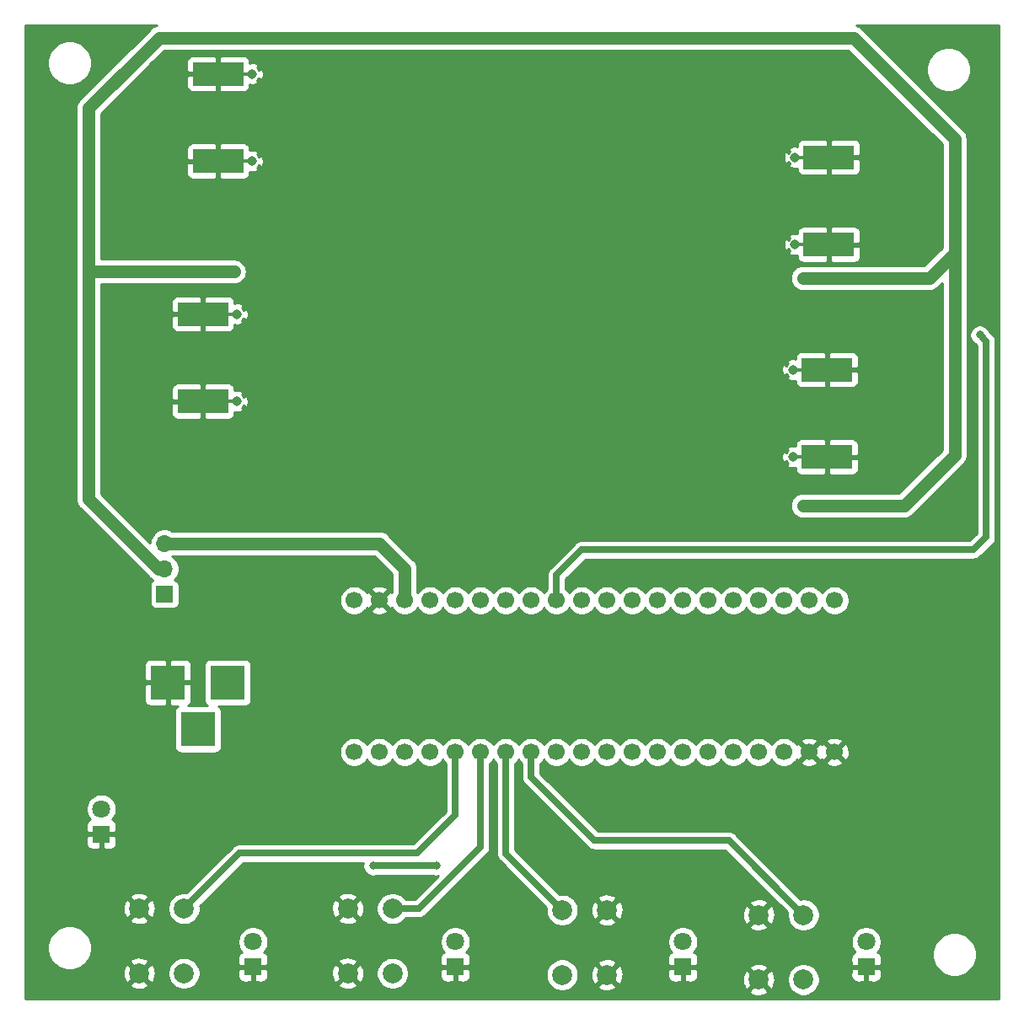
<source format=gbr>
%TF.GenerationSoftware,KiCad,Pcbnew,5.1.6*%
%TF.CreationDate,2020-08-01T20:23:43+02:00*%
%TF.ProjectId,AntSwitcher,416e7453-7769-4746-9368-65722e6b6963,rev?*%
%TF.SameCoordinates,Original*%
%TF.FileFunction,Copper,L2,Bot*%
%TF.FilePolarity,Positive*%
%FSLAX46Y46*%
G04 Gerber Fmt 4.6, Leading zero omitted, Abs format (unit mm)*
G04 Created by KiCad (PCBNEW 5.1.6) date 2020-08-01 20:23:43*
%MOMM*%
%LPD*%
G01*
G04 APERTURE LIST*
%TA.AperFunction,ComponentPad*%
%ADD10R,1.800000X1.800000*%
%TD*%
%TA.AperFunction,ComponentPad*%
%ADD11C,1.800000*%
%TD*%
%TA.AperFunction,ComponentPad*%
%ADD12R,3.500000X3.500000*%
%TD*%
%TA.AperFunction,SMDPad,CuDef*%
%ADD13R,5.080000X2.420000*%
%TD*%
%TA.AperFunction,ViaPad*%
%ADD14C,0.970000*%
%TD*%
%TA.AperFunction,Conductor*%
%ADD15R,0.890000X0.460000*%
%TD*%
%TA.AperFunction,ComponentPad*%
%ADD16O,1.700000X1.700000*%
%TD*%
%TA.AperFunction,ComponentPad*%
%ADD17R,1.700000X1.700000*%
%TD*%
%TA.AperFunction,ComponentPad*%
%ADD18C,2.000000*%
%TD*%
%TA.AperFunction,ComponentPad*%
%ADD19C,1.700000*%
%TD*%
%TA.AperFunction,ViaPad*%
%ADD20C,0.800000*%
%TD*%
%TA.AperFunction,Conductor*%
%ADD21C,1.270000*%
%TD*%
%TA.AperFunction,Conductor*%
%ADD22C,0.635000*%
%TD*%
%TA.AperFunction,Conductor*%
%ADD23C,0.254000*%
%TD*%
G04 APERTURE END LIST*
D10*
%TO.P,D1,1*%
%TO.N,GNDREF*%
X107950000Y-156845000D03*
D11*
%TO.P,D1,2*%
%TO.N,Net-(D1-Pad2)*%
X107950000Y-154305000D03*
%TD*%
%TO.P,D2,2*%
%TO.N,Net-(D2-Pad2)*%
X87630000Y-154305000D03*
D10*
%TO.P,D2,1*%
%TO.N,GNDREF*%
X87630000Y-156845000D03*
%TD*%
D11*
%TO.P,D3,2*%
%TO.N,Net-(D3-Pad2)*%
X72390000Y-140970000D03*
D10*
%TO.P,D3,1*%
%TO.N,GNDREF*%
X72390000Y-143510000D03*
%TD*%
%TO.P,D4,1*%
%TO.N,GNDREF*%
X130810000Y-156845000D03*
D11*
%TO.P,D4,2*%
%TO.N,Net-(D4-Pad2)*%
X130810000Y-154305000D03*
%TD*%
%TO.P,D7,2*%
%TO.N,Net-(D7-Pad2)*%
X149225000Y-154305000D03*
D10*
%TO.P,D7,1*%
%TO.N,GNDREF*%
X149225000Y-156845000D03*
%TD*%
D12*
%TO.P,J1,3*%
%TO.N,N/C*%
X82090000Y-132970000D03*
%TO.P,J1,2*%
%TO.N,GNDREF*%
X79090000Y-128270000D03*
%TO.P,J1,1*%
%TO.N,Net-(J1-Pad1)*%
X85090000Y-128270000D03*
%TD*%
D13*
%TO.P,J2,2*%
%TO.N,GNDREF*%
X84132000Y-67121000D03*
X84132000Y-75881000D03*
D14*
%TD*%
%TO.N,GNDREF*%
%TO.C,J2*%
X87572000Y-67121000D03*
%TO.N,GNDREF*%
%TO.C,J2*%
X87572000Y-75881000D03*
D15*
X87122000Y-67121000D03*
X87122000Y-75881000D03*
%TD*%
%TO.N,GNDREF*%
%TO.C,J3*%
X85598000Y-100011000D03*
X85598000Y-91251000D03*
D14*
X86048000Y-100011000D03*
X86048000Y-91251000D03*
D13*
%TD*%
%TO.P,J3,2*%
%TO.N,GNDREF*%
X82608000Y-100011000D03*
%TO.P,J3,2*%
%TO.N,GNDREF*%
X82608000Y-91251000D03*
%TD*%
D15*
%TO.N,GNDREF*%
%TO.C,J4*%
X142494000Y-75503000D03*
X142494000Y-84263000D03*
D14*
X142044000Y-75503000D03*
X142044000Y-84263000D03*
D13*
%TD*%
%TO.P,J4,2*%
%TO.N,GNDREF*%
X145484000Y-75503000D03*
%TO.P,J4,2*%
%TO.N,GNDREF*%
X145484000Y-84263000D03*
%TD*%
%TO.P,J5,2*%
%TO.N,GNDREF*%
X145288000Y-105599000D03*
X145288000Y-96839000D03*
D14*
%TD*%
%TO.N,GNDREF*%
%TO.C,J5*%
X141848000Y-105599000D03*
%TO.N,GNDREF*%
%TO.C,J5*%
X141848000Y-96839000D03*
D15*
X142298000Y-105599000D03*
X142298000Y-96839000D03*
%TD*%
D16*
%TO.P,JP1,3*%
%TO.N,Net-(JP1-Pad3)*%
X78740000Y-114300000D03*
%TO.P,JP1,2*%
%TO.N,+5V*%
X78740000Y-116840000D03*
D17*
%TO.P,JP1,1*%
%TO.N,Net-(J1-Pad1)*%
X78740000Y-119380000D03*
%TD*%
D18*
%TO.P,SW1,1*%
%TO.N,GNDREF*%
X76200000Y-150980000D03*
%TO.P,SW1,2*%
%TO.N,Net-(SW1-Pad2)*%
X80700000Y-150980000D03*
%TO.P,SW1,1*%
%TO.N,GNDREF*%
X76200000Y-157480000D03*
%TO.P,SW1,2*%
%TO.N,Net-(SW1-Pad2)*%
X80700000Y-157480000D03*
%TD*%
%TO.P,SW2,2*%
%TO.N,Net-(SW2-Pad2)*%
X101655000Y-157480000D03*
%TO.P,SW2,1*%
%TO.N,GNDREF*%
X97155000Y-157480000D03*
%TO.P,SW2,2*%
%TO.N,Net-(SW2-Pad2)*%
X101655000Y-150980000D03*
%TO.P,SW2,1*%
%TO.N,GNDREF*%
X97155000Y-150980000D03*
%TD*%
%TO.P,SW3,2*%
%TO.N,Net-(SW3-Pad2)*%
X142930000Y-158115000D03*
%TO.P,SW3,1*%
%TO.N,GNDREF*%
X138430000Y-158115000D03*
%TO.P,SW3,2*%
%TO.N,Net-(SW3-Pad2)*%
X142930000Y-151615000D03*
%TO.P,SW3,1*%
%TO.N,GNDREF*%
X138430000Y-151615000D03*
%TD*%
%TO.P,SW4,1*%
%TO.N,GNDREF*%
X123190000Y-157630000D03*
%TO.P,SW4,2*%
%TO.N,Net-(SW4-Pad2)*%
X118690000Y-157630000D03*
%TO.P,SW4,1*%
%TO.N,GNDREF*%
X123190000Y-151130000D03*
%TO.P,SW4,2*%
%TO.N,Net-(SW4-Pad2)*%
X118690000Y-151130000D03*
%TD*%
D19*
%TO.P,U1,1*%
%TO.N,N/C*%
X97790000Y-135255000D03*
%TO.P,U1,21*%
X146050000Y-120015000D03*
%TO.P,U1,2*%
X100330000Y-135255000D03*
%TO.P,U1,3*%
X102870000Y-135255000D03*
%TO.P,U1,4*%
X105410000Y-135255000D03*
%TO.P,U1,5*%
%TO.N,Net-(SW1-Pad2)*%
X107950000Y-135255000D03*
%TO.P,U1,6*%
%TO.N,Net-(SW2-Pad2)*%
X110490000Y-135255000D03*
%TO.P,U1,7*%
%TO.N,Net-(SW4-Pad2)*%
X113030000Y-135255000D03*
%TO.P,U1,8*%
%TO.N,Net-(SW3-Pad2)*%
X115570000Y-135255000D03*
%TO.P,U1,9*%
%TO.N,N/C*%
X118110000Y-135255000D03*
%TO.P,U1,10*%
X120650000Y-135255000D03*
%TO.P,U1,11*%
X123190000Y-135255000D03*
%TO.P,U1,12*%
X125730000Y-135255000D03*
%TO.P,U1,13*%
%TO.N,Net-(Q2-Pad1)*%
X128270000Y-135255000D03*
%TO.P,U1,14*%
%TO.N,Net-(Q1-Pad1)*%
X130810000Y-135255000D03*
%TO.P,U1,15*%
%TO.N,N/C*%
X133350000Y-135255000D03*
%TO.P,U1,16*%
X135890000Y-135255000D03*
%TO.P,U1,17*%
X138430000Y-135255000D03*
%TO.P,U1,18*%
X140970000Y-135255000D03*
%TO.P,U1,19*%
%TO.N,GNDREF*%
X143510000Y-135255000D03*
%TO.P,U1,20*%
X146050000Y-135255000D03*
%TO.P,U1,22*%
%TO.N,N/C*%
X143510000Y-120015000D03*
%TO.P,U1,23*%
X140970000Y-120015000D03*
%TO.P,U1,24*%
X138430000Y-120015000D03*
%TO.P,U1,25*%
X135890000Y-120015000D03*
%TO.P,U1,26*%
X133350000Y-120015000D03*
%TO.P,U1,27*%
X130810000Y-120015000D03*
%TO.P,U1,28*%
X128270000Y-120015000D03*
%TO.P,U1,29*%
X125730000Y-120015000D03*
%TO.P,U1,30*%
X123190000Y-120015000D03*
%TO.P,U1,31*%
%TO.N,Net-(Q4-Pad1)*%
X120650000Y-120015000D03*
%TO.P,U1,32*%
%TO.N,Net-(Q3-Pad1)*%
X118110000Y-120015000D03*
%TO.P,U1,33*%
%TO.N,N/C*%
X115570000Y-120015000D03*
%TO.P,U1,34*%
X113030000Y-120015000D03*
%TO.P,U1,35*%
X110490000Y-120015000D03*
%TO.P,U1,36*%
X107950000Y-120015000D03*
%TO.P,U1,37*%
X105410000Y-120015000D03*
%TO.P,U1,38*%
%TO.N,Net-(JP1-Pad3)*%
X102870000Y-120015000D03*
%TO.P,U1,39*%
%TO.N,GNDREF*%
X100330000Y-120015000D03*
%TO.P,U1,40*%
%TO.N,N/C*%
X97790000Y-120015000D03*
%TD*%
D20*
%TO.N,+5V*%
X85725000Y-86995000D03*
X85725000Y-63500000D03*
X142875000Y-87630000D03*
X142875000Y-110490000D03*
%TO.N,Net-(Q2-Pad1)*%
X106045000Y-146685000D03*
X99695000Y-146685000D03*
%TO.N,Net-(Q3-Pad1)*%
X160655000Y-93345000D03*
%TD*%
D21*
%TO.N,Net-(JP1-Pad3)*%
X102870000Y-116840000D02*
X102870000Y-120015000D01*
X100330000Y-114300000D02*
X78740000Y-114300000D01*
X102870000Y-116840000D02*
X100330000Y-114300000D01*
%TO.N,+5V*%
X71120000Y-86995000D02*
X85725000Y-86995000D01*
X71120000Y-70574116D02*
X76924116Y-64770000D01*
X71120000Y-86995000D02*
X71120000Y-70574116D01*
X76924116Y-64770000D02*
X78194116Y-63500000D01*
X78194116Y-63500000D02*
X85725000Y-63500000D01*
X85725000Y-63500000D02*
X147955000Y-63500000D01*
X147955000Y-63500000D02*
X158115000Y-73660000D01*
X158115000Y-85090000D02*
X155575000Y-87630000D01*
X155575000Y-87630000D02*
X142875000Y-87630000D01*
X158115000Y-84455000D02*
X158115000Y-105410000D01*
X158115000Y-73660000D02*
X158115000Y-84455000D01*
X158115000Y-84455000D02*
X158115000Y-85090000D01*
X158115000Y-105410000D02*
X153035000Y-110490000D01*
X153035000Y-110490000D02*
X142875000Y-110490000D01*
X78105000Y-116840000D02*
X78740000Y-116840000D01*
X71120000Y-109855000D02*
X78105000Y-116840000D01*
X71120000Y-86995000D02*
X71120000Y-109855000D01*
D22*
%TO.N,Net-(SW1-Pad2)*%
X107950000Y-135255000D02*
X107950000Y-141605000D01*
X107950000Y-141605000D02*
X104140000Y-145415000D01*
X86265000Y-145415000D02*
X80700000Y-150980000D01*
X104140000Y-145415000D02*
X86265000Y-145415000D01*
%TO.N,Net-(SW2-Pad2)*%
X104290000Y-150980000D02*
X101655000Y-150980000D01*
X110490000Y-144780000D02*
X104290000Y-150980000D01*
X110490000Y-135255000D02*
X110490000Y-144780000D01*
%TO.N,Net-(SW3-Pad2)*%
X135460000Y-144145000D02*
X142930000Y-151615000D01*
X115570000Y-135255000D02*
X115570000Y-137795000D01*
X121920000Y-144145000D02*
X125095000Y-144145000D01*
X115570000Y-137795000D02*
X121920000Y-144145000D01*
X125095000Y-144145000D02*
X135460000Y-144145000D01*
X124460000Y-144145000D02*
X125095000Y-144145000D01*
%TO.N,Net-(SW4-Pad2)*%
X113030000Y-145470000D02*
X118690000Y-151130000D01*
X113030000Y-135255000D02*
X113030000Y-145470000D01*
%TO.N,Net-(Q2-Pad1)*%
X106045000Y-146685000D02*
X99695000Y-146685000D01*
%TO.N,Net-(Q3-Pad1)*%
X118110000Y-120015000D02*
X118110000Y-117475000D01*
X118110000Y-117475000D02*
X120650000Y-114935000D01*
X120650000Y-114935000D02*
X160020000Y-114935000D01*
X160020000Y-114935000D02*
X161290000Y-113665000D01*
X161290000Y-113665000D02*
X161290000Y-93980000D01*
X161290000Y-93980000D02*
X160655000Y-93345000D01*
%TD*%
D23*
%TO.N,GNDREF*%
G36*
X77872532Y-62270406D02*
G01*
X77705757Y-62320997D01*
X77485128Y-62438925D01*
X77291746Y-62597630D01*
X77251979Y-62646086D01*
X76070205Y-63827861D01*
X76070200Y-63827865D01*
X70266087Y-69631979D01*
X70217631Y-69671746D01*
X70058926Y-69865128D01*
X69940998Y-70085757D01*
X69868377Y-70325153D01*
X69843857Y-70574116D01*
X69850001Y-70636499D01*
X69850000Y-86932620D01*
X69843856Y-86995000D01*
X69850000Y-87057379D01*
X69850001Y-109792617D01*
X69843857Y-109855000D01*
X69868377Y-110103963D01*
X69893901Y-110188102D01*
X69940998Y-110343359D01*
X70058926Y-110563988D01*
X70217631Y-110757370D01*
X70266087Y-110797137D01*
X77162868Y-117693920D01*
X77202630Y-117742370D01*
X77251080Y-117782132D01*
X77251083Y-117782135D01*
X77256563Y-117786632D01*
X77396012Y-117901075D01*
X77557795Y-117987549D01*
X77535506Y-117999463D01*
X77438815Y-118078815D01*
X77359463Y-118175506D01*
X77300498Y-118285820D01*
X77264188Y-118405518D01*
X77251928Y-118530000D01*
X77251928Y-120230000D01*
X77264188Y-120354482D01*
X77300498Y-120474180D01*
X77359463Y-120584494D01*
X77438815Y-120681185D01*
X77535506Y-120760537D01*
X77645820Y-120819502D01*
X77765518Y-120855812D01*
X77890000Y-120868072D01*
X79590000Y-120868072D01*
X79714482Y-120855812D01*
X79834180Y-120819502D01*
X79944494Y-120760537D01*
X80041185Y-120681185D01*
X80120537Y-120584494D01*
X80179502Y-120474180D01*
X80215812Y-120354482D01*
X80228072Y-120230000D01*
X80228072Y-119868740D01*
X96305000Y-119868740D01*
X96305000Y-120161260D01*
X96362068Y-120448158D01*
X96474010Y-120718411D01*
X96636525Y-120961632D01*
X96843368Y-121168475D01*
X97086589Y-121330990D01*
X97356842Y-121442932D01*
X97643740Y-121500000D01*
X97936260Y-121500000D01*
X98223158Y-121442932D01*
X98493411Y-121330990D01*
X98736632Y-121168475D01*
X98861710Y-121043397D01*
X99481208Y-121043397D01*
X99558843Y-121292472D01*
X99822883Y-121418371D01*
X100106411Y-121490339D01*
X100398531Y-121505611D01*
X100688019Y-121463599D01*
X100963747Y-121365919D01*
X101101157Y-121292472D01*
X101178792Y-121043397D01*
X100330000Y-120194605D01*
X99481208Y-121043397D01*
X98861710Y-121043397D01*
X98943475Y-120961632D01*
X99059311Y-120788271D01*
X99301603Y-120863792D01*
X100150395Y-120015000D01*
X99301603Y-119166208D01*
X99059311Y-119241729D01*
X98943475Y-119068368D01*
X98861710Y-118986603D01*
X99481208Y-118986603D01*
X100330000Y-119835395D01*
X101178792Y-118986603D01*
X101101157Y-118737528D01*
X100837117Y-118611629D01*
X100553589Y-118539661D01*
X100261469Y-118524389D01*
X99971981Y-118566401D01*
X99696253Y-118664081D01*
X99558843Y-118737528D01*
X99481208Y-118986603D01*
X98861710Y-118986603D01*
X98736632Y-118861525D01*
X98493411Y-118699010D01*
X98223158Y-118587068D01*
X97936260Y-118530000D01*
X97643740Y-118530000D01*
X97356842Y-118587068D01*
X97086589Y-118699010D01*
X96843368Y-118861525D01*
X96636525Y-119068368D01*
X96474010Y-119311589D01*
X96362068Y-119581842D01*
X96305000Y-119868740D01*
X80228072Y-119868740D01*
X80228072Y-118530000D01*
X80215812Y-118405518D01*
X80179502Y-118285820D01*
X80120537Y-118175506D01*
X80041185Y-118078815D01*
X79944494Y-117999463D01*
X79834180Y-117940498D01*
X79761620Y-117918487D01*
X79893475Y-117786632D01*
X80055990Y-117543411D01*
X80167932Y-117273158D01*
X80225000Y-116986260D01*
X80225000Y-116693740D01*
X80167932Y-116406842D01*
X80055990Y-116136589D01*
X79893475Y-115893368D01*
X79686632Y-115686525D01*
X79512240Y-115570000D01*
X99803950Y-115570000D01*
X101600000Y-117366051D01*
X101600001Y-119241514D01*
X101358397Y-119166208D01*
X100509605Y-120015000D01*
X101358397Y-120863792D01*
X101600689Y-120788271D01*
X101716525Y-120961632D01*
X101923368Y-121168475D01*
X102166589Y-121330990D01*
X102436842Y-121442932D01*
X102723740Y-121500000D01*
X103016260Y-121500000D01*
X103303158Y-121442932D01*
X103573411Y-121330990D01*
X103816632Y-121168475D01*
X104023475Y-120961632D01*
X104140000Y-120787240D01*
X104256525Y-120961632D01*
X104463368Y-121168475D01*
X104706589Y-121330990D01*
X104976842Y-121442932D01*
X105263740Y-121500000D01*
X105556260Y-121500000D01*
X105843158Y-121442932D01*
X106113411Y-121330990D01*
X106356632Y-121168475D01*
X106563475Y-120961632D01*
X106680000Y-120787240D01*
X106796525Y-120961632D01*
X107003368Y-121168475D01*
X107246589Y-121330990D01*
X107516842Y-121442932D01*
X107803740Y-121500000D01*
X108096260Y-121500000D01*
X108383158Y-121442932D01*
X108653411Y-121330990D01*
X108896632Y-121168475D01*
X109103475Y-120961632D01*
X109220000Y-120787240D01*
X109336525Y-120961632D01*
X109543368Y-121168475D01*
X109786589Y-121330990D01*
X110056842Y-121442932D01*
X110343740Y-121500000D01*
X110636260Y-121500000D01*
X110923158Y-121442932D01*
X111193411Y-121330990D01*
X111436632Y-121168475D01*
X111643475Y-120961632D01*
X111760000Y-120787240D01*
X111876525Y-120961632D01*
X112083368Y-121168475D01*
X112326589Y-121330990D01*
X112596842Y-121442932D01*
X112883740Y-121500000D01*
X113176260Y-121500000D01*
X113463158Y-121442932D01*
X113733411Y-121330990D01*
X113976632Y-121168475D01*
X114183475Y-120961632D01*
X114300000Y-120787240D01*
X114416525Y-120961632D01*
X114623368Y-121168475D01*
X114866589Y-121330990D01*
X115136842Y-121442932D01*
X115423740Y-121500000D01*
X115716260Y-121500000D01*
X116003158Y-121442932D01*
X116273411Y-121330990D01*
X116516632Y-121168475D01*
X116723475Y-120961632D01*
X116840000Y-120787240D01*
X116956525Y-120961632D01*
X117163368Y-121168475D01*
X117406589Y-121330990D01*
X117676842Y-121442932D01*
X117963740Y-121500000D01*
X118256260Y-121500000D01*
X118543158Y-121442932D01*
X118813411Y-121330990D01*
X119056632Y-121168475D01*
X119263475Y-120961632D01*
X119380000Y-120787240D01*
X119496525Y-120961632D01*
X119703368Y-121168475D01*
X119946589Y-121330990D01*
X120216842Y-121442932D01*
X120503740Y-121500000D01*
X120796260Y-121500000D01*
X121083158Y-121442932D01*
X121353411Y-121330990D01*
X121596632Y-121168475D01*
X121803475Y-120961632D01*
X121920000Y-120787240D01*
X122036525Y-120961632D01*
X122243368Y-121168475D01*
X122486589Y-121330990D01*
X122756842Y-121442932D01*
X123043740Y-121500000D01*
X123336260Y-121500000D01*
X123623158Y-121442932D01*
X123893411Y-121330990D01*
X124136632Y-121168475D01*
X124343475Y-120961632D01*
X124460000Y-120787240D01*
X124576525Y-120961632D01*
X124783368Y-121168475D01*
X125026589Y-121330990D01*
X125296842Y-121442932D01*
X125583740Y-121500000D01*
X125876260Y-121500000D01*
X126163158Y-121442932D01*
X126433411Y-121330990D01*
X126676632Y-121168475D01*
X126883475Y-120961632D01*
X127000000Y-120787240D01*
X127116525Y-120961632D01*
X127323368Y-121168475D01*
X127566589Y-121330990D01*
X127836842Y-121442932D01*
X128123740Y-121500000D01*
X128416260Y-121500000D01*
X128703158Y-121442932D01*
X128973411Y-121330990D01*
X129216632Y-121168475D01*
X129423475Y-120961632D01*
X129540000Y-120787240D01*
X129656525Y-120961632D01*
X129863368Y-121168475D01*
X130106589Y-121330990D01*
X130376842Y-121442932D01*
X130663740Y-121500000D01*
X130956260Y-121500000D01*
X131243158Y-121442932D01*
X131513411Y-121330990D01*
X131756632Y-121168475D01*
X131963475Y-120961632D01*
X132080000Y-120787240D01*
X132196525Y-120961632D01*
X132403368Y-121168475D01*
X132646589Y-121330990D01*
X132916842Y-121442932D01*
X133203740Y-121500000D01*
X133496260Y-121500000D01*
X133783158Y-121442932D01*
X134053411Y-121330990D01*
X134296632Y-121168475D01*
X134503475Y-120961632D01*
X134620000Y-120787240D01*
X134736525Y-120961632D01*
X134943368Y-121168475D01*
X135186589Y-121330990D01*
X135456842Y-121442932D01*
X135743740Y-121500000D01*
X136036260Y-121500000D01*
X136323158Y-121442932D01*
X136593411Y-121330990D01*
X136836632Y-121168475D01*
X137043475Y-120961632D01*
X137160000Y-120787240D01*
X137276525Y-120961632D01*
X137483368Y-121168475D01*
X137726589Y-121330990D01*
X137996842Y-121442932D01*
X138283740Y-121500000D01*
X138576260Y-121500000D01*
X138863158Y-121442932D01*
X139133411Y-121330990D01*
X139376632Y-121168475D01*
X139583475Y-120961632D01*
X139700000Y-120787240D01*
X139816525Y-120961632D01*
X140023368Y-121168475D01*
X140266589Y-121330990D01*
X140536842Y-121442932D01*
X140823740Y-121500000D01*
X141116260Y-121500000D01*
X141403158Y-121442932D01*
X141673411Y-121330990D01*
X141916632Y-121168475D01*
X142123475Y-120961632D01*
X142240000Y-120787240D01*
X142356525Y-120961632D01*
X142563368Y-121168475D01*
X142806589Y-121330990D01*
X143076842Y-121442932D01*
X143363740Y-121500000D01*
X143656260Y-121500000D01*
X143943158Y-121442932D01*
X144213411Y-121330990D01*
X144456632Y-121168475D01*
X144663475Y-120961632D01*
X144780000Y-120787240D01*
X144896525Y-120961632D01*
X145103368Y-121168475D01*
X145346589Y-121330990D01*
X145616842Y-121442932D01*
X145903740Y-121500000D01*
X146196260Y-121500000D01*
X146483158Y-121442932D01*
X146753411Y-121330990D01*
X146996632Y-121168475D01*
X147203475Y-120961632D01*
X147365990Y-120718411D01*
X147477932Y-120448158D01*
X147535000Y-120161260D01*
X147535000Y-119868740D01*
X147477932Y-119581842D01*
X147365990Y-119311589D01*
X147203475Y-119068368D01*
X146996632Y-118861525D01*
X146753411Y-118699010D01*
X146483158Y-118587068D01*
X146196260Y-118530000D01*
X145903740Y-118530000D01*
X145616842Y-118587068D01*
X145346589Y-118699010D01*
X145103368Y-118861525D01*
X144896525Y-119068368D01*
X144780000Y-119242760D01*
X144663475Y-119068368D01*
X144456632Y-118861525D01*
X144213411Y-118699010D01*
X143943158Y-118587068D01*
X143656260Y-118530000D01*
X143363740Y-118530000D01*
X143076842Y-118587068D01*
X142806589Y-118699010D01*
X142563368Y-118861525D01*
X142356525Y-119068368D01*
X142240000Y-119242760D01*
X142123475Y-119068368D01*
X141916632Y-118861525D01*
X141673411Y-118699010D01*
X141403158Y-118587068D01*
X141116260Y-118530000D01*
X140823740Y-118530000D01*
X140536842Y-118587068D01*
X140266589Y-118699010D01*
X140023368Y-118861525D01*
X139816525Y-119068368D01*
X139700000Y-119242760D01*
X139583475Y-119068368D01*
X139376632Y-118861525D01*
X139133411Y-118699010D01*
X138863158Y-118587068D01*
X138576260Y-118530000D01*
X138283740Y-118530000D01*
X137996842Y-118587068D01*
X137726589Y-118699010D01*
X137483368Y-118861525D01*
X137276525Y-119068368D01*
X137160000Y-119242760D01*
X137043475Y-119068368D01*
X136836632Y-118861525D01*
X136593411Y-118699010D01*
X136323158Y-118587068D01*
X136036260Y-118530000D01*
X135743740Y-118530000D01*
X135456842Y-118587068D01*
X135186589Y-118699010D01*
X134943368Y-118861525D01*
X134736525Y-119068368D01*
X134620000Y-119242760D01*
X134503475Y-119068368D01*
X134296632Y-118861525D01*
X134053411Y-118699010D01*
X133783158Y-118587068D01*
X133496260Y-118530000D01*
X133203740Y-118530000D01*
X132916842Y-118587068D01*
X132646589Y-118699010D01*
X132403368Y-118861525D01*
X132196525Y-119068368D01*
X132080000Y-119242760D01*
X131963475Y-119068368D01*
X131756632Y-118861525D01*
X131513411Y-118699010D01*
X131243158Y-118587068D01*
X130956260Y-118530000D01*
X130663740Y-118530000D01*
X130376842Y-118587068D01*
X130106589Y-118699010D01*
X129863368Y-118861525D01*
X129656525Y-119068368D01*
X129540000Y-119242760D01*
X129423475Y-119068368D01*
X129216632Y-118861525D01*
X128973411Y-118699010D01*
X128703158Y-118587068D01*
X128416260Y-118530000D01*
X128123740Y-118530000D01*
X127836842Y-118587068D01*
X127566589Y-118699010D01*
X127323368Y-118861525D01*
X127116525Y-119068368D01*
X127000000Y-119242760D01*
X126883475Y-119068368D01*
X126676632Y-118861525D01*
X126433411Y-118699010D01*
X126163158Y-118587068D01*
X125876260Y-118530000D01*
X125583740Y-118530000D01*
X125296842Y-118587068D01*
X125026589Y-118699010D01*
X124783368Y-118861525D01*
X124576525Y-119068368D01*
X124460000Y-119242760D01*
X124343475Y-119068368D01*
X124136632Y-118861525D01*
X123893411Y-118699010D01*
X123623158Y-118587068D01*
X123336260Y-118530000D01*
X123043740Y-118530000D01*
X122756842Y-118587068D01*
X122486589Y-118699010D01*
X122243368Y-118861525D01*
X122036525Y-119068368D01*
X121920000Y-119242760D01*
X121803475Y-119068368D01*
X121596632Y-118861525D01*
X121353411Y-118699010D01*
X121083158Y-118587068D01*
X120796260Y-118530000D01*
X120503740Y-118530000D01*
X120216842Y-118587068D01*
X119946589Y-118699010D01*
X119703368Y-118861525D01*
X119496525Y-119068368D01*
X119380000Y-119242760D01*
X119263475Y-119068368D01*
X119062500Y-118867393D01*
X119062500Y-117869538D01*
X121044538Y-115887500D01*
X159973215Y-115887500D01*
X160020000Y-115892108D01*
X160066785Y-115887500D01*
X160206723Y-115873717D01*
X160386269Y-115819252D01*
X160551741Y-115730806D01*
X160696778Y-115611778D01*
X160726607Y-115575431D01*
X161930436Y-114371603D01*
X161966778Y-114341778D01*
X162085806Y-114196741D01*
X162174252Y-114031269D01*
X162228717Y-113851723D01*
X162242500Y-113711785D01*
X162242500Y-113711784D01*
X162247108Y-113665001D01*
X162242500Y-113618216D01*
X162242500Y-94026785D01*
X162247108Y-93980000D01*
X162228717Y-93793278D01*
X162174252Y-93613730D01*
X162130029Y-93530995D01*
X162085806Y-93448259D01*
X161966778Y-93303222D01*
X161930426Y-93273389D01*
X161614931Y-92957894D01*
X161572205Y-92854744D01*
X161458937Y-92685226D01*
X161314774Y-92541063D01*
X161145256Y-92427795D01*
X160956898Y-92349774D01*
X160756939Y-92310000D01*
X160553061Y-92310000D01*
X160353102Y-92349774D01*
X160164744Y-92427795D01*
X159995226Y-92541063D01*
X159851063Y-92685226D01*
X159737795Y-92854744D01*
X159659774Y-93043102D01*
X159620000Y-93243061D01*
X159620000Y-93446939D01*
X159659774Y-93646898D01*
X159737795Y-93835256D01*
X159851063Y-94004774D01*
X159995226Y-94148937D01*
X160164744Y-94262205D01*
X160267894Y-94304931D01*
X160337501Y-94374538D01*
X160337500Y-113270461D01*
X159625462Y-113982500D01*
X120696784Y-113982500D01*
X120649999Y-113977892D01*
X120463277Y-113996283D01*
X120283731Y-114050748D01*
X120118259Y-114139194D01*
X119973222Y-114258222D01*
X119943393Y-114294569D01*
X117469565Y-116768397D01*
X117433223Y-116798222D01*
X117403399Y-116834563D01*
X117314194Y-116943260D01*
X117225749Y-117108731D01*
X117171283Y-117288278D01*
X117152892Y-117475000D01*
X117157501Y-117521794D01*
X117157500Y-118867393D01*
X116956525Y-119068368D01*
X116840000Y-119242760D01*
X116723475Y-119068368D01*
X116516632Y-118861525D01*
X116273411Y-118699010D01*
X116003158Y-118587068D01*
X115716260Y-118530000D01*
X115423740Y-118530000D01*
X115136842Y-118587068D01*
X114866589Y-118699010D01*
X114623368Y-118861525D01*
X114416525Y-119068368D01*
X114300000Y-119242760D01*
X114183475Y-119068368D01*
X113976632Y-118861525D01*
X113733411Y-118699010D01*
X113463158Y-118587068D01*
X113176260Y-118530000D01*
X112883740Y-118530000D01*
X112596842Y-118587068D01*
X112326589Y-118699010D01*
X112083368Y-118861525D01*
X111876525Y-119068368D01*
X111760000Y-119242760D01*
X111643475Y-119068368D01*
X111436632Y-118861525D01*
X111193411Y-118699010D01*
X110923158Y-118587068D01*
X110636260Y-118530000D01*
X110343740Y-118530000D01*
X110056842Y-118587068D01*
X109786589Y-118699010D01*
X109543368Y-118861525D01*
X109336525Y-119068368D01*
X109220000Y-119242760D01*
X109103475Y-119068368D01*
X108896632Y-118861525D01*
X108653411Y-118699010D01*
X108383158Y-118587068D01*
X108096260Y-118530000D01*
X107803740Y-118530000D01*
X107516842Y-118587068D01*
X107246589Y-118699010D01*
X107003368Y-118861525D01*
X106796525Y-119068368D01*
X106680000Y-119242760D01*
X106563475Y-119068368D01*
X106356632Y-118861525D01*
X106113411Y-118699010D01*
X105843158Y-118587068D01*
X105556260Y-118530000D01*
X105263740Y-118530000D01*
X104976842Y-118587068D01*
X104706589Y-118699010D01*
X104463368Y-118861525D01*
X104256525Y-119068368D01*
X104140000Y-119242760D01*
X104140000Y-116902372D01*
X104146143Y-116839999D01*
X104140000Y-116777626D01*
X104140000Y-116777620D01*
X104121623Y-116591037D01*
X104121536Y-116590748D01*
X104049003Y-116351642D01*
X104049003Y-116351641D01*
X103931075Y-116131012D01*
X103772370Y-115937630D01*
X103723915Y-115897864D01*
X101272141Y-113446091D01*
X101232370Y-113397630D01*
X101038988Y-113238925D01*
X100818359Y-113120997D01*
X100578963Y-113048377D01*
X100392380Y-113030000D01*
X100392373Y-113030000D01*
X100330000Y-113023857D01*
X100267627Y-113030000D01*
X79512240Y-113030000D01*
X79443411Y-112984010D01*
X79173158Y-112872068D01*
X78886260Y-112815000D01*
X78593740Y-112815000D01*
X78306842Y-112872068D01*
X78036589Y-112984010D01*
X77793368Y-113146525D01*
X77586525Y-113353368D01*
X77424010Y-113596589D01*
X77312068Y-113866842D01*
X77255000Y-114153740D01*
X77255000Y-114193949D01*
X72390000Y-109328950D01*
X72390000Y-105682001D01*
X140725645Y-105682001D01*
X140763404Y-105899367D01*
X140842842Y-106105189D01*
X140868684Y-106153534D01*
X141080584Y-106186811D01*
X141247380Y-106020015D01*
X141268709Y-106085397D01*
X141329956Y-106194460D01*
X141377090Y-106249515D01*
X141260189Y-106366416D01*
X141293466Y-106578316D01*
X141495176Y-106667683D01*
X141710445Y-106715981D01*
X141931001Y-106721355D01*
X142110323Y-106690205D01*
X142109928Y-106809000D01*
X142122188Y-106933482D01*
X142158498Y-107053180D01*
X142217463Y-107163494D01*
X142296815Y-107260185D01*
X142393506Y-107339537D01*
X142503820Y-107398502D01*
X142623518Y-107434812D01*
X142748000Y-107447072D01*
X145002250Y-107444000D01*
X145161000Y-107285250D01*
X145161000Y-105726000D01*
X145415000Y-105726000D01*
X145415000Y-107285250D01*
X145573750Y-107444000D01*
X147828000Y-107447072D01*
X147952482Y-107434812D01*
X148072180Y-107398502D01*
X148182494Y-107339537D01*
X148279185Y-107260185D01*
X148358537Y-107163494D01*
X148417502Y-107053180D01*
X148453812Y-106933482D01*
X148466072Y-106809000D01*
X148463000Y-105884750D01*
X148304250Y-105726000D01*
X145415000Y-105726000D01*
X145161000Y-105726000D01*
X145141000Y-105726000D01*
X145141000Y-105472000D01*
X145161000Y-105472000D01*
X145161000Y-103912750D01*
X145415000Y-103912750D01*
X145415000Y-105472000D01*
X148304250Y-105472000D01*
X148463000Y-105313250D01*
X148466072Y-104389000D01*
X148453812Y-104264518D01*
X148417502Y-104144820D01*
X148358537Y-104034506D01*
X148279185Y-103937815D01*
X148182494Y-103858463D01*
X148072180Y-103799498D01*
X147952482Y-103763188D01*
X147828000Y-103750928D01*
X145573750Y-103754000D01*
X145415000Y-103912750D01*
X145161000Y-103912750D01*
X145002250Y-103754000D01*
X142748000Y-103750928D01*
X142623518Y-103763188D01*
X142503820Y-103799498D01*
X142393506Y-103858463D01*
X142296815Y-103937815D01*
X142217463Y-104034506D01*
X142158498Y-104144820D01*
X142122188Y-104264518D01*
X142109928Y-104389000D01*
X142110330Y-104510014D01*
X141985555Y-104482019D01*
X141764999Y-104476645D01*
X141547633Y-104514404D01*
X141341811Y-104593842D01*
X141293466Y-104619684D01*
X141260189Y-104831584D01*
X141377090Y-104948485D01*
X141329956Y-105003540D01*
X141268709Y-105112603D01*
X141247380Y-105177985D01*
X141080584Y-105011189D01*
X140868684Y-105044466D01*
X140779317Y-105246176D01*
X140731019Y-105461445D01*
X140725645Y-105682001D01*
X72390000Y-105682001D01*
X72390000Y-101221000D01*
X79429928Y-101221000D01*
X79442188Y-101345482D01*
X79478498Y-101465180D01*
X79537463Y-101575494D01*
X79616815Y-101672185D01*
X79713506Y-101751537D01*
X79823820Y-101810502D01*
X79943518Y-101846812D01*
X80068000Y-101859072D01*
X82322250Y-101856000D01*
X82481000Y-101697250D01*
X82481000Y-100138000D01*
X79591750Y-100138000D01*
X79433000Y-100296750D01*
X79429928Y-101221000D01*
X72390000Y-101221000D01*
X72390000Y-98801000D01*
X79429928Y-98801000D01*
X79433000Y-99725250D01*
X79591750Y-99884000D01*
X82481000Y-99884000D01*
X82481000Y-98324750D01*
X82735000Y-98324750D01*
X82735000Y-99884000D01*
X82755000Y-99884000D01*
X82755000Y-100138000D01*
X82735000Y-100138000D01*
X82735000Y-101697250D01*
X82893750Y-101856000D01*
X85148000Y-101859072D01*
X85272482Y-101846812D01*
X85392180Y-101810502D01*
X85502494Y-101751537D01*
X85599185Y-101672185D01*
X85678537Y-101575494D01*
X85737502Y-101465180D01*
X85773812Y-101345482D01*
X85786072Y-101221000D01*
X85785670Y-101099986D01*
X85910445Y-101127981D01*
X86131001Y-101133355D01*
X86348367Y-101095596D01*
X86554189Y-101016158D01*
X86602534Y-100990316D01*
X86635811Y-100778416D01*
X86518910Y-100661515D01*
X86566044Y-100606460D01*
X86627291Y-100497397D01*
X86648620Y-100432015D01*
X86815416Y-100598811D01*
X87027316Y-100565534D01*
X87116683Y-100363824D01*
X87164981Y-100148555D01*
X87170355Y-99927999D01*
X87132596Y-99710633D01*
X87053158Y-99504811D01*
X87027316Y-99456466D01*
X86815416Y-99423189D01*
X86648620Y-99589985D01*
X86627291Y-99524603D01*
X86566044Y-99415540D01*
X86518910Y-99360485D01*
X86635811Y-99243584D01*
X86602534Y-99031684D01*
X86400824Y-98942317D01*
X86185555Y-98894019D01*
X85964999Y-98888645D01*
X85785677Y-98919795D01*
X85786072Y-98801000D01*
X85773812Y-98676518D01*
X85737502Y-98556820D01*
X85678537Y-98446506D01*
X85599185Y-98349815D01*
X85502494Y-98270463D01*
X85392180Y-98211498D01*
X85272482Y-98175188D01*
X85148000Y-98162928D01*
X82893750Y-98166000D01*
X82735000Y-98324750D01*
X82481000Y-98324750D01*
X82322250Y-98166000D01*
X80068000Y-98162928D01*
X79943518Y-98175188D01*
X79823820Y-98211498D01*
X79713506Y-98270463D01*
X79616815Y-98349815D01*
X79537463Y-98446506D01*
X79478498Y-98556820D01*
X79442188Y-98676518D01*
X79429928Y-98801000D01*
X72390000Y-98801000D01*
X72390000Y-96922001D01*
X140725645Y-96922001D01*
X140763404Y-97139367D01*
X140842842Y-97345189D01*
X140868684Y-97393534D01*
X141080584Y-97426811D01*
X141247380Y-97260015D01*
X141268709Y-97325397D01*
X141329956Y-97434460D01*
X141377090Y-97489515D01*
X141260189Y-97606416D01*
X141293466Y-97818316D01*
X141495176Y-97907683D01*
X141710445Y-97955981D01*
X141931001Y-97961355D01*
X142110323Y-97930205D01*
X142109928Y-98049000D01*
X142122188Y-98173482D01*
X142158498Y-98293180D01*
X142217463Y-98403494D01*
X142296815Y-98500185D01*
X142393506Y-98579537D01*
X142503820Y-98638502D01*
X142623518Y-98674812D01*
X142748000Y-98687072D01*
X145002250Y-98684000D01*
X145161000Y-98525250D01*
X145161000Y-96966000D01*
X145415000Y-96966000D01*
X145415000Y-98525250D01*
X145573750Y-98684000D01*
X147828000Y-98687072D01*
X147952482Y-98674812D01*
X148072180Y-98638502D01*
X148182494Y-98579537D01*
X148279185Y-98500185D01*
X148358537Y-98403494D01*
X148417502Y-98293180D01*
X148453812Y-98173482D01*
X148466072Y-98049000D01*
X148463000Y-97124750D01*
X148304250Y-96966000D01*
X145415000Y-96966000D01*
X145161000Y-96966000D01*
X145141000Y-96966000D01*
X145141000Y-96712000D01*
X145161000Y-96712000D01*
X145161000Y-95152750D01*
X145415000Y-95152750D01*
X145415000Y-96712000D01*
X148304250Y-96712000D01*
X148463000Y-96553250D01*
X148466072Y-95629000D01*
X148453812Y-95504518D01*
X148417502Y-95384820D01*
X148358537Y-95274506D01*
X148279185Y-95177815D01*
X148182494Y-95098463D01*
X148072180Y-95039498D01*
X147952482Y-95003188D01*
X147828000Y-94990928D01*
X145573750Y-94994000D01*
X145415000Y-95152750D01*
X145161000Y-95152750D01*
X145002250Y-94994000D01*
X142748000Y-94990928D01*
X142623518Y-95003188D01*
X142503820Y-95039498D01*
X142393506Y-95098463D01*
X142296815Y-95177815D01*
X142217463Y-95274506D01*
X142158498Y-95384820D01*
X142122188Y-95504518D01*
X142109928Y-95629000D01*
X142110330Y-95750014D01*
X141985555Y-95722019D01*
X141764999Y-95716645D01*
X141547633Y-95754404D01*
X141341811Y-95833842D01*
X141293466Y-95859684D01*
X141260189Y-96071584D01*
X141377090Y-96188485D01*
X141329956Y-96243540D01*
X141268709Y-96352603D01*
X141247380Y-96417985D01*
X141080584Y-96251189D01*
X140868684Y-96284466D01*
X140779317Y-96486176D01*
X140731019Y-96701445D01*
X140725645Y-96922001D01*
X72390000Y-96922001D01*
X72390000Y-92461000D01*
X79429928Y-92461000D01*
X79442188Y-92585482D01*
X79478498Y-92705180D01*
X79537463Y-92815494D01*
X79616815Y-92912185D01*
X79713506Y-92991537D01*
X79823820Y-93050502D01*
X79943518Y-93086812D01*
X80068000Y-93099072D01*
X82322250Y-93096000D01*
X82481000Y-92937250D01*
X82481000Y-91378000D01*
X79591750Y-91378000D01*
X79433000Y-91536750D01*
X79429928Y-92461000D01*
X72390000Y-92461000D01*
X72390000Y-90041000D01*
X79429928Y-90041000D01*
X79433000Y-90965250D01*
X79591750Y-91124000D01*
X82481000Y-91124000D01*
X82481000Y-89564750D01*
X82735000Y-89564750D01*
X82735000Y-91124000D01*
X82755000Y-91124000D01*
X82755000Y-91378000D01*
X82735000Y-91378000D01*
X82735000Y-92937250D01*
X82893750Y-93096000D01*
X85148000Y-93099072D01*
X85272482Y-93086812D01*
X85392180Y-93050502D01*
X85502494Y-92991537D01*
X85599185Y-92912185D01*
X85678537Y-92815494D01*
X85737502Y-92705180D01*
X85773812Y-92585482D01*
X85786072Y-92461000D01*
X85785670Y-92339986D01*
X85910445Y-92367981D01*
X86131001Y-92373355D01*
X86348367Y-92335596D01*
X86554189Y-92256158D01*
X86602534Y-92230316D01*
X86635811Y-92018416D01*
X86518910Y-91901515D01*
X86566044Y-91846460D01*
X86627291Y-91737397D01*
X86648620Y-91672015D01*
X86815416Y-91838811D01*
X87027316Y-91805534D01*
X87116683Y-91603824D01*
X87164981Y-91388555D01*
X87170355Y-91167999D01*
X87132596Y-90950633D01*
X87053158Y-90744811D01*
X87027316Y-90696466D01*
X86815416Y-90663189D01*
X86648620Y-90829985D01*
X86627291Y-90764603D01*
X86566044Y-90655540D01*
X86518910Y-90600485D01*
X86635811Y-90483584D01*
X86602534Y-90271684D01*
X86400824Y-90182317D01*
X86185555Y-90134019D01*
X85964999Y-90128645D01*
X85785677Y-90159795D01*
X85786072Y-90041000D01*
X85773812Y-89916518D01*
X85737502Y-89796820D01*
X85678537Y-89686506D01*
X85599185Y-89589815D01*
X85502494Y-89510463D01*
X85392180Y-89451498D01*
X85272482Y-89415188D01*
X85148000Y-89402928D01*
X82893750Y-89406000D01*
X82735000Y-89564750D01*
X82481000Y-89564750D01*
X82322250Y-89406000D01*
X80068000Y-89402928D01*
X79943518Y-89415188D01*
X79823820Y-89451498D01*
X79713506Y-89510463D01*
X79616815Y-89589815D01*
X79537463Y-89686506D01*
X79478498Y-89796820D01*
X79442188Y-89916518D01*
X79429928Y-90041000D01*
X72390000Y-90041000D01*
X72390000Y-88265000D01*
X85787380Y-88265000D01*
X85973963Y-88246623D01*
X86213359Y-88174003D01*
X86433988Y-88056075D01*
X86627370Y-87897370D01*
X86786075Y-87703988D01*
X86904003Y-87483359D01*
X86976623Y-87243963D01*
X87001144Y-86995000D01*
X86976623Y-86746037D01*
X86904003Y-86506641D01*
X86786075Y-86286012D01*
X86627370Y-86092630D01*
X86433988Y-85933925D01*
X86213359Y-85815997D01*
X85973963Y-85743377D01*
X85787380Y-85725000D01*
X72390000Y-85725000D01*
X72390000Y-84346001D01*
X140921645Y-84346001D01*
X140959404Y-84563367D01*
X141038842Y-84769189D01*
X141064684Y-84817534D01*
X141276584Y-84850811D01*
X141443380Y-84684015D01*
X141464709Y-84749397D01*
X141525956Y-84858460D01*
X141573090Y-84913515D01*
X141456189Y-85030416D01*
X141489466Y-85242316D01*
X141691176Y-85331683D01*
X141906445Y-85379981D01*
X142127001Y-85385355D01*
X142306323Y-85354205D01*
X142305928Y-85473000D01*
X142318188Y-85597482D01*
X142354498Y-85717180D01*
X142413463Y-85827494D01*
X142492815Y-85924185D01*
X142589506Y-86003537D01*
X142699820Y-86062502D01*
X142819518Y-86098812D01*
X142944000Y-86111072D01*
X145198250Y-86108000D01*
X145357000Y-85949250D01*
X145357000Y-84390000D01*
X145611000Y-84390000D01*
X145611000Y-85949250D01*
X145769750Y-86108000D01*
X148024000Y-86111072D01*
X148148482Y-86098812D01*
X148268180Y-86062502D01*
X148378494Y-86003537D01*
X148475185Y-85924185D01*
X148554537Y-85827494D01*
X148613502Y-85717180D01*
X148649812Y-85597482D01*
X148662072Y-85473000D01*
X148659000Y-84548750D01*
X148500250Y-84390000D01*
X145611000Y-84390000D01*
X145357000Y-84390000D01*
X145337000Y-84390000D01*
X145337000Y-84136000D01*
X145357000Y-84136000D01*
X145357000Y-82576750D01*
X145611000Y-82576750D01*
X145611000Y-84136000D01*
X148500250Y-84136000D01*
X148659000Y-83977250D01*
X148662072Y-83053000D01*
X148649812Y-82928518D01*
X148613502Y-82808820D01*
X148554537Y-82698506D01*
X148475185Y-82601815D01*
X148378494Y-82522463D01*
X148268180Y-82463498D01*
X148148482Y-82427188D01*
X148024000Y-82414928D01*
X145769750Y-82418000D01*
X145611000Y-82576750D01*
X145357000Y-82576750D01*
X145198250Y-82418000D01*
X142944000Y-82414928D01*
X142819518Y-82427188D01*
X142699820Y-82463498D01*
X142589506Y-82522463D01*
X142492815Y-82601815D01*
X142413463Y-82698506D01*
X142354498Y-82808820D01*
X142318188Y-82928518D01*
X142305928Y-83053000D01*
X142306330Y-83174014D01*
X142181555Y-83146019D01*
X141960999Y-83140645D01*
X141743633Y-83178404D01*
X141537811Y-83257842D01*
X141489466Y-83283684D01*
X141456189Y-83495584D01*
X141573090Y-83612485D01*
X141525956Y-83667540D01*
X141464709Y-83776603D01*
X141443380Y-83841985D01*
X141276584Y-83675189D01*
X141064684Y-83708466D01*
X140975317Y-83910176D01*
X140927019Y-84125445D01*
X140921645Y-84346001D01*
X72390000Y-84346001D01*
X72390000Y-77091000D01*
X80953928Y-77091000D01*
X80966188Y-77215482D01*
X81002498Y-77335180D01*
X81061463Y-77445494D01*
X81140815Y-77542185D01*
X81237506Y-77621537D01*
X81347820Y-77680502D01*
X81467518Y-77716812D01*
X81592000Y-77729072D01*
X83846250Y-77726000D01*
X84005000Y-77567250D01*
X84005000Y-76008000D01*
X81115750Y-76008000D01*
X80957000Y-76166750D01*
X80953928Y-77091000D01*
X72390000Y-77091000D01*
X72390000Y-74671000D01*
X80953928Y-74671000D01*
X80957000Y-75595250D01*
X81115750Y-75754000D01*
X84005000Y-75754000D01*
X84005000Y-74194750D01*
X84259000Y-74194750D01*
X84259000Y-75754000D01*
X84279000Y-75754000D01*
X84279000Y-76008000D01*
X84259000Y-76008000D01*
X84259000Y-77567250D01*
X84417750Y-77726000D01*
X86672000Y-77729072D01*
X86796482Y-77716812D01*
X86916180Y-77680502D01*
X87026494Y-77621537D01*
X87123185Y-77542185D01*
X87202537Y-77445494D01*
X87261502Y-77335180D01*
X87297812Y-77215482D01*
X87310072Y-77091000D01*
X87309670Y-76969986D01*
X87434445Y-76997981D01*
X87655001Y-77003355D01*
X87872367Y-76965596D01*
X88078189Y-76886158D01*
X88126534Y-76860316D01*
X88159811Y-76648416D01*
X88042910Y-76531515D01*
X88090044Y-76476460D01*
X88151291Y-76367397D01*
X88172620Y-76302015D01*
X88339416Y-76468811D01*
X88551316Y-76435534D01*
X88640683Y-76233824D01*
X88688981Y-76018555D01*
X88694355Y-75797999D01*
X88657529Y-75586001D01*
X140921645Y-75586001D01*
X140959404Y-75803367D01*
X141038842Y-76009189D01*
X141064684Y-76057534D01*
X141276584Y-76090811D01*
X141443380Y-75924015D01*
X141464709Y-75989397D01*
X141525956Y-76098460D01*
X141573090Y-76153515D01*
X141456189Y-76270416D01*
X141489466Y-76482316D01*
X141691176Y-76571683D01*
X141906445Y-76619981D01*
X142127001Y-76625355D01*
X142306323Y-76594205D01*
X142305928Y-76713000D01*
X142318188Y-76837482D01*
X142354498Y-76957180D01*
X142413463Y-77067494D01*
X142492815Y-77164185D01*
X142589506Y-77243537D01*
X142699820Y-77302502D01*
X142819518Y-77338812D01*
X142944000Y-77351072D01*
X145198250Y-77348000D01*
X145357000Y-77189250D01*
X145357000Y-75630000D01*
X145611000Y-75630000D01*
X145611000Y-77189250D01*
X145769750Y-77348000D01*
X148024000Y-77351072D01*
X148148482Y-77338812D01*
X148268180Y-77302502D01*
X148378494Y-77243537D01*
X148475185Y-77164185D01*
X148554537Y-77067494D01*
X148613502Y-76957180D01*
X148649812Y-76837482D01*
X148662072Y-76713000D01*
X148659000Y-75788750D01*
X148500250Y-75630000D01*
X145611000Y-75630000D01*
X145357000Y-75630000D01*
X145337000Y-75630000D01*
X145337000Y-75376000D01*
X145357000Y-75376000D01*
X145357000Y-73816750D01*
X145611000Y-73816750D01*
X145611000Y-75376000D01*
X148500250Y-75376000D01*
X148659000Y-75217250D01*
X148662072Y-74293000D01*
X148649812Y-74168518D01*
X148613502Y-74048820D01*
X148554537Y-73938506D01*
X148475185Y-73841815D01*
X148378494Y-73762463D01*
X148268180Y-73703498D01*
X148148482Y-73667188D01*
X148024000Y-73654928D01*
X145769750Y-73658000D01*
X145611000Y-73816750D01*
X145357000Y-73816750D01*
X145198250Y-73658000D01*
X142944000Y-73654928D01*
X142819518Y-73667188D01*
X142699820Y-73703498D01*
X142589506Y-73762463D01*
X142492815Y-73841815D01*
X142413463Y-73938506D01*
X142354498Y-74048820D01*
X142318188Y-74168518D01*
X142305928Y-74293000D01*
X142306330Y-74414014D01*
X142181555Y-74386019D01*
X141960999Y-74380645D01*
X141743633Y-74418404D01*
X141537811Y-74497842D01*
X141489466Y-74523684D01*
X141456189Y-74735584D01*
X141573090Y-74852485D01*
X141525956Y-74907540D01*
X141464709Y-75016603D01*
X141443380Y-75081985D01*
X141276584Y-74915189D01*
X141064684Y-74948466D01*
X140975317Y-75150176D01*
X140927019Y-75365445D01*
X140921645Y-75586001D01*
X88657529Y-75586001D01*
X88656596Y-75580633D01*
X88577158Y-75374811D01*
X88551316Y-75326466D01*
X88339416Y-75293189D01*
X88172620Y-75459985D01*
X88151291Y-75394603D01*
X88090044Y-75285540D01*
X88042910Y-75230485D01*
X88159811Y-75113584D01*
X88126534Y-74901684D01*
X87924824Y-74812317D01*
X87709555Y-74764019D01*
X87488999Y-74758645D01*
X87309677Y-74789795D01*
X87310072Y-74671000D01*
X87297812Y-74546518D01*
X87261502Y-74426820D01*
X87202537Y-74316506D01*
X87123185Y-74219815D01*
X87026494Y-74140463D01*
X86916180Y-74081498D01*
X86796482Y-74045188D01*
X86672000Y-74032928D01*
X84417750Y-74036000D01*
X84259000Y-74194750D01*
X84005000Y-74194750D01*
X83846250Y-74036000D01*
X81592000Y-74032928D01*
X81467518Y-74045188D01*
X81347820Y-74081498D01*
X81237506Y-74140463D01*
X81140815Y-74219815D01*
X81061463Y-74316506D01*
X81002498Y-74426820D01*
X80966188Y-74546518D01*
X80953928Y-74671000D01*
X72390000Y-74671000D01*
X72390000Y-71100166D01*
X75159166Y-68331000D01*
X80953928Y-68331000D01*
X80966188Y-68455482D01*
X81002498Y-68575180D01*
X81061463Y-68685494D01*
X81140815Y-68782185D01*
X81237506Y-68861537D01*
X81347820Y-68920502D01*
X81467518Y-68956812D01*
X81592000Y-68969072D01*
X83846250Y-68966000D01*
X84005000Y-68807250D01*
X84005000Y-67248000D01*
X81115750Y-67248000D01*
X80957000Y-67406750D01*
X80953928Y-68331000D01*
X75159166Y-68331000D01*
X77579166Y-65911000D01*
X80953928Y-65911000D01*
X80957000Y-66835250D01*
X81115750Y-66994000D01*
X84005000Y-66994000D01*
X84005000Y-65434750D01*
X84259000Y-65434750D01*
X84259000Y-66994000D01*
X84279000Y-66994000D01*
X84279000Y-67248000D01*
X84259000Y-67248000D01*
X84259000Y-68807250D01*
X84417750Y-68966000D01*
X86672000Y-68969072D01*
X86796482Y-68956812D01*
X86916180Y-68920502D01*
X87026494Y-68861537D01*
X87123185Y-68782185D01*
X87202537Y-68685494D01*
X87261502Y-68575180D01*
X87297812Y-68455482D01*
X87310072Y-68331000D01*
X87309670Y-68209986D01*
X87434445Y-68237981D01*
X87655001Y-68243355D01*
X87872367Y-68205596D01*
X88078189Y-68126158D01*
X88126534Y-68100316D01*
X88159811Y-67888416D01*
X88042910Y-67771515D01*
X88090044Y-67716460D01*
X88151291Y-67607397D01*
X88172620Y-67542015D01*
X88339416Y-67708811D01*
X88551316Y-67675534D01*
X88640683Y-67473824D01*
X88688981Y-67258555D01*
X88694355Y-67037999D01*
X88656596Y-66820633D01*
X88577158Y-66614811D01*
X88551316Y-66566466D01*
X88339416Y-66533189D01*
X88172620Y-66699985D01*
X88151291Y-66634603D01*
X88090044Y-66525540D01*
X88042910Y-66470485D01*
X88159811Y-66353584D01*
X88126534Y-66141684D01*
X87924824Y-66052317D01*
X87709555Y-66004019D01*
X87488999Y-65998645D01*
X87309677Y-66029795D01*
X87310072Y-65911000D01*
X87297812Y-65786518D01*
X87261502Y-65666820D01*
X87202537Y-65556506D01*
X87123185Y-65459815D01*
X87026494Y-65380463D01*
X86916180Y-65321498D01*
X86796482Y-65285188D01*
X86672000Y-65272928D01*
X84417750Y-65276000D01*
X84259000Y-65434750D01*
X84005000Y-65434750D01*
X83846250Y-65276000D01*
X81592000Y-65272928D01*
X81467518Y-65285188D01*
X81347820Y-65321498D01*
X81237506Y-65380463D01*
X81140815Y-65459815D01*
X81061463Y-65556506D01*
X81002498Y-65666820D01*
X80966188Y-65786518D01*
X80953928Y-65911000D01*
X77579166Y-65911000D01*
X77866251Y-65623916D01*
X77866255Y-65623911D01*
X78720167Y-64770000D01*
X147428950Y-64770000D01*
X156845000Y-74186052D01*
X156845001Y-84392611D01*
X156845000Y-84392621D01*
X156845000Y-84563949D01*
X155048950Y-86360000D01*
X142812620Y-86360000D01*
X142626037Y-86378377D01*
X142386641Y-86450997D01*
X142166012Y-86568925D01*
X141972630Y-86727630D01*
X141813925Y-86921012D01*
X141695997Y-87141641D01*
X141623377Y-87381037D01*
X141598856Y-87630000D01*
X141623377Y-87878963D01*
X141695997Y-88118359D01*
X141813925Y-88338988D01*
X141972630Y-88532370D01*
X142166012Y-88691075D01*
X142386641Y-88809003D01*
X142626037Y-88881623D01*
X142812620Y-88900000D01*
X155512627Y-88900000D01*
X155575000Y-88906143D01*
X155637373Y-88900000D01*
X155637380Y-88900000D01*
X155823963Y-88881623D01*
X156063359Y-88809003D01*
X156283988Y-88691075D01*
X156477370Y-88532370D01*
X156517141Y-88483909D01*
X156845000Y-88156050D01*
X156845001Y-104883947D01*
X152508950Y-109220000D01*
X142812620Y-109220000D01*
X142626037Y-109238377D01*
X142386641Y-109310997D01*
X142166012Y-109428925D01*
X141972630Y-109587630D01*
X141813925Y-109781012D01*
X141695997Y-110001641D01*
X141623377Y-110241037D01*
X141598856Y-110490000D01*
X141623377Y-110738963D01*
X141695997Y-110978359D01*
X141813925Y-111198988D01*
X141972630Y-111392370D01*
X142166012Y-111551075D01*
X142386641Y-111669003D01*
X142626037Y-111741623D01*
X142812620Y-111760000D01*
X152972627Y-111760000D01*
X153035000Y-111766143D01*
X153097373Y-111760000D01*
X153097380Y-111760000D01*
X153283963Y-111741623D01*
X153523359Y-111669003D01*
X153743988Y-111551075D01*
X153937370Y-111392370D01*
X153977141Y-111343909D01*
X158968920Y-106352132D01*
X159017370Y-106312370D01*
X159057132Y-106263920D01*
X159057135Y-106263917D01*
X159098171Y-106213914D01*
X159176075Y-106118988D01*
X159294003Y-105898359D01*
X159353568Y-105702000D01*
X159366623Y-105658964D01*
X159372529Y-105599000D01*
X159385000Y-105472380D01*
X159385000Y-105472373D01*
X159391143Y-105410000D01*
X159385000Y-105347627D01*
X159385000Y-85152374D01*
X159391143Y-85090001D01*
X159385000Y-85027628D01*
X159385000Y-73722380D01*
X159391144Y-73660000D01*
X159366623Y-73411037D01*
X159294003Y-73171641D01*
X159176075Y-72951012D01*
X159098171Y-72856086D01*
X159057135Y-72806083D01*
X159057132Y-72806080D01*
X159017370Y-72757630D01*
X158968921Y-72717869D01*
X152705923Y-66454872D01*
X155245000Y-66454872D01*
X155245000Y-66895128D01*
X155330890Y-67326925D01*
X155499369Y-67733669D01*
X155743962Y-68099729D01*
X156055271Y-68411038D01*
X156421331Y-68655631D01*
X156828075Y-68824110D01*
X157259872Y-68910000D01*
X157700128Y-68910000D01*
X158131925Y-68824110D01*
X158538669Y-68655631D01*
X158904729Y-68411038D01*
X159216038Y-68099729D01*
X159460631Y-67733669D01*
X159629110Y-67326925D01*
X159715000Y-66895128D01*
X159715000Y-66454872D01*
X159629110Y-66023075D01*
X159460631Y-65616331D01*
X159216038Y-65250271D01*
X158904729Y-64938962D01*
X158538669Y-64694369D01*
X158131925Y-64525890D01*
X157700128Y-64440000D01*
X157259872Y-64440000D01*
X156828075Y-64525890D01*
X156421331Y-64694369D01*
X156055271Y-64938962D01*
X155743962Y-65250271D01*
X155499369Y-65616331D01*
X155330890Y-66023075D01*
X155245000Y-66454872D01*
X152705923Y-66454872D01*
X148897141Y-62646091D01*
X148857370Y-62597630D01*
X148663988Y-62438925D01*
X148443359Y-62320997D01*
X148225796Y-62255000D01*
X162535000Y-62255000D01*
X162535001Y-159995000D01*
X64795000Y-159995000D01*
X64795000Y-158615413D01*
X75244192Y-158615413D01*
X75339956Y-158879814D01*
X75629571Y-159020704D01*
X75941108Y-159102384D01*
X76262595Y-159121718D01*
X76581675Y-159077961D01*
X76886088Y-158972795D01*
X77060044Y-158879814D01*
X77155808Y-158615413D01*
X76200000Y-157659605D01*
X75244192Y-158615413D01*
X64795000Y-158615413D01*
X64795000Y-157542595D01*
X74558282Y-157542595D01*
X74602039Y-157861675D01*
X74707205Y-158166088D01*
X74800186Y-158340044D01*
X75064587Y-158435808D01*
X76020395Y-157480000D01*
X76379605Y-157480000D01*
X77335413Y-158435808D01*
X77599814Y-158340044D01*
X77740704Y-158050429D01*
X77822384Y-157738892D01*
X77841718Y-157417405D01*
X77828219Y-157318967D01*
X79065000Y-157318967D01*
X79065000Y-157641033D01*
X79127832Y-157956912D01*
X79251082Y-158254463D01*
X79430013Y-158522252D01*
X79657748Y-158749987D01*
X79925537Y-158928918D01*
X80223088Y-159052168D01*
X80538967Y-159115000D01*
X80861033Y-159115000D01*
X81176912Y-159052168D01*
X81474463Y-158928918D01*
X81742252Y-158749987D01*
X81876826Y-158615413D01*
X96199192Y-158615413D01*
X96294956Y-158879814D01*
X96584571Y-159020704D01*
X96896108Y-159102384D01*
X97217595Y-159121718D01*
X97536675Y-159077961D01*
X97841088Y-158972795D01*
X98015044Y-158879814D01*
X98110808Y-158615413D01*
X97155000Y-157659605D01*
X96199192Y-158615413D01*
X81876826Y-158615413D01*
X81969987Y-158522252D01*
X82148918Y-158254463D01*
X82272168Y-157956912D01*
X82314319Y-157745000D01*
X86091928Y-157745000D01*
X86104188Y-157869482D01*
X86140498Y-157989180D01*
X86199463Y-158099494D01*
X86278815Y-158196185D01*
X86375506Y-158275537D01*
X86485820Y-158334502D01*
X86605518Y-158370812D01*
X86730000Y-158383072D01*
X87344250Y-158380000D01*
X87503000Y-158221250D01*
X87503000Y-156972000D01*
X87757000Y-156972000D01*
X87757000Y-158221250D01*
X87915750Y-158380000D01*
X88530000Y-158383072D01*
X88654482Y-158370812D01*
X88774180Y-158334502D01*
X88884494Y-158275537D01*
X88981185Y-158196185D01*
X89060537Y-158099494D01*
X89119502Y-157989180D01*
X89155812Y-157869482D01*
X89168072Y-157745000D01*
X89167060Y-157542595D01*
X95513282Y-157542595D01*
X95557039Y-157861675D01*
X95662205Y-158166088D01*
X95755186Y-158340044D01*
X96019587Y-158435808D01*
X96975395Y-157480000D01*
X97334605Y-157480000D01*
X98290413Y-158435808D01*
X98554814Y-158340044D01*
X98695704Y-158050429D01*
X98777384Y-157738892D01*
X98796718Y-157417405D01*
X98783219Y-157318967D01*
X100020000Y-157318967D01*
X100020000Y-157641033D01*
X100082832Y-157956912D01*
X100206082Y-158254463D01*
X100385013Y-158522252D01*
X100612748Y-158749987D01*
X100880537Y-158928918D01*
X101178088Y-159052168D01*
X101493967Y-159115000D01*
X101816033Y-159115000D01*
X102131912Y-159052168D01*
X102429463Y-158928918D01*
X102697252Y-158749987D01*
X102924987Y-158522252D01*
X103103918Y-158254463D01*
X103227168Y-157956912D01*
X103269319Y-157745000D01*
X106411928Y-157745000D01*
X106424188Y-157869482D01*
X106460498Y-157989180D01*
X106519463Y-158099494D01*
X106598815Y-158196185D01*
X106695506Y-158275537D01*
X106805820Y-158334502D01*
X106925518Y-158370812D01*
X107050000Y-158383072D01*
X107664250Y-158380000D01*
X107823000Y-158221250D01*
X107823000Y-156972000D01*
X108077000Y-156972000D01*
X108077000Y-158221250D01*
X108235750Y-158380000D01*
X108850000Y-158383072D01*
X108974482Y-158370812D01*
X109094180Y-158334502D01*
X109204494Y-158275537D01*
X109301185Y-158196185D01*
X109380537Y-158099494D01*
X109439502Y-157989180D01*
X109475812Y-157869482D01*
X109488072Y-157745000D01*
X109486692Y-157468967D01*
X117055000Y-157468967D01*
X117055000Y-157791033D01*
X117117832Y-158106912D01*
X117241082Y-158404463D01*
X117420013Y-158672252D01*
X117647748Y-158899987D01*
X117915537Y-159078918D01*
X118213088Y-159202168D01*
X118528967Y-159265000D01*
X118851033Y-159265000D01*
X119166912Y-159202168D01*
X119464463Y-159078918D01*
X119732252Y-158899987D01*
X119866826Y-158765413D01*
X122234192Y-158765413D01*
X122329956Y-159029814D01*
X122619571Y-159170704D01*
X122931108Y-159252384D01*
X123252595Y-159271718D01*
X123407952Y-159250413D01*
X137474192Y-159250413D01*
X137569956Y-159514814D01*
X137859571Y-159655704D01*
X138171108Y-159737384D01*
X138492595Y-159756718D01*
X138811675Y-159712961D01*
X139116088Y-159607795D01*
X139290044Y-159514814D01*
X139385808Y-159250413D01*
X138430000Y-158294605D01*
X137474192Y-159250413D01*
X123407952Y-159250413D01*
X123571675Y-159227961D01*
X123876088Y-159122795D01*
X124050044Y-159029814D01*
X124145808Y-158765413D01*
X123190000Y-157809605D01*
X122234192Y-158765413D01*
X119866826Y-158765413D01*
X119959987Y-158672252D01*
X120138918Y-158404463D01*
X120262168Y-158106912D01*
X120325000Y-157791033D01*
X120325000Y-157692595D01*
X121548282Y-157692595D01*
X121592039Y-158011675D01*
X121697205Y-158316088D01*
X121790186Y-158490044D01*
X122054587Y-158585808D01*
X123010395Y-157630000D01*
X123369605Y-157630000D01*
X124325413Y-158585808D01*
X124589814Y-158490044D01*
X124730704Y-158200429D01*
X124812384Y-157888892D01*
X124821037Y-157745000D01*
X129271928Y-157745000D01*
X129284188Y-157869482D01*
X129320498Y-157989180D01*
X129379463Y-158099494D01*
X129458815Y-158196185D01*
X129555506Y-158275537D01*
X129665820Y-158334502D01*
X129785518Y-158370812D01*
X129910000Y-158383072D01*
X130524250Y-158380000D01*
X130683000Y-158221250D01*
X130683000Y-156972000D01*
X130937000Y-156972000D01*
X130937000Y-158221250D01*
X131095750Y-158380000D01*
X131710000Y-158383072D01*
X131834482Y-158370812D01*
X131954180Y-158334502D01*
X132064494Y-158275537D01*
X132161185Y-158196185D01*
X132176441Y-158177595D01*
X136788282Y-158177595D01*
X136832039Y-158496675D01*
X136937205Y-158801088D01*
X137030186Y-158975044D01*
X137294587Y-159070808D01*
X138250395Y-158115000D01*
X138609605Y-158115000D01*
X139565413Y-159070808D01*
X139829814Y-158975044D01*
X139970704Y-158685429D01*
X140052384Y-158373892D01*
X140071718Y-158052405D01*
X140058219Y-157953967D01*
X141295000Y-157953967D01*
X141295000Y-158276033D01*
X141357832Y-158591912D01*
X141481082Y-158889463D01*
X141660013Y-159157252D01*
X141887748Y-159384987D01*
X142155537Y-159563918D01*
X142453088Y-159687168D01*
X142768967Y-159750000D01*
X143091033Y-159750000D01*
X143406912Y-159687168D01*
X143704463Y-159563918D01*
X143972252Y-159384987D01*
X144199987Y-159157252D01*
X144378918Y-158889463D01*
X144502168Y-158591912D01*
X144565000Y-158276033D01*
X144565000Y-157953967D01*
X144523435Y-157745000D01*
X147686928Y-157745000D01*
X147699188Y-157869482D01*
X147735498Y-157989180D01*
X147794463Y-158099494D01*
X147873815Y-158196185D01*
X147970506Y-158275537D01*
X148080820Y-158334502D01*
X148200518Y-158370812D01*
X148325000Y-158383072D01*
X148939250Y-158380000D01*
X149098000Y-158221250D01*
X149098000Y-156972000D01*
X149352000Y-156972000D01*
X149352000Y-158221250D01*
X149510750Y-158380000D01*
X150125000Y-158383072D01*
X150249482Y-158370812D01*
X150369180Y-158334502D01*
X150479494Y-158275537D01*
X150576185Y-158196185D01*
X150655537Y-158099494D01*
X150714502Y-157989180D01*
X150750812Y-157869482D01*
X150763072Y-157745000D01*
X150760000Y-157130750D01*
X150601250Y-156972000D01*
X149352000Y-156972000D01*
X149098000Y-156972000D01*
X147848750Y-156972000D01*
X147690000Y-157130750D01*
X147686928Y-157745000D01*
X144523435Y-157745000D01*
X144502168Y-157638088D01*
X144378918Y-157340537D01*
X144199987Y-157072748D01*
X143972252Y-156845013D01*
X143704463Y-156666082D01*
X143406912Y-156542832D01*
X143091033Y-156480000D01*
X142768967Y-156480000D01*
X142453088Y-156542832D01*
X142155537Y-156666082D01*
X141887748Y-156845013D01*
X141660013Y-157072748D01*
X141481082Y-157340537D01*
X141357832Y-157638088D01*
X141295000Y-157953967D01*
X140058219Y-157953967D01*
X140027961Y-157733325D01*
X139922795Y-157428912D01*
X139829814Y-157254956D01*
X139565413Y-157159192D01*
X138609605Y-158115000D01*
X138250395Y-158115000D01*
X137294587Y-157159192D01*
X137030186Y-157254956D01*
X136889296Y-157544571D01*
X136807616Y-157856108D01*
X136788282Y-158177595D01*
X132176441Y-158177595D01*
X132240537Y-158099494D01*
X132299502Y-157989180D01*
X132335812Y-157869482D01*
X132348072Y-157745000D01*
X132345000Y-157130750D01*
X132193837Y-156979587D01*
X137474192Y-156979587D01*
X138430000Y-157935395D01*
X139385808Y-156979587D01*
X139290044Y-156715186D01*
X139000429Y-156574296D01*
X138688892Y-156492616D01*
X138367405Y-156473282D01*
X138048325Y-156517039D01*
X137743912Y-156622205D01*
X137569956Y-156715186D01*
X137474192Y-156979587D01*
X132193837Y-156979587D01*
X132186250Y-156972000D01*
X130937000Y-156972000D01*
X130683000Y-156972000D01*
X129433750Y-156972000D01*
X129275000Y-157130750D01*
X129271928Y-157745000D01*
X124821037Y-157745000D01*
X124831718Y-157567405D01*
X124787961Y-157248325D01*
X124682795Y-156943912D01*
X124589814Y-156769956D01*
X124325413Y-156674192D01*
X123369605Y-157630000D01*
X123010395Y-157630000D01*
X122054587Y-156674192D01*
X121790186Y-156769956D01*
X121649296Y-157059571D01*
X121567616Y-157371108D01*
X121548282Y-157692595D01*
X120325000Y-157692595D01*
X120325000Y-157468967D01*
X120262168Y-157153088D01*
X120138918Y-156855537D01*
X119959987Y-156587748D01*
X119866826Y-156494587D01*
X122234192Y-156494587D01*
X123190000Y-157450395D01*
X124145808Y-156494587D01*
X124050044Y-156230186D01*
X123760429Y-156089296D01*
X123448892Y-156007616D01*
X123127405Y-155988282D01*
X122808325Y-156032039D01*
X122503912Y-156137205D01*
X122329956Y-156230186D01*
X122234192Y-156494587D01*
X119866826Y-156494587D01*
X119732252Y-156360013D01*
X119464463Y-156181082D01*
X119166912Y-156057832D01*
X118851033Y-155995000D01*
X118528967Y-155995000D01*
X118213088Y-156057832D01*
X117915537Y-156181082D01*
X117647748Y-156360013D01*
X117420013Y-156587748D01*
X117241082Y-156855537D01*
X117117832Y-157153088D01*
X117055000Y-157468967D01*
X109486692Y-157468967D01*
X109485000Y-157130750D01*
X109326250Y-156972000D01*
X108077000Y-156972000D01*
X107823000Y-156972000D01*
X106573750Y-156972000D01*
X106415000Y-157130750D01*
X106411928Y-157745000D01*
X103269319Y-157745000D01*
X103290000Y-157641033D01*
X103290000Y-157318967D01*
X103227168Y-157003088D01*
X103103918Y-156705537D01*
X102924987Y-156437748D01*
X102697252Y-156210013D01*
X102429463Y-156031082D01*
X102221644Y-155945000D01*
X106411928Y-155945000D01*
X106415000Y-156559250D01*
X106573750Y-156718000D01*
X107823000Y-156718000D01*
X107823000Y-156698000D01*
X108077000Y-156698000D01*
X108077000Y-156718000D01*
X109326250Y-156718000D01*
X109485000Y-156559250D01*
X109488072Y-155945000D01*
X129271928Y-155945000D01*
X129275000Y-156559250D01*
X129433750Y-156718000D01*
X130683000Y-156718000D01*
X130683000Y-156698000D01*
X130937000Y-156698000D01*
X130937000Y-156718000D01*
X132186250Y-156718000D01*
X132345000Y-156559250D01*
X132348072Y-155945000D01*
X147686928Y-155945000D01*
X147690000Y-156559250D01*
X147848750Y-156718000D01*
X149098000Y-156718000D01*
X149098000Y-156698000D01*
X149352000Y-156698000D01*
X149352000Y-156718000D01*
X150601250Y-156718000D01*
X150760000Y-156559250D01*
X150763072Y-155945000D01*
X150750812Y-155820518D01*
X150714502Y-155700820D01*
X150655537Y-155590506D01*
X150576185Y-155493815D01*
X150479494Y-155414463D01*
X150369180Y-155355498D01*
X150367117Y-155354872D01*
X155880000Y-155354872D01*
X155880000Y-155795128D01*
X155965890Y-156226925D01*
X156134369Y-156633669D01*
X156378962Y-156999729D01*
X156690271Y-157311038D01*
X157056331Y-157555631D01*
X157463075Y-157724110D01*
X157894872Y-157810000D01*
X158335128Y-157810000D01*
X158766925Y-157724110D01*
X159173669Y-157555631D01*
X159539729Y-157311038D01*
X159851038Y-156999729D01*
X160095631Y-156633669D01*
X160264110Y-156226925D01*
X160350000Y-155795128D01*
X160350000Y-155354872D01*
X160264110Y-154923075D01*
X160095631Y-154516331D01*
X159851038Y-154150271D01*
X159539729Y-153838962D01*
X159173669Y-153594369D01*
X158766925Y-153425890D01*
X158335128Y-153340000D01*
X157894872Y-153340000D01*
X157463075Y-153425890D01*
X157056331Y-153594369D01*
X156690271Y-153838962D01*
X156378962Y-154150271D01*
X156134369Y-154516331D01*
X155965890Y-154923075D01*
X155880000Y-155354872D01*
X150367117Y-155354872D01*
X150350873Y-155349944D01*
X150417312Y-155283505D01*
X150585299Y-155032095D01*
X150701011Y-154752743D01*
X150760000Y-154456184D01*
X150760000Y-154153816D01*
X150701011Y-153857257D01*
X150585299Y-153577905D01*
X150417312Y-153326495D01*
X150203505Y-153112688D01*
X149952095Y-152944701D01*
X149672743Y-152828989D01*
X149376184Y-152770000D01*
X149073816Y-152770000D01*
X148777257Y-152828989D01*
X148497905Y-152944701D01*
X148246495Y-153112688D01*
X148032688Y-153326495D01*
X147864701Y-153577905D01*
X147748989Y-153857257D01*
X147690000Y-154153816D01*
X147690000Y-154456184D01*
X147748989Y-154752743D01*
X147864701Y-155032095D01*
X148032688Y-155283505D01*
X148099127Y-155349944D01*
X148080820Y-155355498D01*
X147970506Y-155414463D01*
X147873815Y-155493815D01*
X147794463Y-155590506D01*
X147735498Y-155700820D01*
X147699188Y-155820518D01*
X147686928Y-155945000D01*
X132348072Y-155945000D01*
X132335812Y-155820518D01*
X132299502Y-155700820D01*
X132240537Y-155590506D01*
X132161185Y-155493815D01*
X132064494Y-155414463D01*
X131954180Y-155355498D01*
X131935873Y-155349944D01*
X132002312Y-155283505D01*
X132170299Y-155032095D01*
X132286011Y-154752743D01*
X132345000Y-154456184D01*
X132345000Y-154153816D01*
X132286011Y-153857257D01*
X132170299Y-153577905D01*
X132002312Y-153326495D01*
X131788505Y-153112688D01*
X131537095Y-152944701D01*
X131257743Y-152828989D01*
X130961184Y-152770000D01*
X130658816Y-152770000D01*
X130362257Y-152828989D01*
X130082905Y-152944701D01*
X129831495Y-153112688D01*
X129617688Y-153326495D01*
X129449701Y-153577905D01*
X129333989Y-153857257D01*
X129275000Y-154153816D01*
X129275000Y-154456184D01*
X129333989Y-154752743D01*
X129449701Y-155032095D01*
X129617688Y-155283505D01*
X129684127Y-155349944D01*
X129665820Y-155355498D01*
X129555506Y-155414463D01*
X129458815Y-155493815D01*
X129379463Y-155590506D01*
X129320498Y-155700820D01*
X129284188Y-155820518D01*
X129271928Y-155945000D01*
X109488072Y-155945000D01*
X109475812Y-155820518D01*
X109439502Y-155700820D01*
X109380537Y-155590506D01*
X109301185Y-155493815D01*
X109204494Y-155414463D01*
X109094180Y-155355498D01*
X109075873Y-155349944D01*
X109142312Y-155283505D01*
X109310299Y-155032095D01*
X109426011Y-154752743D01*
X109485000Y-154456184D01*
X109485000Y-154153816D01*
X109426011Y-153857257D01*
X109310299Y-153577905D01*
X109142312Y-153326495D01*
X108928505Y-153112688D01*
X108677095Y-152944701D01*
X108397743Y-152828989D01*
X108101184Y-152770000D01*
X107798816Y-152770000D01*
X107502257Y-152828989D01*
X107222905Y-152944701D01*
X106971495Y-153112688D01*
X106757688Y-153326495D01*
X106589701Y-153577905D01*
X106473989Y-153857257D01*
X106415000Y-154153816D01*
X106415000Y-154456184D01*
X106473989Y-154752743D01*
X106589701Y-155032095D01*
X106757688Y-155283505D01*
X106824127Y-155349944D01*
X106805820Y-155355498D01*
X106695506Y-155414463D01*
X106598815Y-155493815D01*
X106519463Y-155590506D01*
X106460498Y-155700820D01*
X106424188Y-155820518D01*
X106411928Y-155945000D01*
X102221644Y-155945000D01*
X102131912Y-155907832D01*
X101816033Y-155845000D01*
X101493967Y-155845000D01*
X101178088Y-155907832D01*
X100880537Y-156031082D01*
X100612748Y-156210013D01*
X100385013Y-156437748D01*
X100206082Y-156705537D01*
X100082832Y-157003088D01*
X100020000Y-157318967D01*
X98783219Y-157318967D01*
X98752961Y-157098325D01*
X98647795Y-156793912D01*
X98554814Y-156619956D01*
X98290413Y-156524192D01*
X97334605Y-157480000D01*
X96975395Y-157480000D01*
X96019587Y-156524192D01*
X95755186Y-156619956D01*
X95614296Y-156909571D01*
X95532616Y-157221108D01*
X95513282Y-157542595D01*
X89167060Y-157542595D01*
X89165000Y-157130750D01*
X89006250Y-156972000D01*
X87757000Y-156972000D01*
X87503000Y-156972000D01*
X86253750Y-156972000D01*
X86095000Y-157130750D01*
X86091928Y-157745000D01*
X82314319Y-157745000D01*
X82335000Y-157641033D01*
X82335000Y-157318967D01*
X82272168Y-157003088D01*
X82148918Y-156705537D01*
X81969987Y-156437748D01*
X81742252Y-156210013D01*
X81474463Y-156031082D01*
X81266644Y-155945000D01*
X86091928Y-155945000D01*
X86095000Y-156559250D01*
X86253750Y-156718000D01*
X87503000Y-156718000D01*
X87503000Y-156698000D01*
X87757000Y-156698000D01*
X87757000Y-156718000D01*
X89006250Y-156718000D01*
X89165000Y-156559250D01*
X89166073Y-156344587D01*
X96199192Y-156344587D01*
X97155000Y-157300395D01*
X98110808Y-156344587D01*
X98015044Y-156080186D01*
X97725429Y-155939296D01*
X97413892Y-155857616D01*
X97092405Y-155838282D01*
X96773325Y-155882039D01*
X96468912Y-155987205D01*
X96294956Y-156080186D01*
X96199192Y-156344587D01*
X89166073Y-156344587D01*
X89168072Y-155945000D01*
X89155812Y-155820518D01*
X89119502Y-155700820D01*
X89060537Y-155590506D01*
X88981185Y-155493815D01*
X88884494Y-155414463D01*
X88774180Y-155355498D01*
X88755873Y-155349944D01*
X88822312Y-155283505D01*
X88990299Y-155032095D01*
X89106011Y-154752743D01*
X89165000Y-154456184D01*
X89165000Y-154153816D01*
X89106011Y-153857257D01*
X88990299Y-153577905D01*
X88822312Y-153326495D01*
X88608505Y-153112688D01*
X88357095Y-152944701D01*
X88077743Y-152828989D01*
X87781184Y-152770000D01*
X87478816Y-152770000D01*
X87182257Y-152828989D01*
X86902905Y-152944701D01*
X86651495Y-153112688D01*
X86437688Y-153326495D01*
X86269701Y-153577905D01*
X86153989Y-153857257D01*
X86095000Y-154153816D01*
X86095000Y-154456184D01*
X86153989Y-154752743D01*
X86269701Y-155032095D01*
X86437688Y-155283505D01*
X86504127Y-155349944D01*
X86485820Y-155355498D01*
X86375506Y-155414463D01*
X86278815Y-155493815D01*
X86199463Y-155590506D01*
X86140498Y-155700820D01*
X86104188Y-155820518D01*
X86091928Y-155945000D01*
X81266644Y-155945000D01*
X81176912Y-155907832D01*
X80861033Y-155845000D01*
X80538967Y-155845000D01*
X80223088Y-155907832D01*
X79925537Y-156031082D01*
X79657748Y-156210013D01*
X79430013Y-156437748D01*
X79251082Y-156705537D01*
X79127832Y-157003088D01*
X79065000Y-157318967D01*
X77828219Y-157318967D01*
X77797961Y-157098325D01*
X77692795Y-156793912D01*
X77599814Y-156619956D01*
X77335413Y-156524192D01*
X76379605Y-157480000D01*
X76020395Y-157480000D01*
X75064587Y-156524192D01*
X74800186Y-156619956D01*
X74659296Y-156909571D01*
X74577616Y-157221108D01*
X74558282Y-157542595D01*
X64795000Y-157542595D01*
X64795000Y-154719872D01*
X66980000Y-154719872D01*
X66980000Y-155160128D01*
X67065890Y-155591925D01*
X67234369Y-155998669D01*
X67478962Y-156364729D01*
X67790271Y-156676038D01*
X68156331Y-156920631D01*
X68563075Y-157089110D01*
X68994872Y-157175000D01*
X69435128Y-157175000D01*
X69866925Y-157089110D01*
X70273669Y-156920631D01*
X70639729Y-156676038D01*
X70951038Y-156364729D01*
X70964496Y-156344587D01*
X75244192Y-156344587D01*
X76200000Y-157300395D01*
X77155808Y-156344587D01*
X77060044Y-156080186D01*
X76770429Y-155939296D01*
X76458892Y-155857616D01*
X76137405Y-155838282D01*
X75818325Y-155882039D01*
X75513912Y-155987205D01*
X75339956Y-156080186D01*
X75244192Y-156344587D01*
X70964496Y-156344587D01*
X71195631Y-155998669D01*
X71364110Y-155591925D01*
X71450000Y-155160128D01*
X71450000Y-154719872D01*
X71364110Y-154288075D01*
X71195631Y-153881331D01*
X70951038Y-153515271D01*
X70639729Y-153203962D01*
X70273669Y-152959369D01*
X69866925Y-152790890D01*
X69435128Y-152705000D01*
X68994872Y-152705000D01*
X68563075Y-152790890D01*
X68156331Y-152959369D01*
X67790271Y-153203962D01*
X67478962Y-153515271D01*
X67234369Y-153881331D01*
X67065890Y-154288075D01*
X66980000Y-154719872D01*
X64795000Y-154719872D01*
X64795000Y-152115413D01*
X75244192Y-152115413D01*
X75339956Y-152379814D01*
X75629571Y-152520704D01*
X75941108Y-152602384D01*
X76262595Y-152621718D01*
X76581675Y-152577961D01*
X76886088Y-152472795D01*
X77060044Y-152379814D01*
X77155808Y-152115413D01*
X76200000Y-151159605D01*
X75244192Y-152115413D01*
X64795000Y-152115413D01*
X64795000Y-151042595D01*
X74558282Y-151042595D01*
X74602039Y-151361675D01*
X74707205Y-151666088D01*
X74800186Y-151840044D01*
X75064587Y-151935808D01*
X76020395Y-150980000D01*
X76379605Y-150980000D01*
X77335413Y-151935808D01*
X77599814Y-151840044D01*
X77740704Y-151550429D01*
X77822384Y-151238892D01*
X77841718Y-150917405D01*
X77828219Y-150818967D01*
X79065000Y-150818967D01*
X79065000Y-151141033D01*
X79127832Y-151456912D01*
X79251082Y-151754463D01*
X79430013Y-152022252D01*
X79657748Y-152249987D01*
X79925537Y-152428918D01*
X80223088Y-152552168D01*
X80538967Y-152615000D01*
X80861033Y-152615000D01*
X81176912Y-152552168D01*
X81474463Y-152428918D01*
X81742252Y-152249987D01*
X81876826Y-152115413D01*
X96199192Y-152115413D01*
X96294956Y-152379814D01*
X96584571Y-152520704D01*
X96896108Y-152602384D01*
X97217595Y-152621718D01*
X97536675Y-152577961D01*
X97841088Y-152472795D01*
X98015044Y-152379814D01*
X98110808Y-152115413D01*
X97155000Y-151159605D01*
X96199192Y-152115413D01*
X81876826Y-152115413D01*
X81969987Y-152022252D01*
X82148918Y-151754463D01*
X82272168Y-151456912D01*
X82335000Y-151141033D01*
X82335000Y-151042595D01*
X95513282Y-151042595D01*
X95557039Y-151361675D01*
X95662205Y-151666088D01*
X95755186Y-151840044D01*
X96019587Y-151935808D01*
X96975395Y-150980000D01*
X97334605Y-150980000D01*
X98290413Y-151935808D01*
X98554814Y-151840044D01*
X98695704Y-151550429D01*
X98777384Y-151238892D01*
X98796718Y-150917405D01*
X98752961Y-150598325D01*
X98647795Y-150293912D01*
X98554814Y-150119956D01*
X98290413Y-150024192D01*
X97334605Y-150980000D01*
X96975395Y-150980000D01*
X96019587Y-150024192D01*
X95755186Y-150119956D01*
X95614296Y-150409571D01*
X95532616Y-150721108D01*
X95513282Y-151042595D01*
X82335000Y-151042595D01*
X82335000Y-150818967D01*
X82313941Y-150713097D01*
X83182451Y-149844587D01*
X96199192Y-149844587D01*
X97155000Y-150800395D01*
X98110808Y-149844587D01*
X98015044Y-149580186D01*
X97725429Y-149439296D01*
X97413892Y-149357616D01*
X97092405Y-149338282D01*
X96773325Y-149382039D01*
X96468912Y-149487205D01*
X96294956Y-149580186D01*
X96199192Y-149844587D01*
X83182451Y-149844587D01*
X86659538Y-146367500D01*
X98706237Y-146367500D01*
X98699774Y-146383102D01*
X98660000Y-146583061D01*
X98660000Y-146786939D01*
X98699774Y-146986898D01*
X98777795Y-147175256D01*
X98891063Y-147344774D01*
X99035226Y-147488937D01*
X99204744Y-147602205D01*
X99393102Y-147680226D01*
X99593061Y-147720000D01*
X99796939Y-147720000D01*
X99996898Y-147680226D01*
X100100047Y-147637500D01*
X105639953Y-147637500D01*
X105743102Y-147680226D01*
X105943061Y-147720000D01*
X106146939Y-147720000D01*
X106216872Y-147706090D01*
X103895462Y-150027500D01*
X102984957Y-150027500D01*
X102924987Y-149937748D01*
X102697252Y-149710013D01*
X102429463Y-149531082D01*
X102131912Y-149407832D01*
X101816033Y-149345000D01*
X101493967Y-149345000D01*
X101178088Y-149407832D01*
X100880537Y-149531082D01*
X100612748Y-149710013D01*
X100385013Y-149937748D01*
X100206082Y-150205537D01*
X100082832Y-150503088D01*
X100020000Y-150818967D01*
X100020000Y-151141033D01*
X100082832Y-151456912D01*
X100206082Y-151754463D01*
X100385013Y-152022252D01*
X100612748Y-152249987D01*
X100880537Y-152428918D01*
X101178088Y-152552168D01*
X101493967Y-152615000D01*
X101816033Y-152615000D01*
X102131912Y-152552168D01*
X102429463Y-152428918D01*
X102697252Y-152249987D01*
X102924987Y-152022252D01*
X102984957Y-151932500D01*
X104243215Y-151932500D01*
X104290000Y-151937108D01*
X104336785Y-151932500D01*
X104476723Y-151918717D01*
X104656269Y-151864252D01*
X104821741Y-151775806D01*
X104966778Y-151656778D01*
X104996607Y-151620431D01*
X111130436Y-145486603D01*
X111166778Y-145456778D01*
X111285806Y-145311741D01*
X111374252Y-145146269D01*
X111428717Y-144966723D01*
X111436643Y-144886250D01*
X111447108Y-144780001D01*
X111442500Y-144733216D01*
X111442500Y-136402607D01*
X111643475Y-136201632D01*
X111760000Y-136027240D01*
X111876525Y-136201632D01*
X112077500Y-136402607D01*
X112077501Y-145423205D01*
X112072892Y-145470000D01*
X112091283Y-145656722D01*
X112145749Y-145836269D01*
X112234194Y-146001740D01*
X112278263Y-146055438D01*
X112353223Y-146146778D01*
X112389564Y-146176602D01*
X117076059Y-150863098D01*
X117055000Y-150968967D01*
X117055000Y-151291033D01*
X117117832Y-151606912D01*
X117241082Y-151904463D01*
X117420013Y-152172252D01*
X117647748Y-152399987D01*
X117915537Y-152578918D01*
X118213088Y-152702168D01*
X118528967Y-152765000D01*
X118851033Y-152765000D01*
X119166912Y-152702168D01*
X119464463Y-152578918D01*
X119732252Y-152399987D01*
X119866826Y-152265413D01*
X122234192Y-152265413D01*
X122329956Y-152529814D01*
X122619571Y-152670704D01*
X122931108Y-152752384D01*
X123252595Y-152771718D01*
X123407952Y-152750413D01*
X137474192Y-152750413D01*
X137569956Y-153014814D01*
X137859571Y-153155704D01*
X138171108Y-153237384D01*
X138492595Y-153256718D01*
X138811675Y-153212961D01*
X139116088Y-153107795D01*
X139290044Y-153014814D01*
X139385808Y-152750413D01*
X138430000Y-151794605D01*
X137474192Y-152750413D01*
X123407952Y-152750413D01*
X123571675Y-152727961D01*
X123876088Y-152622795D01*
X124050044Y-152529814D01*
X124145808Y-152265413D01*
X123190000Y-151309605D01*
X122234192Y-152265413D01*
X119866826Y-152265413D01*
X119959987Y-152172252D01*
X120138918Y-151904463D01*
X120262168Y-151606912D01*
X120325000Y-151291033D01*
X120325000Y-151192595D01*
X121548282Y-151192595D01*
X121592039Y-151511675D01*
X121697205Y-151816088D01*
X121790186Y-151990044D01*
X122054587Y-152085808D01*
X123010395Y-151130000D01*
X123369605Y-151130000D01*
X124325413Y-152085808D01*
X124589814Y-151990044D01*
X124730704Y-151700429D01*
X124736690Y-151677595D01*
X136788282Y-151677595D01*
X136832039Y-151996675D01*
X136937205Y-152301088D01*
X137030186Y-152475044D01*
X137294587Y-152570808D01*
X138250395Y-151615000D01*
X138609605Y-151615000D01*
X139565413Y-152570808D01*
X139829814Y-152475044D01*
X139970704Y-152185429D01*
X140052384Y-151873892D01*
X140071718Y-151552405D01*
X140027961Y-151233325D01*
X139922795Y-150928912D01*
X139829814Y-150754956D01*
X139565413Y-150659192D01*
X138609605Y-151615000D01*
X138250395Y-151615000D01*
X137294587Y-150659192D01*
X137030186Y-150754956D01*
X136889296Y-151044571D01*
X136807616Y-151356108D01*
X136788282Y-151677595D01*
X124736690Y-151677595D01*
X124812384Y-151388892D01*
X124831718Y-151067405D01*
X124787961Y-150748325D01*
X124695120Y-150479587D01*
X137474192Y-150479587D01*
X138430000Y-151435395D01*
X139385808Y-150479587D01*
X139290044Y-150215186D01*
X139000429Y-150074296D01*
X138688892Y-149992616D01*
X138367405Y-149973282D01*
X138048325Y-150017039D01*
X137743912Y-150122205D01*
X137569956Y-150215186D01*
X137474192Y-150479587D01*
X124695120Y-150479587D01*
X124682795Y-150443912D01*
X124589814Y-150269956D01*
X124325413Y-150174192D01*
X123369605Y-151130000D01*
X123010395Y-151130000D01*
X122054587Y-150174192D01*
X121790186Y-150269956D01*
X121649296Y-150559571D01*
X121567616Y-150871108D01*
X121548282Y-151192595D01*
X120325000Y-151192595D01*
X120325000Y-150968967D01*
X120262168Y-150653088D01*
X120138918Y-150355537D01*
X119959987Y-150087748D01*
X119866826Y-149994587D01*
X122234192Y-149994587D01*
X123190000Y-150950395D01*
X124145808Y-149994587D01*
X124050044Y-149730186D01*
X123760429Y-149589296D01*
X123448892Y-149507616D01*
X123127405Y-149488282D01*
X122808325Y-149532039D01*
X122503912Y-149637205D01*
X122329956Y-149730186D01*
X122234192Y-149994587D01*
X119866826Y-149994587D01*
X119732252Y-149860013D01*
X119464463Y-149681082D01*
X119166912Y-149557832D01*
X118851033Y-149495000D01*
X118528967Y-149495000D01*
X118423098Y-149516059D01*
X113982500Y-145075462D01*
X113982500Y-136402607D01*
X114183475Y-136201632D01*
X114300000Y-136027240D01*
X114416525Y-136201632D01*
X114617500Y-136402607D01*
X114617501Y-137748206D01*
X114612892Y-137795000D01*
X114631283Y-137981722D01*
X114685749Y-138161269D01*
X114774195Y-138326741D01*
X114893223Y-138471778D01*
X114929564Y-138501602D01*
X121213397Y-144785436D01*
X121243222Y-144821778D01*
X121388259Y-144940806D01*
X121553731Y-145029252D01*
X121733277Y-145083717D01*
X121919999Y-145102108D01*
X121966784Y-145097500D01*
X135065462Y-145097500D01*
X141316059Y-151348097D01*
X141295000Y-151453967D01*
X141295000Y-151776033D01*
X141357832Y-152091912D01*
X141481082Y-152389463D01*
X141660013Y-152657252D01*
X141887748Y-152884987D01*
X142155537Y-153063918D01*
X142453088Y-153187168D01*
X142768967Y-153250000D01*
X143091033Y-153250000D01*
X143406912Y-153187168D01*
X143704463Y-153063918D01*
X143972252Y-152884987D01*
X144199987Y-152657252D01*
X144378918Y-152389463D01*
X144502168Y-152091912D01*
X144565000Y-151776033D01*
X144565000Y-151453967D01*
X144502168Y-151138088D01*
X144378918Y-150840537D01*
X144199987Y-150572748D01*
X143972252Y-150345013D01*
X143704463Y-150166082D01*
X143406912Y-150042832D01*
X143091033Y-149980000D01*
X142768967Y-149980000D01*
X142663097Y-150001059D01*
X136166607Y-143504569D01*
X136136778Y-143468222D01*
X135991741Y-143349194D01*
X135826269Y-143260748D01*
X135646723Y-143206283D01*
X135506785Y-143192500D01*
X135460000Y-143187892D01*
X135413215Y-143192500D01*
X122314539Y-143192500D01*
X116522500Y-137400462D01*
X116522500Y-136402607D01*
X116723475Y-136201632D01*
X116840000Y-136027240D01*
X116956525Y-136201632D01*
X117163368Y-136408475D01*
X117406589Y-136570990D01*
X117676842Y-136682932D01*
X117963740Y-136740000D01*
X118256260Y-136740000D01*
X118543158Y-136682932D01*
X118813411Y-136570990D01*
X119056632Y-136408475D01*
X119263475Y-136201632D01*
X119380000Y-136027240D01*
X119496525Y-136201632D01*
X119703368Y-136408475D01*
X119946589Y-136570990D01*
X120216842Y-136682932D01*
X120503740Y-136740000D01*
X120796260Y-136740000D01*
X121083158Y-136682932D01*
X121353411Y-136570990D01*
X121596632Y-136408475D01*
X121803475Y-136201632D01*
X121920000Y-136027240D01*
X122036525Y-136201632D01*
X122243368Y-136408475D01*
X122486589Y-136570990D01*
X122756842Y-136682932D01*
X123043740Y-136740000D01*
X123336260Y-136740000D01*
X123623158Y-136682932D01*
X123893411Y-136570990D01*
X124136632Y-136408475D01*
X124343475Y-136201632D01*
X124460000Y-136027240D01*
X124576525Y-136201632D01*
X124783368Y-136408475D01*
X125026589Y-136570990D01*
X125296842Y-136682932D01*
X125583740Y-136740000D01*
X125876260Y-136740000D01*
X126163158Y-136682932D01*
X126433411Y-136570990D01*
X126676632Y-136408475D01*
X126883475Y-136201632D01*
X127000000Y-136027240D01*
X127116525Y-136201632D01*
X127323368Y-136408475D01*
X127566589Y-136570990D01*
X127836842Y-136682932D01*
X128123740Y-136740000D01*
X128416260Y-136740000D01*
X128703158Y-136682932D01*
X128973411Y-136570990D01*
X129216632Y-136408475D01*
X129423475Y-136201632D01*
X129540000Y-136027240D01*
X129656525Y-136201632D01*
X129863368Y-136408475D01*
X130106589Y-136570990D01*
X130376842Y-136682932D01*
X130663740Y-136740000D01*
X130956260Y-136740000D01*
X131243158Y-136682932D01*
X131513411Y-136570990D01*
X131756632Y-136408475D01*
X131963475Y-136201632D01*
X132080000Y-136027240D01*
X132196525Y-136201632D01*
X132403368Y-136408475D01*
X132646589Y-136570990D01*
X132916842Y-136682932D01*
X133203740Y-136740000D01*
X133496260Y-136740000D01*
X133783158Y-136682932D01*
X134053411Y-136570990D01*
X134296632Y-136408475D01*
X134503475Y-136201632D01*
X134620000Y-136027240D01*
X134736525Y-136201632D01*
X134943368Y-136408475D01*
X135186589Y-136570990D01*
X135456842Y-136682932D01*
X135743740Y-136740000D01*
X136036260Y-136740000D01*
X136323158Y-136682932D01*
X136593411Y-136570990D01*
X136836632Y-136408475D01*
X137043475Y-136201632D01*
X137160000Y-136027240D01*
X137276525Y-136201632D01*
X137483368Y-136408475D01*
X137726589Y-136570990D01*
X137996842Y-136682932D01*
X138283740Y-136740000D01*
X138576260Y-136740000D01*
X138863158Y-136682932D01*
X139133411Y-136570990D01*
X139376632Y-136408475D01*
X139583475Y-136201632D01*
X139700000Y-136027240D01*
X139816525Y-136201632D01*
X140023368Y-136408475D01*
X140266589Y-136570990D01*
X140536842Y-136682932D01*
X140823740Y-136740000D01*
X141116260Y-136740000D01*
X141403158Y-136682932D01*
X141673411Y-136570990D01*
X141916632Y-136408475D01*
X142041710Y-136283397D01*
X142661208Y-136283397D01*
X142738843Y-136532472D01*
X143002883Y-136658371D01*
X143286411Y-136730339D01*
X143578531Y-136745611D01*
X143868019Y-136703599D01*
X144143747Y-136605919D01*
X144281157Y-136532472D01*
X144358792Y-136283397D01*
X145201208Y-136283397D01*
X145278843Y-136532472D01*
X145542883Y-136658371D01*
X145826411Y-136730339D01*
X146118531Y-136745611D01*
X146408019Y-136703599D01*
X146683747Y-136605919D01*
X146821157Y-136532472D01*
X146898792Y-136283397D01*
X146050000Y-135434605D01*
X145201208Y-136283397D01*
X144358792Y-136283397D01*
X143510000Y-135434605D01*
X142661208Y-136283397D01*
X142041710Y-136283397D01*
X142123475Y-136201632D01*
X142239311Y-136028271D01*
X142481603Y-136103792D01*
X143330395Y-135255000D01*
X143689605Y-135255000D01*
X144538397Y-136103792D01*
X144780000Y-136028486D01*
X145021603Y-136103792D01*
X145870395Y-135255000D01*
X146229605Y-135255000D01*
X147078397Y-136103792D01*
X147327472Y-136026157D01*
X147453371Y-135762117D01*
X147525339Y-135478589D01*
X147540611Y-135186469D01*
X147498599Y-134896981D01*
X147400919Y-134621253D01*
X147327472Y-134483843D01*
X147078397Y-134406208D01*
X146229605Y-135255000D01*
X145870395Y-135255000D01*
X145021603Y-134406208D01*
X144780000Y-134481514D01*
X144538397Y-134406208D01*
X143689605Y-135255000D01*
X143330395Y-135255000D01*
X142481603Y-134406208D01*
X142239311Y-134481729D01*
X142123475Y-134308368D01*
X142041710Y-134226603D01*
X142661208Y-134226603D01*
X143510000Y-135075395D01*
X144358792Y-134226603D01*
X145201208Y-134226603D01*
X146050000Y-135075395D01*
X146898792Y-134226603D01*
X146821157Y-133977528D01*
X146557117Y-133851629D01*
X146273589Y-133779661D01*
X145981469Y-133764389D01*
X145691981Y-133806401D01*
X145416253Y-133904081D01*
X145278843Y-133977528D01*
X145201208Y-134226603D01*
X144358792Y-134226603D01*
X144281157Y-133977528D01*
X144017117Y-133851629D01*
X143733589Y-133779661D01*
X143441469Y-133764389D01*
X143151981Y-133806401D01*
X142876253Y-133904081D01*
X142738843Y-133977528D01*
X142661208Y-134226603D01*
X142041710Y-134226603D01*
X141916632Y-134101525D01*
X141673411Y-133939010D01*
X141403158Y-133827068D01*
X141116260Y-133770000D01*
X140823740Y-133770000D01*
X140536842Y-133827068D01*
X140266589Y-133939010D01*
X140023368Y-134101525D01*
X139816525Y-134308368D01*
X139700000Y-134482760D01*
X139583475Y-134308368D01*
X139376632Y-134101525D01*
X139133411Y-133939010D01*
X138863158Y-133827068D01*
X138576260Y-133770000D01*
X138283740Y-133770000D01*
X137996842Y-133827068D01*
X137726589Y-133939010D01*
X137483368Y-134101525D01*
X137276525Y-134308368D01*
X137160000Y-134482760D01*
X137043475Y-134308368D01*
X136836632Y-134101525D01*
X136593411Y-133939010D01*
X136323158Y-133827068D01*
X136036260Y-133770000D01*
X135743740Y-133770000D01*
X135456842Y-133827068D01*
X135186589Y-133939010D01*
X134943368Y-134101525D01*
X134736525Y-134308368D01*
X134620000Y-134482760D01*
X134503475Y-134308368D01*
X134296632Y-134101525D01*
X134053411Y-133939010D01*
X133783158Y-133827068D01*
X133496260Y-133770000D01*
X133203740Y-133770000D01*
X132916842Y-133827068D01*
X132646589Y-133939010D01*
X132403368Y-134101525D01*
X132196525Y-134308368D01*
X132080000Y-134482760D01*
X131963475Y-134308368D01*
X131756632Y-134101525D01*
X131513411Y-133939010D01*
X131243158Y-133827068D01*
X130956260Y-133770000D01*
X130663740Y-133770000D01*
X130376842Y-133827068D01*
X130106589Y-133939010D01*
X129863368Y-134101525D01*
X129656525Y-134308368D01*
X129540000Y-134482760D01*
X129423475Y-134308368D01*
X129216632Y-134101525D01*
X128973411Y-133939010D01*
X128703158Y-133827068D01*
X128416260Y-133770000D01*
X128123740Y-133770000D01*
X127836842Y-133827068D01*
X127566589Y-133939010D01*
X127323368Y-134101525D01*
X127116525Y-134308368D01*
X127000000Y-134482760D01*
X126883475Y-134308368D01*
X126676632Y-134101525D01*
X126433411Y-133939010D01*
X126163158Y-133827068D01*
X125876260Y-133770000D01*
X125583740Y-133770000D01*
X125296842Y-133827068D01*
X125026589Y-133939010D01*
X124783368Y-134101525D01*
X124576525Y-134308368D01*
X124460000Y-134482760D01*
X124343475Y-134308368D01*
X124136632Y-134101525D01*
X123893411Y-133939010D01*
X123623158Y-133827068D01*
X123336260Y-133770000D01*
X123043740Y-133770000D01*
X122756842Y-133827068D01*
X122486589Y-133939010D01*
X122243368Y-134101525D01*
X122036525Y-134308368D01*
X121920000Y-134482760D01*
X121803475Y-134308368D01*
X121596632Y-134101525D01*
X121353411Y-133939010D01*
X121083158Y-133827068D01*
X120796260Y-133770000D01*
X120503740Y-133770000D01*
X120216842Y-133827068D01*
X119946589Y-133939010D01*
X119703368Y-134101525D01*
X119496525Y-134308368D01*
X119380000Y-134482760D01*
X119263475Y-134308368D01*
X119056632Y-134101525D01*
X118813411Y-133939010D01*
X118543158Y-133827068D01*
X118256260Y-133770000D01*
X117963740Y-133770000D01*
X117676842Y-133827068D01*
X117406589Y-133939010D01*
X117163368Y-134101525D01*
X116956525Y-134308368D01*
X116840000Y-134482760D01*
X116723475Y-134308368D01*
X116516632Y-134101525D01*
X116273411Y-133939010D01*
X116003158Y-133827068D01*
X115716260Y-133770000D01*
X115423740Y-133770000D01*
X115136842Y-133827068D01*
X114866589Y-133939010D01*
X114623368Y-134101525D01*
X114416525Y-134308368D01*
X114300000Y-134482760D01*
X114183475Y-134308368D01*
X113976632Y-134101525D01*
X113733411Y-133939010D01*
X113463158Y-133827068D01*
X113176260Y-133770000D01*
X112883740Y-133770000D01*
X112596842Y-133827068D01*
X112326589Y-133939010D01*
X112083368Y-134101525D01*
X111876525Y-134308368D01*
X111760000Y-134482760D01*
X111643475Y-134308368D01*
X111436632Y-134101525D01*
X111193411Y-133939010D01*
X110923158Y-133827068D01*
X110636260Y-133770000D01*
X110343740Y-133770000D01*
X110056842Y-133827068D01*
X109786589Y-133939010D01*
X109543368Y-134101525D01*
X109336525Y-134308368D01*
X109220000Y-134482760D01*
X109103475Y-134308368D01*
X108896632Y-134101525D01*
X108653411Y-133939010D01*
X108383158Y-133827068D01*
X108096260Y-133770000D01*
X107803740Y-133770000D01*
X107516842Y-133827068D01*
X107246589Y-133939010D01*
X107003368Y-134101525D01*
X106796525Y-134308368D01*
X106680000Y-134482760D01*
X106563475Y-134308368D01*
X106356632Y-134101525D01*
X106113411Y-133939010D01*
X105843158Y-133827068D01*
X105556260Y-133770000D01*
X105263740Y-133770000D01*
X104976842Y-133827068D01*
X104706589Y-133939010D01*
X104463368Y-134101525D01*
X104256525Y-134308368D01*
X104140000Y-134482760D01*
X104023475Y-134308368D01*
X103816632Y-134101525D01*
X103573411Y-133939010D01*
X103303158Y-133827068D01*
X103016260Y-133770000D01*
X102723740Y-133770000D01*
X102436842Y-133827068D01*
X102166589Y-133939010D01*
X101923368Y-134101525D01*
X101716525Y-134308368D01*
X101600000Y-134482760D01*
X101483475Y-134308368D01*
X101276632Y-134101525D01*
X101033411Y-133939010D01*
X100763158Y-133827068D01*
X100476260Y-133770000D01*
X100183740Y-133770000D01*
X99896842Y-133827068D01*
X99626589Y-133939010D01*
X99383368Y-134101525D01*
X99176525Y-134308368D01*
X99060000Y-134482760D01*
X98943475Y-134308368D01*
X98736632Y-134101525D01*
X98493411Y-133939010D01*
X98223158Y-133827068D01*
X97936260Y-133770000D01*
X97643740Y-133770000D01*
X97356842Y-133827068D01*
X97086589Y-133939010D01*
X96843368Y-134101525D01*
X96636525Y-134308368D01*
X96474010Y-134551589D01*
X96362068Y-134821842D01*
X96305000Y-135108740D01*
X96305000Y-135401260D01*
X96362068Y-135688158D01*
X96474010Y-135958411D01*
X96636525Y-136201632D01*
X96843368Y-136408475D01*
X97086589Y-136570990D01*
X97356842Y-136682932D01*
X97643740Y-136740000D01*
X97936260Y-136740000D01*
X98223158Y-136682932D01*
X98493411Y-136570990D01*
X98736632Y-136408475D01*
X98943475Y-136201632D01*
X99060000Y-136027240D01*
X99176525Y-136201632D01*
X99383368Y-136408475D01*
X99626589Y-136570990D01*
X99896842Y-136682932D01*
X100183740Y-136740000D01*
X100476260Y-136740000D01*
X100763158Y-136682932D01*
X101033411Y-136570990D01*
X101276632Y-136408475D01*
X101483475Y-136201632D01*
X101600000Y-136027240D01*
X101716525Y-136201632D01*
X101923368Y-136408475D01*
X102166589Y-136570990D01*
X102436842Y-136682932D01*
X102723740Y-136740000D01*
X103016260Y-136740000D01*
X103303158Y-136682932D01*
X103573411Y-136570990D01*
X103816632Y-136408475D01*
X104023475Y-136201632D01*
X104140000Y-136027240D01*
X104256525Y-136201632D01*
X104463368Y-136408475D01*
X104706589Y-136570990D01*
X104976842Y-136682932D01*
X105263740Y-136740000D01*
X105556260Y-136740000D01*
X105843158Y-136682932D01*
X106113411Y-136570990D01*
X106356632Y-136408475D01*
X106563475Y-136201632D01*
X106680000Y-136027240D01*
X106796525Y-136201632D01*
X106997500Y-136402607D01*
X106997501Y-141210461D01*
X103745462Y-144462500D01*
X86311784Y-144462500D01*
X86264999Y-144457892D01*
X86078277Y-144476283D01*
X85898731Y-144530748D01*
X85733259Y-144619194D01*
X85588222Y-144738222D01*
X85558393Y-144774569D01*
X80966903Y-149366059D01*
X80861033Y-149345000D01*
X80538967Y-149345000D01*
X80223088Y-149407832D01*
X79925537Y-149531082D01*
X79657748Y-149710013D01*
X79430013Y-149937748D01*
X79251082Y-150205537D01*
X79127832Y-150503088D01*
X79065000Y-150818967D01*
X77828219Y-150818967D01*
X77797961Y-150598325D01*
X77692795Y-150293912D01*
X77599814Y-150119956D01*
X77335413Y-150024192D01*
X76379605Y-150980000D01*
X76020395Y-150980000D01*
X75064587Y-150024192D01*
X74800186Y-150119956D01*
X74659296Y-150409571D01*
X74577616Y-150721108D01*
X74558282Y-151042595D01*
X64795000Y-151042595D01*
X64795000Y-149844587D01*
X75244192Y-149844587D01*
X76200000Y-150800395D01*
X77155808Y-149844587D01*
X77060044Y-149580186D01*
X76770429Y-149439296D01*
X76458892Y-149357616D01*
X76137405Y-149338282D01*
X75818325Y-149382039D01*
X75513912Y-149487205D01*
X75339956Y-149580186D01*
X75244192Y-149844587D01*
X64795000Y-149844587D01*
X64795000Y-144410000D01*
X70851928Y-144410000D01*
X70864188Y-144534482D01*
X70900498Y-144654180D01*
X70959463Y-144764494D01*
X71038815Y-144861185D01*
X71135506Y-144940537D01*
X71245820Y-144999502D01*
X71365518Y-145035812D01*
X71490000Y-145048072D01*
X72104250Y-145045000D01*
X72263000Y-144886250D01*
X72263000Y-143637000D01*
X72517000Y-143637000D01*
X72517000Y-144886250D01*
X72675750Y-145045000D01*
X73290000Y-145048072D01*
X73414482Y-145035812D01*
X73534180Y-144999502D01*
X73644494Y-144940537D01*
X73741185Y-144861185D01*
X73820537Y-144764494D01*
X73879502Y-144654180D01*
X73915812Y-144534482D01*
X73928072Y-144410000D01*
X73925000Y-143795750D01*
X73766250Y-143637000D01*
X72517000Y-143637000D01*
X72263000Y-143637000D01*
X71013750Y-143637000D01*
X70855000Y-143795750D01*
X70851928Y-144410000D01*
X64795000Y-144410000D01*
X64795000Y-142610000D01*
X70851928Y-142610000D01*
X70855000Y-143224250D01*
X71013750Y-143383000D01*
X72263000Y-143383000D01*
X72263000Y-143363000D01*
X72517000Y-143363000D01*
X72517000Y-143383000D01*
X73766250Y-143383000D01*
X73925000Y-143224250D01*
X73928072Y-142610000D01*
X73915812Y-142485518D01*
X73879502Y-142365820D01*
X73820537Y-142255506D01*
X73741185Y-142158815D01*
X73644494Y-142079463D01*
X73534180Y-142020498D01*
X73515873Y-142014944D01*
X73582312Y-141948505D01*
X73750299Y-141697095D01*
X73866011Y-141417743D01*
X73925000Y-141121184D01*
X73925000Y-140818816D01*
X73866011Y-140522257D01*
X73750299Y-140242905D01*
X73582312Y-139991495D01*
X73368505Y-139777688D01*
X73117095Y-139609701D01*
X72837743Y-139493989D01*
X72541184Y-139435000D01*
X72238816Y-139435000D01*
X71942257Y-139493989D01*
X71662905Y-139609701D01*
X71411495Y-139777688D01*
X71197688Y-139991495D01*
X71029701Y-140242905D01*
X70913989Y-140522257D01*
X70855000Y-140818816D01*
X70855000Y-141121184D01*
X70913989Y-141417743D01*
X71029701Y-141697095D01*
X71197688Y-141948505D01*
X71264127Y-142014944D01*
X71245820Y-142020498D01*
X71135506Y-142079463D01*
X71038815Y-142158815D01*
X70959463Y-142255506D01*
X70900498Y-142365820D01*
X70864188Y-142485518D01*
X70851928Y-142610000D01*
X64795000Y-142610000D01*
X64795000Y-130020000D01*
X76701928Y-130020000D01*
X76714188Y-130144482D01*
X76750498Y-130264180D01*
X76809463Y-130374494D01*
X76888815Y-130471185D01*
X76985506Y-130550537D01*
X77095820Y-130609502D01*
X77215518Y-130645812D01*
X77340000Y-130658072D01*
X78804250Y-130655000D01*
X78963000Y-130496250D01*
X78963000Y-128397000D01*
X79217000Y-128397000D01*
X79217000Y-130496250D01*
X79375750Y-130655000D01*
X80047345Y-130656409D01*
X79985506Y-130689463D01*
X79888815Y-130768815D01*
X79809463Y-130865506D01*
X79750498Y-130975820D01*
X79714188Y-131095518D01*
X79701928Y-131220000D01*
X79701928Y-134720000D01*
X79714188Y-134844482D01*
X79750498Y-134964180D01*
X79809463Y-135074494D01*
X79888815Y-135171185D01*
X79985506Y-135250537D01*
X80095820Y-135309502D01*
X80215518Y-135345812D01*
X80340000Y-135358072D01*
X83840000Y-135358072D01*
X83964482Y-135345812D01*
X84084180Y-135309502D01*
X84194494Y-135250537D01*
X84291185Y-135171185D01*
X84370537Y-135074494D01*
X84429502Y-134964180D01*
X84465812Y-134844482D01*
X84478072Y-134720000D01*
X84478072Y-131220000D01*
X84465812Y-131095518D01*
X84429502Y-130975820D01*
X84370537Y-130865506D01*
X84291185Y-130768815D01*
X84194494Y-130689463D01*
X84135767Y-130658072D01*
X86840000Y-130658072D01*
X86964482Y-130645812D01*
X87084180Y-130609502D01*
X87194494Y-130550537D01*
X87291185Y-130471185D01*
X87370537Y-130374494D01*
X87429502Y-130264180D01*
X87465812Y-130144482D01*
X87478072Y-130020000D01*
X87478072Y-126520000D01*
X87465812Y-126395518D01*
X87429502Y-126275820D01*
X87370537Y-126165506D01*
X87291185Y-126068815D01*
X87194494Y-125989463D01*
X87084180Y-125930498D01*
X86964482Y-125894188D01*
X86840000Y-125881928D01*
X83340000Y-125881928D01*
X83215518Y-125894188D01*
X83095820Y-125930498D01*
X82985506Y-125989463D01*
X82888815Y-126068815D01*
X82809463Y-126165506D01*
X82750498Y-126275820D01*
X82714188Y-126395518D01*
X82701928Y-126520000D01*
X82701928Y-130020000D01*
X82714188Y-130144482D01*
X82750498Y-130264180D01*
X82809463Y-130374494D01*
X82888815Y-130471185D01*
X82985506Y-130550537D01*
X83044233Y-130581928D01*
X81135767Y-130581928D01*
X81194494Y-130550537D01*
X81291185Y-130471185D01*
X81370537Y-130374494D01*
X81429502Y-130264180D01*
X81465812Y-130144482D01*
X81478072Y-130020000D01*
X81475000Y-128555750D01*
X81316250Y-128397000D01*
X79217000Y-128397000D01*
X78963000Y-128397000D01*
X76863750Y-128397000D01*
X76705000Y-128555750D01*
X76701928Y-130020000D01*
X64795000Y-130020000D01*
X64795000Y-126520000D01*
X76701928Y-126520000D01*
X76705000Y-127984250D01*
X76863750Y-128143000D01*
X78963000Y-128143000D01*
X78963000Y-126043750D01*
X79217000Y-126043750D01*
X79217000Y-128143000D01*
X81316250Y-128143000D01*
X81475000Y-127984250D01*
X81478072Y-126520000D01*
X81465812Y-126395518D01*
X81429502Y-126275820D01*
X81370537Y-126165506D01*
X81291185Y-126068815D01*
X81194494Y-125989463D01*
X81084180Y-125930498D01*
X80964482Y-125894188D01*
X80840000Y-125881928D01*
X79375750Y-125885000D01*
X79217000Y-126043750D01*
X78963000Y-126043750D01*
X78804250Y-125885000D01*
X77340000Y-125881928D01*
X77215518Y-125894188D01*
X77095820Y-125930498D01*
X76985506Y-125989463D01*
X76888815Y-126068815D01*
X76809463Y-126165506D01*
X76750498Y-126275820D01*
X76714188Y-126395518D01*
X76701928Y-126520000D01*
X64795000Y-126520000D01*
X64795000Y-65819872D01*
X66980000Y-65819872D01*
X66980000Y-66260128D01*
X67065890Y-66691925D01*
X67234369Y-67098669D01*
X67478962Y-67464729D01*
X67790271Y-67776038D01*
X68156331Y-68020631D01*
X68563075Y-68189110D01*
X68994872Y-68275000D01*
X69435128Y-68275000D01*
X69866925Y-68189110D01*
X70273669Y-68020631D01*
X70639729Y-67776038D01*
X70951038Y-67464729D01*
X71195631Y-67098669D01*
X71364110Y-66691925D01*
X71450000Y-66260128D01*
X71450000Y-65819872D01*
X71364110Y-65388075D01*
X71195631Y-64981331D01*
X70951038Y-64615271D01*
X70639729Y-64303962D01*
X70273669Y-64059369D01*
X69866925Y-63890890D01*
X69435128Y-63805000D01*
X68994872Y-63805000D01*
X68563075Y-63890890D01*
X68156331Y-64059369D01*
X67790271Y-64303962D01*
X67478962Y-64615271D01*
X67234369Y-64981331D01*
X67065890Y-65388075D01*
X66980000Y-65819872D01*
X64795000Y-65819872D01*
X64795000Y-62255000D01*
X77923319Y-62255000D01*
X77872532Y-62270406D01*
G37*
X77872532Y-62270406D02*
X77705757Y-62320997D01*
X77485128Y-62438925D01*
X77291746Y-62597630D01*
X77251979Y-62646086D01*
X76070205Y-63827861D01*
X76070200Y-63827865D01*
X70266087Y-69631979D01*
X70217631Y-69671746D01*
X70058926Y-69865128D01*
X69940998Y-70085757D01*
X69868377Y-70325153D01*
X69843857Y-70574116D01*
X69850001Y-70636499D01*
X69850000Y-86932620D01*
X69843856Y-86995000D01*
X69850000Y-87057379D01*
X69850001Y-109792617D01*
X69843857Y-109855000D01*
X69868377Y-110103963D01*
X69893901Y-110188102D01*
X69940998Y-110343359D01*
X70058926Y-110563988D01*
X70217631Y-110757370D01*
X70266087Y-110797137D01*
X77162868Y-117693920D01*
X77202630Y-117742370D01*
X77251080Y-117782132D01*
X77251083Y-117782135D01*
X77256563Y-117786632D01*
X77396012Y-117901075D01*
X77557795Y-117987549D01*
X77535506Y-117999463D01*
X77438815Y-118078815D01*
X77359463Y-118175506D01*
X77300498Y-118285820D01*
X77264188Y-118405518D01*
X77251928Y-118530000D01*
X77251928Y-120230000D01*
X77264188Y-120354482D01*
X77300498Y-120474180D01*
X77359463Y-120584494D01*
X77438815Y-120681185D01*
X77535506Y-120760537D01*
X77645820Y-120819502D01*
X77765518Y-120855812D01*
X77890000Y-120868072D01*
X79590000Y-120868072D01*
X79714482Y-120855812D01*
X79834180Y-120819502D01*
X79944494Y-120760537D01*
X80041185Y-120681185D01*
X80120537Y-120584494D01*
X80179502Y-120474180D01*
X80215812Y-120354482D01*
X80228072Y-120230000D01*
X80228072Y-119868740D01*
X96305000Y-119868740D01*
X96305000Y-120161260D01*
X96362068Y-120448158D01*
X96474010Y-120718411D01*
X96636525Y-120961632D01*
X96843368Y-121168475D01*
X97086589Y-121330990D01*
X97356842Y-121442932D01*
X97643740Y-121500000D01*
X97936260Y-121500000D01*
X98223158Y-121442932D01*
X98493411Y-121330990D01*
X98736632Y-121168475D01*
X98861710Y-121043397D01*
X99481208Y-121043397D01*
X99558843Y-121292472D01*
X99822883Y-121418371D01*
X100106411Y-121490339D01*
X100398531Y-121505611D01*
X100688019Y-121463599D01*
X100963747Y-121365919D01*
X101101157Y-121292472D01*
X101178792Y-121043397D01*
X100330000Y-120194605D01*
X99481208Y-121043397D01*
X98861710Y-121043397D01*
X98943475Y-120961632D01*
X99059311Y-120788271D01*
X99301603Y-120863792D01*
X100150395Y-120015000D01*
X99301603Y-119166208D01*
X99059311Y-119241729D01*
X98943475Y-119068368D01*
X98861710Y-118986603D01*
X99481208Y-118986603D01*
X100330000Y-119835395D01*
X101178792Y-118986603D01*
X101101157Y-118737528D01*
X100837117Y-118611629D01*
X100553589Y-118539661D01*
X100261469Y-118524389D01*
X99971981Y-118566401D01*
X99696253Y-118664081D01*
X99558843Y-118737528D01*
X99481208Y-118986603D01*
X98861710Y-118986603D01*
X98736632Y-118861525D01*
X98493411Y-118699010D01*
X98223158Y-118587068D01*
X97936260Y-118530000D01*
X97643740Y-118530000D01*
X97356842Y-118587068D01*
X97086589Y-118699010D01*
X96843368Y-118861525D01*
X96636525Y-119068368D01*
X96474010Y-119311589D01*
X96362068Y-119581842D01*
X96305000Y-119868740D01*
X80228072Y-119868740D01*
X80228072Y-118530000D01*
X80215812Y-118405518D01*
X80179502Y-118285820D01*
X80120537Y-118175506D01*
X80041185Y-118078815D01*
X79944494Y-117999463D01*
X79834180Y-117940498D01*
X79761620Y-117918487D01*
X79893475Y-117786632D01*
X80055990Y-117543411D01*
X80167932Y-117273158D01*
X80225000Y-116986260D01*
X80225000Y-116693740D01*
X80167932Y-116406842D01*
X80055990Y-116136589D01*
X79893475Y-115893368D01*
X79686632Y-115686525D01*
X79512240Y-115570000D01*
X99803950Y-115570000D01*
X101600000Y-117366051D01*
X101600001Y-119241514D01*
X101358397Y-119166208D01*
X100509605Y-120015000D01*
X101358397Y-120863792D01*
X101600689Y-120788271D01*
X101716525Y-120961632D01*
X101923368Y-121168475D01*
X102166589Y-121330990D01*
X102436842Y-121442932D01*
X102723740Y-121500000D01*
X103016260Y-121500000D01*
X103303158Y-121442932D01*
X103573411Y-121330990D01*
X103816632Y-121168475D01*
X104023475Y-120961632D01*
X104140000Y-120787240D01*
X104256525Y-120961632D01*
X104463368Y-121168475D01*
X104706589Y-121330990D01*
X104976842Y-121442932D01*
X105263740Y-121500000D01*
X105556260Y-121500000D01*
X105843158Y-121442932D01*
X106113411Y-121330990D01*
X106356632Y-121168475D01*
X106563475Y-120961632D01*
X106680000Y-120787240D01*
X106796525Y-120961632D01*
X107003368Y-121168475D01*
X107246589Y-121330990D01*
X107516842Y-121442932D01*
X107803740Y-121500000D01*
X108096260Y-121500000D01*
X108383158Y-121442932D01*
X108653411Y-121330990D01*
X108896632Y-121168475D01*
X109103475Y-120961632D01*
X109220000Y-120787240D01*
X109336525Y-120961632D01*
X109543368Y-121168475D01*
X109786589Y-121330990D01*
X110056842Y-121442932D01*
X110343740Y-121500000D01*
X110636260Y-121500000D01*
X110923158Y-121442932D01*
X111193411Y-121330990D01*
X111436632Y-121168475D01*
X111643475Y-120961632D01*
X111760000Y-120787240D01*
X111876525Y-120961632D01*
X112083368Y-121168475D01*
X112326589Y-121330990D01*
X112596842Y-121442932D01*
X112883740Y-121500000D01*
X113176260Y-121500000D01*
X113463158Y-121442932D01*
X113733411Y-121330990D01*
X113976632Y-121168475D01*
X114183475Y-120961632D01*
X114300000Y-120787240D01*
X114416525Y-120961632D01*
X114623368Y-121168475D01*
X114866589Y-121330990D01*
X115136842Y-121442932D01*
X115423740Y-121500000D01*
X115716260Y-121500000D01*
X116003158Y-121442932D01*
X116273411Y-121330990D01*
X116516632Y-121168475D01*
X116723475Y-120961632D01*
X116840000Y-120787240D01*
X116956525Y-120961632D01*
X117163368Y-121168475D01*
X117406589Y-121330990D01*
X117676842Y-121442932D01*
X117963740Y-121500000D01*
X118256260Y-121500000D01*
X118543158Y-121442932D01*
X118813411Y-121330990D01*
X119056632Y-121168475D01*
X119263475Y-120961632D01*
X119380000Y-120787240D01*
X119496525Y-120961632D01*
X119703368Y-121168475D01*
X119946589Y-121330990D01*
X120216842Y-121442932D01*
X120503740Y-121500000D01*
X120796260Y-121500000D01*
X121083158Y-121442932D01*
X121353411Y-121330990D01*
X121596632Y-121168475D01*
X121803475Y-120961632D01*
X121920000Y-120787240D01*
X122036525Y-120961632D01*
X122243368Y-121168475D01*
X122486589Y-121330990D01*
X122756842Y-121442932D01*
X123043740Y-121500000D01*
X123336260Y-121500000D01*
X123623158Y-121442932D01*
X123893411Y-121330990D01*
X124136632Y-121168475D01*
X124343475Y-120961632D01*
X124460000Y-120787240D01*
X124576525Y-120961632D01*
X124783368Y-121168475D01*
X125026589Y-121330990D01*
X125296842Y-121442932D01*
X125583740Y-121500000D01*
X125876260Y-121500000D01*
X126163158Y-121442932D01*
X126433411Y-121330990D01*
X126676632Y-121168475D01*
X126883475Y-120961632D01*
X127000000Y-120787240D01*
X127116525Y-120961632D01*
X127323368Y-121168475D01*
X127566589Y-121330990D01*
X127836842Y-121442932D01*
X128123740Y-121500000D01*
X128416260Y-121500000D01*
X128703158Y-121442932D01*
X128973411Y-121330990D01*
X129216632Y-121168475D01*
X129423475Y-120961632D01*
X129540000Y-120787240D01*
X129656525Y-120961632D01*
X129863368Y-121168475D01*
X130106589Y-121330990D01*
X130376842Y-121442932D01*
X130663740Y-121500000D01*
X130956260Y-121500000D01*
X131243158Y-121442932D01*
X131513411Y-121330990D01*
X131756632Y-121168475D01*
X131963475Y-120961632D01*
X132080000Y-120787240D01*
X132196525Y-120961632D01*
X132403368Y-121168475D01*
X132646589Y-121330990D01*
X132916842Y-121442932D01*
X133203740Y-121500000D01*
X133496260Y-121500000D01*
X133783158Y-121442932D01*
X134053411Y-121330990D01*
X134296632Y-121168475D01*
X134503475Y-120961632D01*
X134620000Y-120787240D01*
X134736525Y-120961632D01*
X134943368Y-121168475D01*
X135186589Y-121330990D01*
X135456842Y-121442932D01*
X135743740Y-121500000D01*
X136036260Y-121500000D01*
X136323158Y-121442932D01*
X136593411Y-121330990D01*
X136836632Y-121168475D01*
X137043475Y-120961632D01*
X137160000Y-120787240D01*
X137276525Y-120961632D01*
X137483368Y-121168475D01*
X137726589Y-121330990D01*
X137996842Y-121442932D01*
X138283740Y-121500000D01*
X138576260Y-121500000D01*
X138863158Y-121442932D01*
X139133411Y-121330990D01*
X139376632Y-121168475D01*
X139583475Y-120961632D01*
X139700000Y-120787240D01*
X139816525Y-120961632D01*
X140023368Y-121168475D01*
X140266589Y-121330990D01*
X140536842Y-121442932D01*
X140823740Y-121500000D01*
X141116260Y-121500000D01*
X141403158Y-121442932D01*
X141673411Y-121330990D01*
X141916632Y-121168475D01*
X142123475Y-120961632D01*
X142240000Y-120787240D01*
X142356525Y-120961632D01*
X142563368Y-121168475D01*
X142806589Y-121330990D01*
X143076842Y-121442932D01*
X143363740Y-121500000D01*
X143656260Y-121500000D01*
X143943158Y-121442932D01*
X144213411Y-121330990D01*
X144456632Y-121168475D01*
X144663475Y-120961632D01*
X144780000Y-120787240D01*
X144896525Y-120961632D01*
X145103368Y-121168475D01*
X145346589Y-121330990D01*
X145616842Y-121442932D01*
X145903740Y-121500000D01*
X146196260Y-121500000D01*
X146483158Y-121442932D01*
X146753411Y-121330990D01*
X146996632Y-121168475D01*
X147203475Y-120961632D01*
X147365990Y-120718411D01*
X147477932Y-120448158D01*
X147535000Y-120161260D01*
X147535000Y-119868740D01*
X147477932Y-119581842D01*
X147365990Y-119311589D01*
X147203475Y-119068368D01*
X146996632Y-118861525D01*
X146753411Y-118699010D01*
X146483158Y-118587068D01*
X146196260Y-118530000D01*
X145903740Y-118530000D01*
X145616842Y-118587068D01*
X145346589Y-118699010D01*
X145103368Y-118861525D01*
X144896525Y-119068368D01*
X144780000Y-119242760D01*
X144663475Y-119068368D01*
X144456632Y-118861525D01*
X144213411Y-118699010D01*
X143943158Y-118587068D01*
X143656260Y-118530000D01*
X143363740Y-118530000D01*
X143076842Y-118587068D01*
X142806589Y-118699010D01*
X142563368Y-118861525D01*
X142356525Y-119068368D01*
X142240000Y-119242760D01*
X142123475Y-119068368D01*
X141916632Y-118861525D01*
X141673411Y-118699010D01*
X141403158Y-118587068D01*
X141116260Y-118530000D01*
X140823740Y-118530000D01*
X140536842Y-118587068D01*
X140266589Y-118699010D01*
X140023368Y-118861525D01*
X139816525Y-119068368D01*
X139700000Y-119242760D01*
X139583475Y-119068368D01*
X139376632Y-118861525D01*
X139133411Y-118699010D01*
X138863158Y-118587068D01*
X138576260Y-118530000D01*
X138283740Y-118530000D01*
X137996842Y-118587068D01*
X137726589Y-118699010D01*
X137483368Y-118861525D01*
X137276525Y-119068368D01*
X137160000Y-119242760D01*
X137043475Y-119068368D01*
X136836632Y-118861525D01*
X136593411Y-118699010D01*
X136323158Y-118587068D01*
X136036260Y-118530000D01*
X135743740Y-118530000D01*
X135456842Y-118587068D01*
X135186589Y-118699010D01*
X134943368Y-118861525D01*
X134736525Y-119068368D01*
X134620000Y-119242760D01*
X134503475Y-119068368D01*
X134296632Y-118861525D01*
X134053411Y-118699010D01*
X133783158Y-118587068D01*
X133496260Y-118530000D01*
X133203740Y-118530000D01*
X132916842Y-118587068D01*
X132646589Y-118699010D01*
X132403368Y-118861525D01*
X132196525Y-119068368D01*
X132080000Y-119242760D01*
X131963475Y-119068368D01*
X131756632Y-118861525D01*
X131513411Y-118699010D01*
X131243158Y-118587068D01*
X130956260Y-118530000D01*
X130663740Y-118530000D01*
X130376842Y-118587068D01*
X130106589Y-118699010D01*
X129863368Y-118861525D01*
X129656525Y-119068368D01*
X129540000Y-119242760D01*
X129423475Y-119068368D01*
X129216632Y-118861525D01*
X128973411Y-118699010D01*
X128703158Y-118587068D01*
X128416260Y-118530000D01*
X128123740Y-118530000D01*
X127836842Y-118587068D01*
X127566589Y-118699010D01*
X127323368Y-118861525D01*
X127116525Y-119068368D01*
X127000000Y-119242760D01*
X126883475Y-119068368D01*
X126676632Y-118861525D01*
X126433411Y-118699010D01*
X126163158Y-118587068D01*
X125876260Y-118530000D01*
X125583740Y-118530000D01*
X125296842Y-118587068D01*
X125026589Y-118699010D01*
X124783368Y-118861525D01*
X124576525Y-119068368D01*
X124460000Y-119242760D01*
X124343475Y-119068368D01*
X124136632Y-118861525D01*
X123893411Y-118699010D01*
X123623158Y-118587068D01*
X123336260Y-118530000D01*
X123043740Y-118530000D01*
X122756842Y-118587068D01*
X122486589Y-118699010D01*
X122243368Y-118861525D01*
X122036525Y-119068368D01*
X121920000Y-119242760D01*
X121803475Y-119068368D01*
X121596632Y-118861525D01*
X121353411Y-118699010D01*
X121083158Y-118587068D01*
X120796260Y-118530000D01*
X120503740Y-118530000D01*
X120216842Y-118587068D01*
X119946589Y-118699010D01*
X119703368Y-118861525D01*
X119496525Y-119068368D01*
X119380000Y-119242760D01*
X119263475Y-119068368D01*
X119062500Y-118867393D01*
X119062500Y-117869538D01*
X121044538Y-115887500D01*
X159973215Y-115887500D01*
X160020000Y-115892108D01*
X160066785Y-115887500D01*
X160206723Y-115873717D01*
X160386269Y-115819252D01*
X160551741Y-115730806D01*
X160696778Y-115611778D01*
X160726607Y-115575431D01*
X161930436Y-114371603D01*
X161966778Y-114341778D01*
X162085806Y-114196741D01*
X162174252Y-114031269D01*
X162228717Y-113851723D01*
X162242500Y-113711785D01*
X162242500Y-113711784D01*
X162247108Y-113665001D01*
X162242500Y-113618216D01*
X162242500Y-94026785D01*
X162247108Y-93980000D01*
X162228717Y-93793278D01*
X162174252Y-93613730D01*
X162130029Y-93530995D01*
X162085806Y-93448259D01*
X161966778Y-93303222D01*
X161930426Y-93273389D01*
X161614931Y-92957894D01*
X161572205Y-92854744D01*
X161458937Y-92685226D01*
X161314774Y-92541063D01*
X161145256Y-92427795D01*
X160956898Y-92349774D01*
X160756939Y-92310000D01*
X160553061Y-92310000D01*
X160353102Y-92349774D01*
X160164744Y-92427795D01*
X159995226Y-92541063D01*
X159851063Y-92685226D01*
X159737795Y-92854744D01*
X159659774Y-93043102D01*
X159620000Y-93243061D01*
X159620000Y-93446939D01*
X159659774Y-93646898D01*
X159737795Y-93835256D01*
X159851063Y-94004774D01*
X159995226Y-94148937D01*
X160164744Y-94262205D01*
X160267894Y-94304931D01*
X160337501Y-94374538D01*
X160337500Y-113270461D01*
X159625462Y-113982500D01*
X120696784Y-113982500D01*
X120649999Y-113977892D01*
X120463277Y-113996283D01*
X120283731Y-114050748D01*
X120118259Y-114139194D01*
X119973222Y-114258222D01*
X119943393Y-114294569D01*
X117469565Y-116768397D01*
X117433223Y-116798222D01*
X117403399Y-116834563D01*
X117314194Y-116943260D01*
X117225749Y-117108731D01*
X117171283Y-117288278D01*
X117152892Y-117475000D01*
X117157501Y-117521794D01*
X117157500Y-118867393D01*
X116956525Y-119068368D01*
X116840000Y-119242760D01*
X116723475Y-119068368D01*
X116516632Y-118861525D01*
X116273411Y-118699010D01*
X116003158Y-118587068D01*
X115716260Y-118530000D01*
X115423740Y-118530000D01*
X115136842Y-118587068D01*
X114866589Y-118699010D01*
X114623368Y-118861525D01*
X114416525Y-119068368D01*
X114300000Y-119242760D01*
X114183475Y-119068368D01*
X113976632Y-118861525D01*
X113733411Y-118699010D01*
X113463158Y-118587068D01*
X113176260Y-118530000D01*
X112883740Y-118530000D01*
X112596842Y-118587068D01*
X112326589Y-118699010D01*
X112083368Y-118861525D01*
X111876525Y-119068368D01*
X111760000Y-119242760D01*
X111643475Y-119068368D01*
X111436632Y-118861525D01*
X111193411Y-118699010D01*
X110923158Y-118587068D01*
X110636260Y-118530000D01*
X110343740Y-118530000D01*
X110056842Y-118587068D01*
X109786589Y-118699010D01*
X109543368Y-118861525D01*
X109336525Y-119068368D01*
X109220000Y-119242760D01*
X109103475Y-119068368D01*
X108896632Y-118861525D01*
X108653411Y-118699010D01*
X108383158Y-118587068D01*
X108096260Y-118530000D01*
X107803740Y-118530000D01*
X107516842Y-118587068D01*
X107246589Y-118699010D01*
X107003368Y-118861525D01*
X106796525Y-119068368D01*
X106680000Y-119242760D01*
X106563475Y-119068368D01*
X106356632Y-118861525D01*
X106113411Y-118699010D01*
X105843158Y-118587068D01*
X105556260Y-118530000D01*
X105263740Y-118530000D01*
X104976842Y-118587068D01*
X104706589Y-118699010D01*
X104463368Y-118861525D01*
X104256525Y-119068368D01*
X104140000Y-119242760D01*
X104140000Y-116902372D01*
X104146143Y-116839999D01*
X104140000Y-116777626D01*
X104140000Y-116777620D01*
X104121623Y-116591037D01*
X104121536Y-116590748D01*
X104049003Y-116351642D01*
X104049003Y-116351641D01*
X103931075Y-116131012D01*
X103772370Y-115937630D01*
X103723915Y-115897864D01*
X101272141Y-113446091D01*
X101232370Y-113397630D01*
X101038988Y-113238925D01*
X100818359Y-113120997D01*
X100578963Y-113048377D01*
X100392380Y-113030000D01*
X100392373Y-113030000D01*
X100330000Y-113023857D01*
X100267627Y-113030000D01*
X79512240Y-113030000D01*
X79443411Y-112984010D01*
X79173158Y-112872068D01*
X78886260Y-112815000D01*
X78593740Y-112815000D01*
X78306842Y-112872068D01*
X78036589Y-112984010D01*
X77793368Y-113146525D01*
X77586525Y-113353368D01*
X77424010Y-113596589D01*
X77312068Y-113866842D01*
X77255000Y-114153740D01*
X77255000Y-114193949D01*
X72390000Y-109328950D01*
X72390000Y-105682001D01*
X140725645Y-105682001D01*
X140763404Y-105899367D01*
X140842842Y-106105189D01*
X140868684Y-106153534D01*
X141080584Y-106186811D01*
X141247380Y-106020015D01*
X141268709Y-106085397D01*
X141329956Y-106194460D01*
X141377090Y-106249515D01*
X141260189Y-106366416D01*
X141293466Y-106578316D01*
X141495176Y-106667683D01*
X141710445Y-106715981D01*
X141931001Y-106721355D01*
X142110323Y-106690205D01*
X142109928Y-106809000D01*
X142122188Y-106933482D01*
X142158498Y-107053180D01*
X142217463Y-107163494D01*
X142296815Y-107260185D01*
X142393506Y-107339537D01*
X142503820Y-107398502D01*
X142623518Y-107434812D01*
X142748000Y-107447072D01*
X145002250Y-107444000D01*
X145161000Y-107285250D01*
X145161000Y-105726000D01*
X145415000Y-105726000D01*
X145415000Y-107285250D01*
X145573750Y-107444000D01*
X147828000Y-107447072D01*
X147952482Y-107434812D01*
X148072180Y-107398502D01*
X148182494Y-107339537D01*
X148279185Y-107260185D01*
X148358537Y-107163494D01*
X148417502Y-107053180D01*
X148453812Y-106933482D01*
X148466072Y-106809000D01*
X148463000Y-105884750D01*
X148304250Y-105726000D01*
X145415000Y-105726000D01*
X145161000Y-105726000D01*
X145141000Y-105726000D01*
X145141000Y-105472000D01*
X145161000Y-105472000D01*
X145161000Y-103912750D01*
X145415000Y-103912750D01*
X145415000Y-105472000D01*
X148304250Y-105472000D01*
X148463000Y-105313250D01*
X148466072Y-104389000D01*
X148453812Y-104264518D01*
X148417502Y-104144820D01*
X148358537Y-104034506D01*
X148279185Y-103937815D01*
X148182494Y-103858463D01*
X148072180Y-103799498D01*
X147952482Y-103763188D01*
X147828000Y-103750928D01*
X145573750Y-103754000D01*
X145415000Y-103912750D01*
X145161000Y-103912750D01*
X145002250Y-103754000D01*
X142748000Y-103750928D01*
X142623518Y-103763188D01*
X142503820Y-103799498D01*
X142393506Y-103858463D01*
X142296815Y-103937815D01*
X142217463Y-104034506D01*
X142158498Y-104144820D01*
X142122188Y-104264518D01*
X142109928Y-104389000D01*
X142110330Y-104510014D01*
X141985555Y-104482019D01*
X141764999Y-104476645D01*
X141547633Y-104514404D01*
X141341811Y-104593842D01*
X141293466Y-104619684D01*
X141260189Y-104831584D01*
X141377090Y-104948485D01*
X141329956Y-105003540D01*
X141268709Y-105112603D01*
X141247380Y-105177985D01*
X141080584Y-105011189D01*
X140868684Y-105044466D01*
X140779317Y-105246176D01*
X140731019Y-105461445D01*
X140725645Y-105682001D01*
X72390000Y-105682001D01*
X72390000Y-101221000D01*
X79429928Y-101221000D01*
X79442188Y-101345482D01*
X79478498Y-101465180D01*
X79537463Y-101575494D01*
X79616815Y-101672185D01*
X79713506Y-101751537D01*
X79823820Y-101810502D01*
X79943518Y-101846812D01*
X80068000Y-101859072D01*
X82322250Y-101856000D01*
X82481000Y-101697250D01*
X82481000Y-100138000D01*
X79591750Y-100138000D01*
X79433000Y-100296750D01*
X79429928Y-101221000D01*
X72390000Y-101221000D01*
X72390000Y-98801000D01*
X79429928Y-98801000D01*
X79433000Y-99725250D01*
X79591750Y-99884000D01*
X82481000Y-99884000D01*
X82481000Y-98324750D01*
X82735000Y-98324750D01*
X82735000Y-99884000D01*
X82755000Y-99884000D01*
X82755000Y-100138000D01*
X82735000Y-100138000D01*
X82735000Y-101697250D01*
X82893750Y-101856000D01*
X85148000Y-101859072D01*
X85272482Y-101846812D01*
X85392180Y-101810502D01*
X85502494Y-101751537D01*
X85599185Y-101672185D01*
X85678537Y-101575494D01*
X85737502Y-101465180D01*
X85773812Y-101345482D01*
X85786072Y-101221000D01*
X85785670Y-101099986D01*
X85910445Y-101127981D01*
X86131001Y-101133355D01*
X86348367Y-101095596D01*
X86554189Y-101016158D01*
X86602534Y-100990316D01*
X86635811Y-100778416D01*
X86518910Y-100661515D01*
X86566044Y-100606460D01*
X86627291Y-100497397D01*
X86648620Y-100432015D01*
X86815416Y-100598811D01*
X87027316Y-100565534D01*
X87116683Y-100363824D01*
X87164981Y-100148555D01*
X87170355Y-99927999D01*
X87132596Y-99710633D01*
X87053158Y-99504811D01*
X87027316Y-99456466D01*
X86815416Y-99423189D01*
X86648620Y-99589985D01*
X86627291Y-99524603D01*
X86566044Y-99415540D01*
X86518910Y-99360485D01*
X86635811Y-99243584D01*
X86602534Y-99031684D01*
X86400824Y-98942317D01*
X86185555Y-98894019D01*
X85964999Y-98888645D01*
X85785677Y-98919795D01*
X85786072Y-98801000D01*
X85773812Y-98676518D01*
X85737502Y-98556820D01*
X85678537Y-98446506D01*
X85599185Y-98349815D01*
X85502494Y-98270463D01*
X85392180Y-98211498D01*
X85272482Y-98175188D01*
X85148000Y-98162928D01*
X82893750Y-98166000D01*
X82735000Y-98324750D01*
X82481000Y-98324750D01*
X82322250Y-98166000D01*
X80068000Y-98162928D01*
X79943518Y-98175188D01*
X79823820Y-98211498D01*
X79713506Y-98270463D01*
X79616815Y-98349815D01*
X79537463Y-98446506D01*
X79478498Y-98556820D01*
X79442188Y-98676518D01*
X79429928Y-98801000D01*
X72390000Y-98801000D01*
X72390000Y-96922001D01*
X140725645Y-96922001D01*
X140763404Y-97139367D01*
X140842842Y-97345189D01*
X140868684Y-97393534D01*
X141080584Y-97426811D01*
X141247380Y-97260015D01*
X141268709Y-97325397D01*
X141329956Y-97434460D01*
X141377090Y-97489515D01*
X141260189Y-97606416D01*
X141293466Y-97818316D01*
X141495176Y-97907683D01*
X141710445Y-97955981D01*
X141931001Y-97961355D01*
X142110323Y-97930205D01*
X142109928Y-98049000D01*
X142122188Y-98173482D01*
X142158498Y-98293180D01*
X142217463Y-98403494D01*
X142296815Y-98500185D01*
X142393506Y-98579537D01*
X142503820Y-98638502D01*
X142623518Y-98674812D01*
X142748000Y-98687072D01*
X145002250Y-98684000D01*
X145161000Y-98525250D01*
X145161000Y-96966000D01*
X145415000Y-96966000D01*
X145415000Y-98525250D01*
X145573750Y-98684000D01*
X147828000Y-98687072D01*
X147952482Y-98674812D01*
X148072180Y-98638502D01*
X148182494Y-98579537D01*
X148279185Y-98500185D01*
X148358537Y-98403494D01*
X148417502Y-98293180D01*
X148453812Y-98173482D01*
X148466072Y-98049000D01*
X148463000Y-97124750D01*
X148304250Y-96966000D01*
X145415000Y-96966000D01*
X145161000Y-96966000D01*
X145141000Y-96966000D01*
X145141000Y-96712000D01*
X145161000Y-96712000D01*
X145161000Y-95152750D01*
X145415000Y-95152750D01*
X145415000Y-96712000D01*
X148304250Y-96712000D01*
X148463000Y-96553250D01*
X148466072Y-95629000D01*
X148453812Y-95504518D01*
X148417502Y-95384820D01*
X148358537Y-95274506D01*
X148279185Y-95177815D01*
X148182494Y-95098463D01*
X148072180Y-95039498D01*
X147952482Y-95003188D01*
X147828000Y-94990928D01*
X145573750Y-94994000D01*
X145415000Y-95152750D01*
X145161000Y-95152750D01*
X145002250Y-94994000D01*
X142748000Y-94990928D01*
X142623518Y-95003188D01*
X142503820Y-95039498D01*
X142393506Y-95098463D01*
X142296815Y-95177815D01*
X142217463Y-95274506D01*
X142158498Y-95384820D01*
X142122188Y-95504518D01*
X142109928Y-95629000D01*
X142110330Y-95750014D01*
X141985555Y-95722019D01*
X141764999Y-95716645D01*
X141547633Y-95754404D01*
X141341811Y-95833842D01*
X141293466Y-95859684D01*
X141260189Y-96071584D01*
X141377090Y-96188485D01*
X141329956Y-96243540D01*
X141268709Y-96352603D01*
X141247380Y-96417985D01*
X141080584Y-96251189D01*
X140868684Y-96284466D01*
X140779317Y-96486176D01*
X140731019Y-96701445D01*
X140725645Y-96922001D01*
X72390000Y-96922001D01*
X72390000Y-92461000D01*
X79429928Y-92461000D01*
X79442188Y-92585482D01*
X79478498Y-92705180D01*
X79537463Y-92815494D01*
X79616815Y-92912185D01*
X79713506Y-92991537D01*
X79823820Y-93050502D01*
X79943518Y-93086812D01*
X80068000Y-93099072D01*
X82322250Y-93096000D01*
X82481000Y-92937250D01*
X82481000Y-91378000D01*
X79591750Y-91378000D01*
X79433000Y-91536750D01*
X79429928Y-92461000D01*
X72390000Y-92461000D01*
X72390000Y-90041000D01*
X79429928Y-90041000D01*
X79433000Y-90965250D01*
X79591750Y-91124000D01*
X82481000Y-91124000D01*
X82481000Y-89564750D01*
X82735000Y-89564750D01*
X82735000Y-91124000D01*
X82755000Y-91124000D01*
X82755000Y-91378000D01*
X82735000Y-91378000D01*
X82735000Y-92937250D01*
X82893750Y-93096000D01*
X85148000Y-93099072D01*
X85272482Y-93086812D01*
X85392180Y-93050502D01*
X85502494Y-92991537D01*
X85599185Y-92912185D01*
X85678537Y-92815494D01*
X85737502Y-92705180D01*
X85773812Y-92585482D01*
X85786072Y-92461000D01*
X85785670Y-92339986D01*
X85910445Y-92367981D01*
X86131001Y-92373355D01*
X86348367Y-92335596D01*
X86554189Y-92256158D01*
X86602534Y-92230316D01*
X86635811Y-92018416D01*
X86518910Y-91901515D01*
X86566044Y-91846460D01*
X86627291Y-91737397D01*
X86648620Y-91672015D01*
X86815416Y-91838811D01*
X87027316Y-91805534D01*
X87116683Y-91603824D01*
X87164981Y-91388555D01*
X87170355Y-91167999D01*
X87132596Y-90950633D01*
X87053158Y-90744811D01*
X87027316Y-90696466D01*
X86815416Y-90663189D01*
X86648620Y-90829985D01*
X86627291Y-90764603D01*
X86566044Y-90655540D01*
X86518910Y-90600485D01*
X86635811Y-90483584D01*
X86602534Y-90271684D01*
X86400824Y-90182317D01*
X86185555Y-90134019D01*
X85964999Y-90128645D01*
X85785677Y-90159795D01*
X85786072Y-90041000D01*
X85773812Y-89916518D01*
X85737502Y-89796820D01*
X85678537Y-89686506D01*
X85599185Y-89589815D01*
X85502494Y-89510463D01*
X85392180Y-89451498D01*
X85272482Y-89415188D01*
X85148000Y-89402928D01*
X82893750Y-89406000D01*
X82735000Y-89564750D01*
X82481000Y-89564750D01*
X82322250Y-89406000D01*
X80068000Y-89402928D01*
X79943518Y-89415188D01*
X79823820Y-89451498D01*
X79713506Y-89510463D01*
X79616815Y-89589815D01*
X79537463Y-89686506D01*
X79478498Y-89796820D01*
X79442188Y-89916518D01*
X79429928Y-90041000D01*
X72390000Y-90041000D01*
X72390000Y-88265000D01*
X85787380Y-88265000D01*
X85973963Y-88246623D01*
X86213359Y-88174003D01*
X86433988Y-88056075D01*
X86627370Y-87897370D01*
X86786075Y-87703988D01*
X86904003Y-87483359D01*
X86976623Y-87243963D01*
X87001144Y-86995000D01*
X86976623Y-86746037D01*
X86904003Y-86506641D01*
X86786075Y-86286012D01*
X86627370Y-86092630D01*
X86433988Y-85933925D01*
X86213359Y-85815997D01*
X85973963Y-85743377D01*
X85787380Y-85725000D01*
X72390000Y-85725000D01*
X72390000Y-84346001D01*
X140921645Y-84346001D01*
X140959404Y-84563367D01*
X141038842Y-84769189D01*
X141064684Y-84817534D01*
X141276584Y-84850811D01*
X141443380Y-84684015D01*
X141464709Y-84749397D01*
X141525956Y-84858460D01*
X141573090Y-84913515D01*
X141456189Y-85030416D01*
X141489466Y-85242316D01*
X141691176Y-85331683D01*
X141906445Y-85379981D01*
X142127001Y-85385355D01*
X142306323Y-85354205D01*
X142305928Y-85473000D01*
X142318188Y-85597482D01*
X142354498Y-85717180D01*
X142413463Y-85827494D01*
X142492815Y-85924185D01*
X142589506Y-86003537D01*
X142699820Y-86062502D01*
X142819518Y-86098812D01*
X142944000Y-86111072D01*
X145198250Y-86108000D01*
X145357000Y-85949250D01*
X145357000Y-84390000D01*
X145611000Y-84390000D01*
X145611000Y-85949250D01*
X145769750Y-86108000D01*
X148024000Y-86111072D01*
X148148482Y-86098812D01*
X148268180Y-86062502D01*
X148378494Y-86003537D01*
X148475185Y-85924185D01*
X148554537Y-85827494D01*
X148613502Y-85717180D01*
X148649812Y-85597482D01*
X148662072Y-85473000D01*
X148659000Y-84548750D01*
X148500250Y-84390000D01*
X145611000Y-84390000D01*
X145357000Y-84390000D01*
X145337000Y-84390000D01*
X145337000Y-84136000D01*
X145357000Y-84136000D01*
X145357000Y-82576750D01*
X145611000Y-82576750D01*
X145611000Y-84136000D01*
X148500250Y-84136000D01*
X148659000Y-83977250D01*
X148662072Y-83053000D01*
X148649812Y-82928518D01*
X148613502Y-82808820D01*
X148554537Y-82698506D01*
X148475185Y-82601815D01*
X148378494Y-82522463D01*
X148268180Y-82463498D01*
X148148482Y-82427188D01*
X148024000Y-82414928D01*
X145769750Y-82418000D01*
X145611000Y-82576750D01*
X145357000Y-82576750D01*
X145198250Y-82418000D01*
X142944000Y-82414928D01*
X142819518Y-82427188D01*
X142699820Y-82463498D01*
X142589506Y-82522463D01*
X142492815Y-82601815D01*
X142413463Y-82698506D01*
X142354498Y-82808820D01*
X142318188Y-82928518D01*
X142305928Y-83053000D01*
X142306330Y-83174014D01*
X142181555Y-83146019D01*
X141960999Y-83140645D01*
X141743633Y-83178404D01*
X141537811Y-83257842D01*
X141489466Y-83283684D01*
X141456189Y-83495584D01*
X141573090Y-83612485D01*
X141525956Y-83667540D01*
X141464709Y-83776603D01*
X141443380Y-83841985D01*
X141276584Y-83675189D01*
X141064684Y-83708466D01*
X140975317Y-83910176D01*
X140927019Y-84125445D01*
X140921645Y-84346001D01*
X72390000Y-84346001D01*
X72390000Y-77091000D01*
X80953928Y-77091000D01*
X80966188Y-77215482D01*
X81002498Y-77335180D01*
X81061463Y-77445494D01*
X81140815Y-77542185D01*
X81237506Y-77621537D01*
X81347820Y-77680502D01*
X81467518Y-77716812D01*
X81592000Y-77729072D01*
X83846250Y-77726000D01*
X84005000Y-77567250D01*
X84005000Y-76008000D01*
X81115750Y-76008000D01*
X80957000Y-76166750D01*
X80953928Y-77091000D01*
X72390000Y-77091000D01*
X72390000Y-74671000D01*
X80953928Y-74671000D01*
X80957000Y-75595250D01*
X81115750Y-75754000D01*
X84005000Y-75754000D01*
X84005000Y-74194750D01*
X84259000Y-74194750D01*
X84259000Y-75754000D01*
X84279000Y-75754000D01*
X84279000Y-76008000D01*
X84259000Y-76008000D01*
X84259000Y-77567250D01*
X84417750Y-77726000D01*
X86672000Y-77729072D01*
X86796482Y-77716812D01*
X86916180Y-77680502D01*
X87026494Y-77621537D01*
X87123185Y-77542185D01*
X87202537Y-77445494D01*
X87261502Y-77335180D01*
X87297812Y-77215482D01*
X87310072Y-77091000D01*
X87309670Y-76969986D01*
X87434445Y-76997981D01*
X87655001Y-77003355D01*
X87872367Y-76965596D01*
X88078189Y-76886158D01*
X88126534Y-76860316D01*
X88159811Y-76648416D01*
X88042910Y-76531515D01*
X88090044Y-76476460D01*
X88151291Y-76367397D01*
X88172620Y-76302015D01*
X88339416Y-76468811D01*
X88551316Y-76435534D01*
X88640683Y-76233824D01*
X88688981Y-76018555D01*
X88694355Y-75797999D01*
X88657529Y-75586001D01*
X140921645Y-75586001D01*
X140959404Y-75803367D01*
X141038842Y-76009189D01*
X141064684Y-76057534D01*
X141276584Y-76090811D01*
X141443380Y-75924015D01*
X141464709Y-75989397D01*
X141525956Y-76098460D01*
X141573090Y-76153515D01*
X141456189Y-76270416D01*
X141489466Y-76482316D01*
X141691176Y-76571683D01*
X141906445Y-76619981D01*
X142127001Y-76625355D01*
X142306323Y-76594205D01*
X142305928Y-76713000D01*
X142318188Y-76837482D01*
X142354498Y-76957180D01*
X142413463Y-77067494D01*
X142492815Y-77164185D01*
X142589506Y-77243537D01*
X142699820Y-77302502D01*
X142819518Y-77338812D01*
X142944000Y-77351072D01*
X145198250Y-77348000D01*
X145357000Y-77189250D01*
X145357000Y-75630000D01*
X145611000Y-75630000D01*
X145611000Y-77189250D01*
X145769750Y-77348000D01*
X148024000Y-77351072D01*
X148148482Y-77338812D01*
X148268180Y-77302502D01*
X148378494Y-77243537D01*
X148475185Y-77164185D01*
X148554537Y-77067494D01*
X148613502Y-76957180D01*
X148649812Y-76837482D01*
X148662072Y-76713000D01*
X148659000Y-75788750D01*
X148500250Y-75630000D01*
X145611000Y-75630000D01*
X145357000Y-75630000D01*
X145337000Y-75630000D01*
X145337000Y-75376000D01*
X145357000Y-75376000D01*
X145357000Y-73816750D01*
X145611000Y-73816750D01*
X145611000Y-75376000D01*
X148500250Y-75376000D01*
X148659000Y-75217250D01*
X148662072Y-74293000D01*
X148649812Y-74168518D01*
X148613502Y-74048820D01*
X148554537Y-73938506D01*
X148475185Y-73841815D01*
X148378494Y-73762463D01*
X148268180Y-73703498D01*
X148148482Y-73667188D01*
X148024000Y-73654928D01*
X145769750Y-73658000D01*
X145611000Y-73816750D01*
X145357000Y-73816750D01*
X145198250Y-73658000D01*
X142944000Y-73654928D01*
X142819518Y-73667188D01*
X142699820Y-73703498D01*
X142589506Y-73762463D01*
X142492815Y-73841815D01*
X142413463Y-73938506D01*
X142354498Y-74048820D01*
X142318188Y-74168518D01*
X142305928Y-74293000D01*
X142306330Y-74414014D01*
X142181555Y-74386019D01*
X141960999Y-74380645D01*
X141743633Y-74418404D01*
X141537811Y-74497842D01*
X141489466Y-74523684D01*
X141456189Y-74735584D01*
X141573090Y-74852485D01*
X141525956Y-74907540D01*
X141464709Y-75016603D01*
X141443380Y-75081985D01*
X141276584Y-74915189D01*
X141064684Y-74948466D01*
X140975317Y-75150176D01*
X140927019Y-75365445D01*
X140921645Y-75586001D01*
X88657529Y-75586001D01*
X88656596Y-75580633D01*
X88577158Y-75374811D01*
X88551316Y-75326466D01*
X88339416Y-75293189D01*
X88172620Y-75459985D01*
X88151291Y-75394603D01*
X88090044Y-75285540D01*
X88042910Y-75230485D01*
X88159811Y-75113584D01*
X88126534Y-74901684D01*
X87924824Y-74812317D01*
X87709555Y-74764019D01*
X87488999Y-74758645D01*
X87309677Y-74789795D01*
X87310072Y-74671000D01*
X87297812Y-74546518D01*
X87261502Y-74426820D01*
X87202537Y-74316506D01*
X87123185Y-74219815D01*
X87026494Y-74140463D01*
X86916180Y-74081498D01*
X86796482Y-74045188D01*
X86672000Y-74032928D01*
X84417750Y-74036000D01*
X84259000Y-74194750D01*
X84005000Y-74194750D01*
X83846250Y-74036000D01*
X81592000Y-74032928D01*
X81467518Y-74045188D01*
X81347820Y-74081498D01*
X81237506Y-74140463D01*
X81140815Y-74219815D01*
X81061463Y-74316506D01*
X81002498Y-74426820D01*
X80966188Y-74546518D01*
X80953928Y-74671000D01*
X72390000Y-74671000D01*
X72390000Y-71100166D01*
X75159166Y-68331000D01*
X80953928Y-68331000D01*
X80966188Y-68455482D01*
X81002498Y-68575180D01*
X81061463Y-68685494D01*
X81140815Y-68782185D01*
X81237506Y-68861537D01*
X81347820Y-68920502D01*
X81467518Y-68956812D01*
X81592000Y-68969072D01*
X83846250Y-68966000D01*
X84005000Y-68807250D01*
X84005000Y-67248000D01*
X81115750Y-67248000D01*
X80957000Y-67406750D01*
X80953928Y-68331000D01*
X75159166Y-68331000D01*
X77579166Y-65911000D01*
X80953928Y-65911000D01*
X80957000Y-66835250D01*
X81115750Y-66994000D01*
X84005000Y-66994000D01*
X84005000Y-65434750D01*
X84259000Y-65434750D01*
X84259000Y-66994000D01*
X84279000Y-66994000D01*
X84279000Y-67248000D01*
X84259000Y-67248000D01*
X84259000Y-68807250D01*
X84417750Y-68966000D01*
X86672000Y-68969072D01*
X86796482Y-68956812D01*
X86916180Y-68920502D01*
X87026494Y-68861537D01*
X87123185Y-68782185D01*
X87202537Y-68685494D01*
X87261502Y-68575180D01*
X87297812Y-68455482D01*
X87310072Y-68331000D01*
X87309670Y-68209986D01*
X87434445Y-68237981D01*
X87655001Y-68243355D01*
X87872367Y-68205596D01*
X88078189Y-68126158D01*
X88126534Y-68100316D01*
X88159811Y-67888416D01*
X88042910Y-67771515D01*
X88090044Y-67716460D01*
X88151291Y-67607397D01*
X88172620Y-67542015D01*
X88339416Y-67708811D01*
X88551316Y-67675534D01*
X88640683Y-67473824D01*
X88688981Y-67258555D01*
X88694355Y-67037999D01*
X88656596Y-66820633D01*
X88577158Y-66614811D01*
X88551316Y-66566466D01*
X88339416Y-66533189D01*
X88172620Y-66699985D01*
X88151291Y-66634603D01*
X88090044Y-66525540D01*
X88042910Y-66470485D01*
X88159811Y-66353584D01*
X88126534Y-66141684D01*
X87924824Y-66052317D01*
X87709555Y-66004019D01*
X87488999Y-65998645D01*
X87309677Y-66029795D01*
X87310072Y-65911000D01*
X87297812Y-65786518D01*
X87261502Y-65666820D01*
X87202537Y-65556506D01*
X87123185Y-65459815D01*
X87026494Y-65380463D01*
X86916180Y-65321498D01*
X86796482Y-65285188D01*
X86672000Y-65272928D01*
X84417750Y-65276000D01*
X84259000Y-65434750D01*
X84005000Y-65434750D01*
X83846250Y-65276000D01*
X81592000Y-65272928D01*
X81467518Y-65285188D01*
X81347820Y-65321498D01*
X81237506Y-65380463D01*
X81140815Y-65459815D01*
X81061463Y-65556506D01*
X81002498Y-65666820D01*
X80966188Y-65786518D01*
X80953928Y-65911000D01*
X77579166Y-65911000D01*
X77866251Y-65623916D01*
X77866255Y-65623911D01*
X78720167Y-64770000D01*
X147428950Y-64770000D01*
X156845000Y-74186052D01*
X156845001Y-84392611D01*
X156845000Y-84392621D01*
X156845000Y-84563949D01*
X155048950Y-86360000D01*
X142812620Y-86360000D01*
X142626037Y-86378377D01*
X142386641Y-86450997D01*
X142166012Y-86568925D01*
X141972630Y-86727630D01*
X141813925Y-86921012D01*
X141695997Y-87141641D01*
X141623377Y-87381037D01*
X141598856Y-87630000D01*
X141623377Y-87878963D01*
X141695997Y-88118359D01*
X141813925Y-88338988D01*
X141972630Y-88532370D01*
X142166012Y-88691075D01*
X142386641Y-88809003D01*
X142626037Y-88881623D01*
X142812620Y-88900000D01*
X155512627Y-88900000D01*
X155575000Y-88906143D01*
X155637373Y-88900000D01*
X155637380Y-88900000D01*
X155823963Y-88881623D01*
X156063359Y-88809003D01*
X156283988Y-88691075D01*
X156477370Y-88532370D01*
X156517141Y-88483909D01*
X156845000Y-88156050D01*
X156845001Y-104883947D01*
X152508950Y-109220000D01*
X142812620Y-109220000D01*
X142626037Y-109238377D01*
X142386641Y-109310997D01*
X142166012Y-109428925D01*
X141972630Y-109587630D01*
X141813925Y-109781012D01*
X141695997Y-110001641D01*
X141623377Y-110241037D01*
X141598856Y-110490000D01*
X141623377Y-110738963D01*
X141695997Y-110978359D01*
X141813925Y-111198988D01*
X141972630Y-111392370D01*
X142166012Y-111551075D01*
X142386641Y-111669003D01*
X142626037Y-111741623D01*
X142812620Y-111760000D01*
X152972627Y-111760000D01*
X153035000Y-111766143D01*
X153097373Y-111760000D01*
X153097380Y-111760000D01*
X153283963Y-111741623D01*
X153523359Y-111669003D01*
X153743988Y-111551075D01*
X153937370Y-111392370D01*
X153977141Y-111343909D01*
X158968920Y-106352132D01*
X159017370Y-106312370D01*
X159057132Y-106263920D01*
X159057135Y-106263917D01*
X159098171Y-106213914D01*
X159176075Y-106118988D01*
X159294003Y-105898359D01*
X159353568Y-105702000D01*
X159366623Y-105658964D01*
X159372529Y-105599000D01*
X159385000Y-105472380D01*
X159385000Y-105472373D01*
X159391143Y-105410000D01*
X159385000Y-105347627D01*
X159385000Y-85152374D01*
X159391143Y-85090001D01*
X159385000Y-85027628D01*
X159385000Y-73722380D01*
X159391144Y-73660000D01*
X159366623Y-73411037D01*
X159294003Y-73171641D01*
X159176075Y-72951012D01*
X159098171Y-72856086D01*
X159057135Y-72806083D01*
X159057132Y-72806080D01*
X159017370Y-72757630D01*
X158968921Y-72717869D01*
X152705923Y-66454872D01*
X155245000Y-66454872D01*
X155245000Y-66895128D01*
X155330890Y-67326925D01*
X155499369Y-67733669D01*
X155743962Y-68099729D01*
X156055271Y-68411038D01*
X156421331Y-68655631D01*
X156828075Y-68824110D01*
X157259872Y-68910000D01*
X157700128Y-68910000D01*
X158131925Y-68824110D01*
X158538669Y-68655631D01*
X158904729Y-68411038D01*
X159216038Y-68099729D01*
X159460631Y-67733669D01*
X159629110Y-67326925D01*
X159715000Y-66895128D01*
X159715000Y-66454872D01*
X159629110Y-66023075D01*
X159460631Y-65616331D01*
X159216038Y-65250271D01*
X158904729Y-64938962D01*
X158538669Y-64694369D01*
X158131925Y-64525890D01*
X157700128Y-64440000D01*
X157259872Y-64440000D01*
X156828075Y-64525890D01*
X156421331Y-64694369D01*
X156055271Y-64938962D01*
X155743962Y-65250271D01*
X155499369Y-65616331D01*
X155330890Y-66023075D01*
X155245000Y-66454872D01*
X152705923Y-66454872D01*
X148897141Y-62646091D01*
X148857370Y-62597630D01*
X148663988Y-62438925D01*
X148443359Y-62320997D01*
X148225796Y-62255000D01*
X162535000Y-62255000D01*
X162535001Y-159995000D01*
X64795000Y-159995000D01*
X64795000Y-158615413D01*
X75244192Y-158615413D01*
X75339956Y-158879814D01*
X75629571Y-159020704D01*
X75941108Y-159102384D01*
X76262595Y-159121718D01*
X76581675Y-159077961D01*
X76886088Y-158972795D01*
X77060044Y-158879814D01*
X77155808Y-158615413D01*
X76200000Y-157659605D01*
X75244192Y-158615413D01*
X64795000Y-158615413D01*
X64795000Y-157542595D01*
X74558282Y-157542595D01*
X74602039Y-157861675D01*
X74707205Y-158166088D01*
X74800186Y-158340044D01*
X75064587Y-158435808D01*
X76020395Y-157480000D01*
X76379605Y-157480000D01*
X77335413Y-158435808D01*
X77599814Y-158340044D01*
X77740704Y-158050429D01*
X77822384Y-157738892D01*
X77841718Y-157417405D01*
X77828219Y-157318967D01*
X79065000Y-157318967D01*
X79065000Y-157641033D01*
X79127832Y-157956912D01*
X79251082Y-158254463D01*
X79430013Y-158522252D01*
X79657748Y-158749987D01*
X79925537Y-158928918D01*
X80223088Y-159052168D01*
X80538967Y-159115000D01*
X80861033Y-159115000D01*
X81176912Y-159052168D01*
X81474463Y-158928918D01*
X81742252Y-158749987D01*
X81876826Y-158615413D01*
X96199192Y-158615413D01*
X96294956Y-158879814D01*
X96584571Y-159020704D01*
X96896108Y-159102384D01*
X97217595Y-159121718D01*
X97536675Y-159077961D01*
X97841088Y-158972795D01*
X98015044Y-158879814D01*
X98110808Y-158615413D01*
X97155000Y-157659605D01*
X96199192Y-158615413D01*
X81876826Y-158615413D01*
X81969987Y-158522252D01*
X82148918Y-158254463D01*
X82272168Y-157956912D01*
X82314319Y-157745000D01*
X86091928Y-157745000D01*
X86104188Y-157869482D01*
X86140498Y-157989180D01*
X86199463Y-158099494D01*
X86278815Y-158196185D01*
X86375506Y-158275537D01*
X86485820Y-158334502D01*
X86605518Y-158370812D01*
X86730000Y-158383072D01*
X87344250Y-158380000D01*
X87503000Y-158221250D01*
X87503000Y-156972000D01*
X87757000Y-156972000D01*
X87757000Y-158221250D01*
X87915750Y-158380000D01*
X88530000Y-158383072D01*
X88654482Y-158370812D01*
X88774180Y-158334502D01*
X88884494Y-158275537D01*
X88981185Y-158196185D01*
X89060537Y-158099494D01*
X89119502Y-157989180D01*
X89155812Y-157869482D01*
X89168072Y-157745000D01*
X89167060Y-157542595D01*
X95513282Y-157542595D01*
X95557039Y-157861675D01*
X95662205Y-158166088D01*
X95755186Y-158340044D01*
X96019587Y-158435808D01*
X96975395Y-157480000D01*
X97334605Y-157480000D01*
X98290413Y-158435808D01*
X98554814Y-158340044D01*
X98695704Y-158050429D01*
X98777384Y-157738892D01*
X98796718Y-157417405D01*
X98783219Y-157318967D01*
X100020000Y-157318967D01*
X100020000Y-157641033D01*
X100082832Y-157956912D01*
X100206082Y-158254463D01*
X100385013Y-158522252D01*
X100612748Y-158749987D01*
X100880537Y-158928918D01*
X101178088Y-159052168D01*
X101493967Y-159115000D01*
X101816033Y-159115000D01*
X102131912Y-159052168D01*
X102429463Y-158928918D01*
X102697252Y-158749987D01*
X102924987Y-158522252D01*
X103103918Y-158254463D01*
X103227168Y-157956912D01*
X103269319Y-157745000D01*
X106411928Y-157745000D01*
X106424188Y-157869482D01*
X106460498Y-157989180D01*
X106519463Y-158099494D01*
X106598815Y-158196185D01*
X106695506Y-158275537D01*
X106805820Y-158334502D01*
X106925518Y-158370812D01*
X107050000Y-158383072D01*
X107664250Y-158380000D01*
X107823000Y-158221250D01*
X107823000Y-156972000D01*
X108077000Y-156972000D01*
X108077000Y-158221250D01*
X108235750Y-158380000D01*
X108850000Y-158383072D01*
X108974482Y-158370812D01*
X109094180Y-158334502D01*
X109204494Y-158275537D01*
X109301185Y-158196185D01*
X109380537Y-158099494D01*
X109439502Y-157989180D01*
X109475812Y-157869482D01*
X109488072Y-157745000D01*
X109486692Y-157468967D01*
X117055000Y-157468967D01*
X117055000Y-157791033D01*
X117117832Y-158106912D01*
X117241082Y-158404463D01*
X117420013Y-158672252D01*
X117647748Y-158899987D01*
X117915537Y-159078918D01*
X118213088Y-159202168D01*
X118528967Y-159265000D01*
X118851033Y-159265000D01*
X119166912Y-159202168D01*
X119464463Y-159078918D01*
X119732252Y-158899987D01*
X119866826Y-158765413D01*
X122234192Y-158765413D01*
X122329956Y-159029814D01*
X122619571Y-159170704D01*
X122931108Y-159252384D01*
X123252595Y-159271718D01*
X123407952Y-159250413D01*
X137474192Y-159250413D01*
X137569956Y-159514814D01*
X137859571Y-159655704D01*
X138171108Y-159737384D01*
X138492595Y-159756718D01*
X138811675Y-159712961D01*
X139116088Y-159607795D01*
X139290044Y-159514814D01*
X139385808Y-159250413D01*
X138430000Y-158294605D01*
X137474192Y-159250413D01*
X123407952Y-159250413D01*
X123571675Y-159227961D01*
X123876088Y-159122795D01*
X124050044Y-159029814D01*
X124145808Y-158765413D01*
X123190000Y-157809605D01*
X122234192Y-158765413D01*
X119866826Y-158765413D01*
X119959987Y-158672252D01*
X120138918Y-158404463D01*
X120262168Y-158106912D01*
X120325000Y-157791033D01*
X120325000Y-157692595D01*
X121548282Y-157692595D01*
X121592039Y-158011675D01*
X121697205Y-158316088D01*
X121790186Y-158490044D01*
X122054587Y-158585808D01*
X123010395Y-157630000D01*
X123369605Y-157630000D01*
X124325413Y-158585808D01*
X124589814Y-158490044D01*
X124730704Y-158200429D01*
X124812384Y-157888892D01*
X124821037Y-157745000D01*
X129271928Y-157745000D01*
X129284188Y-157869482D01*
X129320498Y-157989180D01*
X129379463Y-158099494D01*
X129458815Y-158196185D01*
X129555506Y-158275537D01*
X129665820Y-158334502D01*
X129785518Y-158370812D01*
X129910000Y-158383072D01*
X130524250Y-158380000D01*
X130683000Y-158221250D01*
X130683000Y-156972000D01*
X130937000Y-156972000D01*
X130937000Y-158221250D01*
X131095750Y-158380000D01*
X131710000Y-158383072D01*
X131834482Y-158370812D01*
X131954180Y-158334502D01*
X132064494Y-158275537D01*
X132161185Y-158196185D01*
X132176441Y-158177595D01*
X136788282Y-158177595D01*
X136832039Y-158496675D01*
X136937205Y-158801088D01*
X137030186Y-158975044D01*
X137294587Y-159070808D01*
X138250395Y-158115000D01*
X138609605Y-158115000D01*
X139565413Y-159070808D01*
X139829814Y-158975044D01*
X139970704Y-158685429D01*
X140052384Y-158373892D01*
X140071718Y-158052405D01*
X140058219Y-157953967D01*
X141295000Y-157953967D01*
X141295000Y-158276033D01*
X141357832Y-158591912D01*
X141481082Y-158889463D01*
X141660013Y-159157252D01*
X141887748Y-159384987D01*
X142155537Y-159563918D01*
X142453088Y-159687168D01*
X142768967Y-159750000D01*
X143091033Y-159750000D01*
X143406912Y-159687168D01*
X143704463Y-159563918D01*
X143972252Y-159384987D01*
X144199987Y-159157252D01*
X144378918Y-158889463D01*
X144502168Y-158591912D01*
X144565000Y-158276033D01*
X144565000Y-157953967D01*
X144523435Y-157745000D01*
X147686928Y-157745000D01*
X147699188Y-157869482D01*
X147735498Y-157989180D01*
X147794463Y-158099494D01*
X147873815Y-158196185D01*
X147970506Y-158275537D01*
X148080820Y-158334502D01*
X148200518Y-158370812D01*
X148325000Y-158383072D01*
X148939250Y-158380000D01*
X149098000Y-158221250D01*
X149098000Y-156972000D01*
X149352000Y-156972000D01*
X149352000Y-158221250D01*
X149510750Y-158380000D01*
X150125000Y-158383072D01*
X150249482Y-158370812D01*
X150369180Y-158334502D01*
X150479494Y-158275537D01*
X150576185Y-158196185D01*
X150655537Y-158099494D01*
X150714502Y-157989180D01*
X150750812Y-157869482D01*
X150763072Y-157745000D01*
X150760000Y-157130750D01*
X150601250Y-156972000D01*
X149352000Y-156972000D01*
X149098000Y-156972000D01*
X147848750Y-156972000D01*
X147690000Y-157130750D01*
X147686928Y-157745000D01*
X144523435Y-157745000D01*
X144502168Y-157638088D01*
X144378918Y-157340537D01*
X144199987Y-157072748D01*
X143972252Y-156845013D01*
X143704463Y-156666082D01*
X143406912Y-156542832D01*
X143091033Y-156480000D01*
X142768967Y-156480000D01*
X142453088Y-156542832D01*
X142155537Y-156666082D01*
X141887748Y-156845013D01*
X141660013Y-157072748D01*
X141481082Y-157340537D01*
X141357832Y-157638088D01*
X141295000Y-157953967D01*
X140058219Y-157953967D01*
X140027961Y-157733325D01*
X139922795Y-157428912D01*
X139829814Y-157254956D01*
X139565413Y-157159192D01*
X138609605Y-158115000D01*
X138250395Y-158115000D01*
X137294587Y-157159192D01*
X137030186Y-157254956D01*
X136889296Y-157544571D01*
X136807616Y-157856108D01*
X136788282Y-158177595D01*
X132176441Y-158177595D01*
X132240537Y-158099494D01*
X132299502Y-157989180D01*
X132335812Y-157869482D01*
X132348072Y-157745000D01*
X132345000Y-157130750D01*
X132193837Y-156979587D01*
X137474192Y-156979587D01*
X138430000Y-157935395D01*
X139385808Y-156979587D01*
X139290044Y-156715186D01*
X139000429Y-156574296D01*
X138688892Y-156492616D01*
X138367405Y-156473282D01*
X138048325Y-156517039D01*
X137743912Y-156622205D01*
X137569956Y-156715186D01*
X137474192Y-156979587D01*
X132193837Y-156979587D01*
X132186250Y-156972000D01*
X130937000Y-156972000D01*
X130683000Y-156972000D01*
X129433750Y-156972000D01*
X129275000Y-157130750D01*
X129271928Y-157745000D01*
X124821037Y-157745000D01*
X124831718Y-157567405D01*
X124787961Y-157248325D01*
X124682795Y-156943912D01*
X124589814Y-156769956D01*
X124325413Y-156674192D01*
X123369605Y-157630000D01*
X123010395Y-157630000D01*
X122054587Y-156674192D01*
X121790186Y-156769956D01*
X121649296Y-157059571D01*
X121567616Y-157371108D01*
X121548282Y-157692595D01*
X120325000Y-157692595D01*
X120325000Y-157468967D01*
X120262168Y-157153088D01*
X120138918Y-156855537D01*
X119959987Y-156587748D01*
X119866826Y-156494587D01*
X122234192Y-156494587D01*
X123190000Y-157450395D01*
X124145808Y-156494587D01*
X124050044Y-156230186D01*
X123760429Y-156089296D01*
X123448892Y-156007616D01*
X123127405Y-155988282D01*
X122808325Y-156032039D01*
X122503912Y-156137205D01*
X122329956Y-156230186D01*
X122234192Y-156494587D01*
X119866826Y-156494587D01*
X119732252Y-156360013D01*
X119464463Y-156181082D01*
X119166912Y-156057832D01*
X118851033Y-155995000D01*
X118528967Y-155995000D01*
X118213088Y-156057832D01*
X117915537Y-156181082D01*
X117647748Y-156360013D01*
X117420013Y-156587748D01*
X117241082Y-156855537D01*
X117117832Y-157153088D01*
X117055000Y-157468967D01*
X109486692Y-157468967D01*
X109485000Y-157130750D01*
X109326250Y-156972000D01*
X108077000Y-156972000D01*
X107823000Y-156972000D01*
X106573750Y-156972000D01*
X106415000Y-157130750D01*
X106411928Y-157745000D01*
X103269319Y-157745000D01*
X103290000Y-157641033D01*
X103290000Y-157318967D01*
X103227168Y-157003088D01*
X103103918Y-156705537D01*
X102924987Y-156437748D01*
X102697252Y-156210013D01*
X102429463Y-156031082D01*
X102221644Y-155945000D01*
X106411928Y-155945000D01*
X106415000Y-156559250D01*
X106573750Y-156718000D01*
X107823000Y-156718000D01*
X107823000Y-156698000D01*
X108077000Y-156698000D01*
X108077000Y-156718000D01*
X109326250Y-156718000D01*
X109485000Y-156559250D01*
X109488072Y-155945000D01*
X129271928Y-155945000D01*
X129275000Y-156559250D01*
X129433750Y-156718000D01*
X130683000Y-156718000D01*
X130683000Y-156698000D01*
X130937000Y-156698000D01*
X130937000Y-156718000D01*
X132186250Y-156718000D01*
X132345000Y-156559250D01*
X132348072Y-155945000D01*
X147686928Y-155945000D01*
X147690000Y-156559250D01*
X147848750Y-156718000D01*
X149098000Y-156718000D01*
X149098000Y-156698000D01*
X149352000Y-156698000D01*
X149352000Y-156718000D01*
X150601250Y-156718000D01*
X150760000Y-156559250D01*
X150763072Y-155945000D01*
X150750812Y-155820518D01*
X150714502Y-155700820D01*
X150655537Y-155590506D01*
X150576185Y-155493815D01*
X150479494Y-155414463D01*
X150369180Y-155355498D01*
X150367117Y-155354872D01*
X155880000Y-155354872D01*
X155880000Y-155795128D01*
X155965890Y-156226925D01*
X156134369Y-156633669D01*
X156378962Y-156999729D01*
X156690271Y-157311038D01*
X157056331Y-157555631D01*
X157463075Y-157724110D01*
X157894872Y-157810000D01*
X158335128Y-157810000D01*
X158766925Y-157724110D01*
X159173669Y-157555631D01*
X159539729Y-157311038D01*
X159851038Y-156999729D01*
X160095631Y-156633669D01*
X160264110Y-156226925D01*
X160350000Y-155795128D01*
X160350000Y-155354872D01*
X160264110Y-154923075D01*
X160095631Y-154516331D01*
X159851038Y-154150271D01*
X159539729Y-153838962D01*
X159173669Y-153594369D01*
X158766925Y-153425890D01*
X158335128Y-153340000D01*
X157894872Y-153340000D01*
X157463075Y-153425890D01*
X157056331Y-153594369D01*
X156690271Y-153838962D01*
X156378962Y-154150271D01*
X156134369Y-154516331D01*
X155965890Y-154923075D01*
X155880000Y-155354872D01*
X150367117Y-155354872D01*
X150350873Y-155349944D01*
X150417312Y-155283505D01*
X150585299Y-155032095D01*
X150701011Y-154752743D01*
X150760000Y-154456184D01*
X150760000Y-154153816D01*
X150701011Y-153857257D01*
X150585299Y-153577905D01*
X150417312Y-153326495D01*
X150203505Y-153112688D01*
X149952095Y-152944701D01*
X149672743Y-152828989D01*
X149376184Y-152770000D01*
X149073816Y-152770000D01*
X148777257Y-152828989D01*
X148497905Y-152944701D01*
X148246495Y-153112688D01*
X148032688Y-153326495D01*
X147864701Y-153577905D01*
X147748989Y-153857257D01*
X147690000Y-154153816D01*
X147690000Y-154456184D01*
X147748989Y-154752743D01*
X147864701Y-155032095D01*
X148032688Y-155283505D01*
X148099127Y-155349944D01*
X148080820Y-155355498D01*
X147970506Y-155414463D01*
X147873815Y-155493815D01*
X147794463Y-155590506D01*
X147735498Y-155700820D01*
X147699188Y-155820518D01*
X147686928Y-155945000D01*
X132348072Y-155945000D01*
X132335812Y-155820518D01*
X132299502Y-155700820D01*
X132240537Y-155590506D01*
X132161185Y-155493815D01*
X132064494Y-155414463D01*
X131954180Y-155355498D01*
X131935873Y-155349944D01*
X132002312Y-155283505D01*
X132170299Y-155032095D01*
X132286011Y-154752743D01*
X132345000Y-154456184D01*
X132345000Y-154153816D01*
X132286011Y-153857257D01*
X132170299Y-153577905D01*
X132002312Y-153326495D01*
X131788505Y-153112688D01*
X131537095Y-152944701D01*
X131257743Y-152828989D01*
X130961184Y-152770000D01*
X130658816Y-152770000D01*
X130362257Y-152828989D01*
X130082905Y-152944701D01*
X129831495Y-153112688D01*
X129617688Y-153326495D01*
X129449701Y-153577905D01*
X129333989Y-153857257D01*
X129275000Y-154153816D01*
X129275000Y-154456184D01*
X129333989Y-154752743D01*
X129449701Y-155032095D01*
X129617688Y-155283505D01*
X129684127Y-155349944D01*
X129665820Y-155355498D01*
X129555506Y-155414463D01*
X129458815Y-155493815D01*
X129379463Y-155590506D01*
X129320498Y-155700820D01*
X129284188Y-155820518D01*
X129271928Y-155945000D01*
X109488072Y-155945000D01*
X109475812Y-155820518D01*
X109439502Y-155700820D01*
X109380537Y-155590506D01*
X109301185Y-155493815D01*
X109204494Y-155414463D01*
X109094180Y-155355498D01*
X109075873Y-155349944D01*
X109142312Y-155283505D01*
X109310299Y-155032095D01*
X109426011Y-154752743D01*
X109485000Y-154456184D01*
X109485000Y-154153816D01*
X109426011Y-153857257D01*
X109310299Y-153577905D01*
X109142312Y-153326495D01*
X108928505Y-153112688D01*
X108677095Y-152944701D01*
X108397743Y-152828989D01*
X108101184Y-152770000D01*
X107798816Y-152770000D01*
X107502257Y-152828989D01*
X107222905Y-152944701D01*
X106971495Y-153112688D01*
X106757688Y-153326495D01*
X106589701Y-153577905D01*
X106473989Y-153857257D01*
X106415000Y-154153816D01*
X106415000Y-154456184D01*
X106473989Y-154752743D01*
X106589701Y-155032095D01*
X106757688Y-155283505D01*
X106824127Y-155349944D01*
X106805820Y-155355498D01*
X106695506Y-155414463D01*
X106598815Y-155493815D01*
X106519463Y-155590506D01*
X106460498Y-155700820D01*
X106424188Y-155820518D01*
X106411928Y-155945000D01*
X102221644Y-155945000D01*
X102131912Y-155907832D01*
X101816033Y-155845000D01*
X101493967Y-155845000D01*
X101178088Y-155907832D01*
X100880537Y-156031082D01*
X100612748Y-156210013D01*
X100385013Y-156437748D01*
X100206082Y-156705537D01*
X100082832Y-157003088D01*
X100020000Y-157318967D01*
X98783219Y-157318967D01*
X98752961Y-157098325D01*
X98647795Y-156793912D01*
X98554814Y-156619956D01*
X98290413Y-156524192D01*
X97334605Y-157480000D01*
X96975395Y-157480000D01*
X96019587Y-156524192D01*
X95755186Y-156619956D01*
X95614296Y-156909571D01*
X95532616Y-157221108D01*
X95513282Y-157542595D01*
X89167060Y-157542595D01*
X89165000Y-157130750D01*
X89006250Y-156972000D01*
X87757000Y-156972000D01*
X87503000Y-156972000D01*
X86253750Y-156972000D01*
X86095000Y-157130750D01*
X86091928Y-157745000D01*
X82314319Y-157745000D01*
X82335000Y-157641033D01*
X82335000Y-157318967D01*
X82272168Y-157003088D01*
X82148918Y-156705537D01*
X81969987Y-156437748D01*
X81742252Y-156210013D01*
X81474463Y-156031082D01*
X81266644Y-155945000D01*
X86091928Y-155945000D01*
X86095000Y-156559250D01*
X86253750Y-156718000D01*
X87503000Y-156718000D01*
X87503000Y-156698000D01*
X87757000Y-156698000D01*
X87757000Y-156718000D01*
X89006250Y-156718000D01*
X89165000Y-156559250D01*
X89166073Y-156344587D01*
X96199192Y-156344587D01*
X97155000Y-157300395D01*
X98110808Y-156344587D01*
X98015044Y-156080186D01*
X97725429Y-155939296D01*
X97413892Y-155857616D01*
X97092405Y-155838282D01*
X96773325Y-155882039D01*
X96468912Y-155987205D01*
X96294956Y-156080186D01*
X96199192Y-156344587D01*
X89166073Y-156344587D01*
X89168072Y-155945000D01*
X89155812Y-155820518D01*
X89119502Y-155700820D01*
X89060537Y-155590506D01*
X88981185Y-155493815D01*
X88884494Y-155414463D01*
X88774180Y-155355498D01*
X88755873Y-155349944D01*
X88822312Y-155283505D01*
X88990299Y-155032095D01*
X89106011Y-154752743D01*
X89165000Y-154456184D01*
X89165000Y-154153816D01*
X89106011Y-153857257D01*
X88990299Y-153577905D01*
X88822312Y-153326495D01*
X88608505Y-153112688D01*
X88357095Y-152944701D01*
X88077743Y-152828989D01*
X87781184Y-152770000D01*
X87478816Y-152770000D01*
X87182257Y-152828989D01*
X86902905Y-152944701D01*
X86651495Y-153112688D01*
X86437688Y-153326495D01*
X86269701Y-153577905D01*
X86153989Y-153857257D01*
X86095000Y-154153816D01*
X86095000Y-154456184D01*
X86153989Y-154752743D01*
X86269701Y-155032095D01*
X86437688Y-155283505D01*
X86504127Y-155349944D01*
X86485820Y-155355498D01*
X86375506Y-155414463D01*
X86278815Y-155493815D01*
X86199463Y-155590506D01*
X86140498Y-155700820D01*
X86104188Y-155820518D01*
X86091928Y-155945000D01*
X81266644Y-155945000D01*
X81176912Y-155907832D01*
X80861033Y-155845000D01*
X80538967Y-155845000D01*
X80223088Y-155907832D01*
X79925537Y-156031082D01*
X79657748Y-156210013D01*
X79430013Y-156437748D01*
X79251082Y-156705537D01*
X79127832Y-157003088D01*
X79065000Y-157318967D01*
X77828219Y-157318967D01*
X77797961Y-157098325D01*
X77692795Y-156793912D01*
X77599814Y-156619956D01*
X77335413Y-156524192D01*
X76379605Y-157480000D01*
X76020395Y-157480000D01*
X75064587Y-156524192D01*
X74800186Y-156619956D01*
X74659296Y-156909571D01*
X74577616Y-157221108D01*
X74558282Y-157542595D01*
X64795000Y-157542595D01*
X64795000Y-154719872D01*
X66980000Y-154719872D01*
X66980000Y-155160128D01*
X67065890Y-155591925D01*
X67234369Y-155998669D01*
X67478962Y-156364729D01*
X67790271Y-156676038D01*
X68156331Y-156920631D01*
X68563075Y-157089110D01*
X68994872Y-157175000D01*
X69435128Y-157175000D01*
X69866925Y-157089110D01*
X70273669Y-156920631D01*
X70639729Y-156676038D01*
X70951038Y-156364729D01*
X70964496Y-156344587D01*
X75244192Y-156344587D01*
X76200000Y-157300395D01*
X77155808Y-156344587D01*
X77060044Y-156080186D01*
X76770429Y-155939296D01*
X76458892Y-155857616D01*
X76137405Y-155838282D01*
X75818325Y-155882039D01*
X75513912Y-155987205D01*
X75339956Y-156080186D01*
X75244192Y-156344587D01*
X70964496Y-156344587D01*
X71195631Y-155998669D01*
X71364110Y-155591925D01*
X71450000Y-155160128D01*
X71450000Y-154719872D01*
X71364110Y-154288075D01*
X71195631Y-153881331D01*
X70951038Y-153515271D01*
X70639729Y-153203962D01*
X70273669Y-152959369D01*
X69866925Y-152790890D01*
X69435128Y-152705000D01*
X68994872Y-152705000D01*
X68563075Y-152790890D01*
X68156331Y-152959369D01*
X67790271Y-153203962D01*
X67478962Y-153515271D01*
X67234369Y-153881331D01*
X67065890Y-154288075D01*
X66980000Y-154719872D01*
X64795000Y-154719872D01*
X64795000Y-152115413D01*
X75244192Y-152115413D01*
X75339956Y-152379814D01*
X75629571Y-152520704D01*
X75941108Y-152602384D01*
X76262595Y-152621718D01*
X76581675Y-152577961D01*
X76886088Y-152472795D01*
X77060044Y-152379814D01*
X77155808Y-152115413D01*
X76200000Y-151159605D01*
X75244192Y-152115413D01*
X64795000Y-152115413D01*
X64795000Y-151042595D01*
X74558282Y-151042595D01*
X74602039Y-151361675D01*
X74707205Y-151666088D01*
X74800186Y-151840044D01*
X75064587Y-151935808D01*
X76020395Y-150980000D01*
X76379605Y-150980000D01*
X77335413Y-151935808D01*
X77599814Y-151840044D01*
X77740704Y-151550429D01*
X77822384Y-151238892D01*
X77841718Y-150917405D01*
X77828219Y-150818967D01*
X79065000Y-150818967D01*
X79065000Y-151141033D01*
X79127832Y-151456912D01*
X79251082Y-151754463D01*
X79430013Y-152022252D01*
X79657748Y-152249987D01*
X79925537Y-152428918D01*
X80223088Y-152552168D01*
X80538967Y-152615000D01*
X80861033Y-152615000D01*
X81176912Y-152552168D01*
X81474463Y-152428918D01*
X81742252Y-152249987D01*
X81876826Y-152115413D01*
X96199192Y-152115413D01*
X96294956Y-152379814D01*
X96584571Y-152520704D01*
X96896108Y-152602384D01*
X97217595Y-152621718D01*
X97536675Y-152577961D01*
X97841088Y-152472795D01*
X98015044Y-152379814D01*
X98110808Y-152115413D01*
X97155000Y-151159605D01*
X96199192Y-152115413D01*
X81876826Y-152115413D01*
X81969987Y-152022252D01*
X82148918Y-151754463D01*
X82272168Y-151456912D01*
X82335000Y-151141033D01*
X82335000Y-151042595D01*
X95513282Y-151042595D01*
X95557039Y-151361675D01*
X95662205Y-151666088D01*
X95755186Y-151840044D01*
X96019587Y-151935808D01*
X96975395Y-150980000D01*
X97334605Y-150980000D01*
X98290413Y-151935808D01*
X98554814Y-151840044D01*
X98695704Y-151550429D01*
X98777384Y-151238892D01*
X98796718Y-150917405D01*
X98752961Y-150598325D01*
X98647795Y-150293912D01*
X98554814Y-150119956D01*
X98290413Y-150024192D01*
X97334605Y-150980000D01*
X96975395Y-150980000D01*
X96019587Y-150024192D01*
X95755186Y-150119956D01*
X95614296Y-150409571D01*
X95532616Y-150721108D01*
X95513282Y-151042595D01*
X82335000Y-151042595D01*
X82335000Y-150818967D01*
X82313941Y-150713097D01*
X83182451Y-149844587D01*
X96199192Y-149844587D01*
X97155000Y-150800395D01*
X98110808Y-149844587D01*
X98015044Y-149580186D01*
X97725429Y-149439296D01*
X97413892Y-149357616D01*
X97092405Y-149338282D01*
X96773325Y-149382039D01*
X96468912Y-149487205D01*
X96294956Y-149580186D01*
X96199192Y-149844587D01*
X83182451Y-149844587D01*
X86659538Y-146367500D01*
X98706237Y-146367500D01*
X98699774Y-146383102D01*
X98660000Y-146583061D01*
X98660000Y-146786939D01*
X98699774Y-146986898D01*
X98777795Y-147175256D01*
X98891063Y-147344774D01*
X99035226Y-147488937D01*
X99204744Y-147602205D01*
X99393102Y-147680226D01*
X99593061Y-147720000D01*
X99796939Y-147720000D01*
X99996898Y-147680226D01*
X100100047Y-147637500D01*
X105639953Y-147637500D01*
X105743102Y-147680226D01*
X105943061Y-147720000D01*
X106146939Y-147720000D01*
X106216872Y-147706090D01*
X103895462Y-150027500D01*
X102984957Y-150027500D01*
X102924987Y-149937748D01*
X102697252Y-149710013D01*
X102429463Y-149531082D01*
X102131912Y-149407832D01*
X101816033Y-149345000D01*
X101493967Y-149345000D01*
X101178088Y-149407832D01*
X100880537Y-149531082D01*
X100612748Y-149710013D01*
X100385013Y-149937748D01*
X100206082Y-150205537D01*
X100082832Y-150503088D01*
X100020000Y-150818967D01*
X100020000Y-151141033D01*
X100082832Y-151456912D01*
X100206082Y-151754463D01*
X100385013Y-152022252D01*
X100612748Y-152249987D01*
X100880537Y-152428918D01*
X101178088Y-152552168D01*
X101493967Y-152615000D01*
X101816033Y-152615000D01*
X102131912Y-152552168D01*
X102429463Y-152428918D01*
X102697252Y-152249987D01*
X102924987Y-152022252D01*
X102984957Y-151932500D01*
X104243215Y-151932500D01*
X104290000Y-151937108D01*
X104336785Y-151932500D01*
X104476723Y-151918717D01*
X104656269Y-151864252D01*
X104821741Y-151775806D01*
X104966778Y-151656778D01*
X104996607Y-151620431D01*
X111130436Y-145486603D01*
X111166778Y-145456778D01*
X111285806Y-145311741D01*
X111374252Y-145146269D01*
X111428717Y-144966723D01*
X111436643Y-144886250D01*
X111447108Y-144780001D01*
X111442500Y-144733216D01*
X111442500Y-136402607D01*
X111643475Y-136201632D01*
X111760000Y-136027240D01*
X111876525Y-136201632D01*
X112077500Y-136402607D01*
X112077501Y-145423205D01*
X112072892Y-145470000D01*
X112091283Y-145656722D01*
X112145749Y-145836269D01*
X112234194Y-146001740D01*
X112278263Y-146055438D01*
X112353223Y-146146778D01*
X112389564Y-146176602D01*
X117076059Y-150863098D01*
X117055000Y-150968967D01*
X117055000Y-151291033D01*
X117117832Y-151606912D01*
X117241082Y-151904463D01*
X117420013Y-152172252D01*
X117647748Y-152399987D01*
X117915537Y-152578918D01*
X118213088Y-152702168D01*
X118528967Y-152765000D01*
X118851033Y-152765000D01*
X119166912Y-152702168D01*
X119464463Y-152578918D01*
X119732252Y-152399987D01*
X119866826Y-152265413D01*
X122234192Y-152265413D01*
X122329956Y-152529814D01*
X122619571Y-152670704D01*
X122931108Y-152752384D01*
X123252595Y-152771718D01*
X123407952Y-152750413D01*
X137474192Y-152750413D01*
X137569956Y-153014814D01*
X137859571Y-153155704D01*
X138171108Y-153237384D01*
X138492595Y-153256718D01*
X138811675Y-153212961D01*
X139116088Y-153107795D01*
X139290044Y-153014814D01*
X139385808Y-152750413D01*
X138430000Y-151794605D01*
X137474192Y-152750413D01*
X123407952Y-152750413D01*
X123571675Y-152727961D01*
X123876088Y-152622795D01*
X124050044Y-152529814D01*
X124145808Y-152265413D01*
X123190000Y-151309605D01*
X122234192Y-152265413D01*
X119866826Y-152265413D01*
X119959987Y-152172252D01*
X120138918Y-151904463D01*
X120262168Y-151606912D01*
X120325000Y-151291033D01*
X120325000Y-151192595D01*
X121548282Y-151192595D01*
X121592039Y-151511675D01*
X121697205Y-151816088D01*
X121790186Y-151990044D01*
X122054587Y-152085808D01*
X123010395Y-151130000D01*
X123369605Y-151130000D01*
X124325413Y-152085808D01*
X124589814Y-151990044D01*
X124730704Y-151700429D01*
X124736690Y-151677595D01*
X136788282Y-151677595D01*
X136832039Y-151996675D01*
X136937205Y-152301088D01*
X137030186Y-152475044D01*
X137294587Y-152570808D01*
X138250395Y-151615000D01*
X138609605Y-151615000D01*
X139565413Y-152570808D01*
X139829814Y-152475044D01*
X139970704Y-152185429D01*
X140052384Y-151873892D01*
X140071718Y-151552405D01*
X140027961Y-151233325D01*
X139922795Y-150928912D01*
X139829814Y-150754956D01*
X139565413Y-150659192D01*
X138609605Y-151615000D01*
X138250395Y-151615000D01*
X137294587Y-150659192D01*
X137030186Y-150754956D01*
X136889296Y-151044571D01*
X136807616Y-151356108D01*
X136788282Y-151677595D01*
X124736690Y-151677595D01*
X124812384Y-151388892D01*
X124831718Y-151067405D01*
X124787961Y-150748325D01*
X124695120Y-150479587D01*
X137474192Y-150479587D01*
X138430000Y-151435395D01*
X139385808Y-150479587D01*
X139290044Y-150215186D01*
X139000429Y-150074296D01*
X138688892Y-149992616D01*
X138367405Y-149973282D01*
X138048325Y-150017039D01*
X137743912Y-150122205D01*
X137569956Y-150215186D01*
X137474192Y-150479587D01*
X124695120Y-150479587D01*
X124682795Y-150443912D01*
X124589814Y-150269956D01*
X124325413Y-150174192D01*
X123369605Y-151130000D01*
X123010395Y-151130000D01*
X122054587Y-150174192D01*
X121790186Y-150269956D01*
X121649296Y-150559571D01*
X121567616Y-150871108D01*
X121548282Y-151192595D01*
X120325000Y-151192595D01*
X120325000Y-150968967D01*
X120262168Y-150653088D01*
X120138918Y-150355537D01*
X119959987Y-150087748D01*
X119866826Y-149994587D01*
X122234192Y-149994587D01*
X123190000Y-150950395D01*
X124145808Y-149994587D01*
X124050044Y-149730186D01*
X123760429Y-149589296D01*
X123448892Y-149507616D01*
X123127405Y-149488282D01*
X122808325Y-149532039D01*
X122503912Y-149637205D01*
X122329956Y-149730186D01*
X122234192Y-149994587D01*
X119866826Y-149994587D01*
X119732252Y-149860013D01*
X119464463Y-149681082D01*
X119166912Y-149557832D01*
X118851033Y-149495000D01*
X118528967Y-149495000D01*
X118423098Y-149516059D01*
X113982500Y-145075462D01*
X113982500Y-136402607D01*
X114183475Y-136201632D01*
X114300000Y-136027240D01*
X114416525Y-136201632D01*
X114617500Y-136402607D01*
X114617501Y-137748206D01*
X114612892Y-137795000D01*
X114631283Y-137981722D01*
X114685749Y-138161269D01*
X114774195Y-138326741D01*
X114893223Y-138471778D01*
X114929564Y-138501602D01*
X121213397Y-144785436D01*
X121243222Y-144821778D01*
X121388259Y-144940806D01*
X121553731Y-145029252D01*
X121733277Y-145083717D01*
X121919999Y-145102108D01*
X121966784Y-145097500D01*
X135065462Y-145097500D01*
X141316059Y-151348097D01*
X141295000Y-151453967D01*
X141295000Y-151776033D01*
X141357832Y-152091912D01*
X141481082Y-152389463D01*
X141660013Y-152657252D01*
X141887748Y-152884987D01*
X142155537Y-153063918D01*
X142453088Y-153187168D01*
X142768967Y-153250000D01*
X143091033Y-153250000D01*
X143406912Y-153187168D01*
X143704463Y-153063918D01*
X143972252Y-152884987D01*
X144199987Y-152657252D01*
X144378918Y-152389463D01*
X144502168Y-152091912D01*
X144565000Y-151776033D01*
X144565000Y-151453967D01*
X144502168Y-151138088D01*
X144378918Y-150840537D01*
X144199987Y-150572748D01*
X143972252Y-150345013D01*
X143704463Y-150166082D01*
X143406912Y-150042832D01*
X143091033Y-149980000D01*
X142768967Y-149980000D01*
X142663097Y-150001059D01*
X136166607Y-143504569D01*
X136136778Y-143468222D01*
X135991741Y-143349194D01*
X135826269Y-143260748D01*
X135646723Y-143206283D01*
X135506785Y-143192500D01*
X135460000Y-143187892D01*
X135413215Y-143192500D01*
X122314539Y-143192500D01*
X116522500Y-137400462D01*
X116522500Y-136402607D01*
X116723475Y-136201632D01*
X116840000Y-136027240D01*
X116956525Y-136201632D01*
X117163368Y-136408475D01*
X117406589Y-136570990D01*
X117676842Y-136682932D01*
X117963740Y-136740000D01*
X118256260Y-136740000D01*
X118543158Y-136682932D01*
X118813411Y-136570990D01*
X119056632Y-136408475D01*
X119263475Y-136201632D01*
X119380000Y-136027240D01*
X119496525Y-136201632D01*
X119703368Y-136408475D01*
X119946589Y-136570990D01*
X120216842Y-136682932D01*
X120503740Y-136740000D01*
X120796260Y-136740000D01*
X121083158Y-136682932D01*
X121353411Y-136570990D01*
X121596632Y-136408475D01*
X121803475Y-136201632D01*
X121920000Y-136027240D01*
X122036525Y-136201632D01*
X122243368Y-136408475D01*
X122486589Y-136570990D01*
X122756842Y-136682932D01*
X123043740Y-136740000D01*
X123336260Y-136740000D01*
X123623158Y-136682932D01*
X123893411Y-136570990D01*
X124136632Y-136408475D01*
X124343475Y-136201632D01*
X124460000Y-136027240D01*
X124576525Y-136201632D01*
X124783368Y-136408475D01*
X125026589Y-136570990D01*
X125296842Y-136682932D01*
X125583740Y-136740000D01*
X125876260Y-136740000D01*
X126163158Y-136682932D01*
X126433411Y-136570990D01*
X126676632Y-136408475D01*
X126883475Y-136201632D01*
X127000000Y-136027240D01*
X127116525Y-136201632D01*
X127323368Y-136408475D01*
X127566589Y-136570990D01*
X127836842Y-136682932D01*
X128123740Y-136740000D01*
X128416260Y-136740000D01*
X128703158Y-136682932D01*
X128973411Y-136570990D01*
X129216632Y-136408475D01*
X129423475Y-136201632D01*
X129540000Y-136027240D01*
X129656525Y-136201632D01*
X129863368Y-136408475D01*
X130106589Y-136570990D01*
X130376842Y-136682932D01*
X130663740Y-136740000D01*
X130956260Y-136740000D01*
X131243158Y-136682932D01*
X131513411Y-136570990D01*
X131756632Y-136408475D01*
X131963475Y-136201632D01*
X132080000Y-136027240D01*
X132196525Y-136201632D01*
X132403368Y-136408475D01*
X132646589Y-136570990D01*
X132916842Y-136682932D01*
X133203740Y-136740000D01*
X133496260Y-136740000D01*
X133783158Y-136682932D01*
X134053411Y-136570990D01*
X134296632Y-136408475D01*
X134503475Y-136201632D01*
X134620000Y-136027240D01*
X134736525Y-136201632D01*
X134943368Y-136408475D01*
X135186589Y-136570990D01*
X135456842Y-136682932D01*
X135743740Y-136740000D01*
X136036260Y-136740000D01*
X136323158Y-136682932D01*
X136593411Y-136570990D01*
X136836632Y-136408475D01*
X137043475Y-136201632D01*
X137160000Y-136027240D01*
X137276525Y-136201632D01*
X137483368Y-136408475D01*
X137726589Y-136570990D01*
X137996842Y-136682932D01*
X138283740Y-136740000D01*
X138576260Y-136740000D01*
X138863158Y-136682932D01*
X139133411Y-136570990D01*
X139376632Y-136408475D01*
X139583475Y-136201632D01*
X139700000Y-136027240D01*
X139816525Y-136201632D01*
X140023368Y-136408475D01*
X140266589Y-136570990D01*
X140536842Y-136682932D01*
X140823740Y-136740000D01*
X141116260Y-136740000D01*
X141403158Y-136682932D01*
X141673411Y-136570990D01*
X141916632Y-136408475D01*
X142041710Y-136283397D01*
X142661208Y-136283397D01*
X142738843Y-136532472D01*
X143002883Y-136658371D01*
X143286411Y-136730339D01*
X143578531Y-136745611D01*
X143868019Y-136703599D01*
X144143747Y-136605919D01*
X144281157Y-136532472D01*
X144358792Y-136283397D01*
X145201208Y-136283397D01*
X145278843Y-136532472D01*
X145542883Y-136658371D01*
X145826411Y-136730339D01*
X146118531Y-136745611D01*
X146408019Y-136703599D01*
X146683747Y-136605919D01*
X146821157Y-136532472D01*
X146898792Y-136283397D01*
X146050000Y-135434605D01*
X145201208Y-136283397D01*
X144358792Y-136283397D01*
X143510000Y-135434605D01*
X142661208Y-136283397D01*
X142041710Y-136283397D01*
X142123475Y-136201632D01*
X142239311Y-136028271D01*
X142481603Y-136103792D01*
X143330395Y-135255000D01*
X143689605Y-135255000D01*
X144538397Y-136103792D01*
X144780000Y-136028486D01*
X145021603Y-136103792D01*
X145870395Y-135255000D01*
X146229605Y-135255000D01*
X147078397Y-136103792D01*
X147327472Y-136026157D01*
X147453371Y-135762117D01*
X147525339Y-135478589D01*
X147540611Y-135186469D01*
X147498599Y-134896981D01*
X147400919Y-134621253D01*
X147327472Y-134483843D01*
X147078397Y-134406208D01*
X146229605Y-135255000D01*
X145870395Y-135255000D01*
X145021603Y-134406208D01*
X144780000Y-134481514D01*
X144538397Y-134406208D01*
X143689605Y-135255000D01*
X143330395Y-135255000D01*
X142481603Y-134406208D01*
X142239311Y-134481729D01*
X142123475Y-134308368D01*
X142041710Y-134226603D01*
X142661208Y-134226603D01*
X143510000Y-135075395D01*
X144358792Y-134226603D01*
X145201208Y-134226603D01*
X146050000Y-135075395D01*
X146898792Y-134226603D01*
X146821157Y-133977528D01*
X146557117Y-133851629D01*
X146273589Y-133779661D01*
X145981469Y-133764389D01*
X145691981Y-133806401D01*
X145416253Y-133904081D01*
X145278843Y-133977528D01*
X145201208Y-134226603D01*
X144358792Y-134226603D01*
X144281157Y-133977528D01*
X144017117Y-133851629D01*
X143733589Y-133779661D01*
X143441469Y-133764389D01*
X143151981Y-133806401D01*
X142876253Y-133904081D01*
X142738843Y-133977528D01*
X142661208Y-134226603D01*
X142041710Y-134226603D01*
X141916632Y-134101525D01*
X141673411Y-133939010D01*
X141403158Y-133827068D01*
X141116260Y-133770000D01*
X140823740Y-133770000D01*
X140536842Y-133827068D01*
X140266589Y-133939010D01*
X140023368Y-134101525D01*
X139816525Y-134308368D01*
X139700000Y-134482760D01*
X139583475Y-134308368D01*
X139376632Y-134101525D01*
X139133411Y-133939010D01*
X138863158Y-133827068D01*
X138576260Y-133770000D01*
X138283740Y-133770000D01*
X137996842Y-133827068D01*
X137726589Y-133939010D01*
X137483368Y-134101525D01*
X137276525Y-134308368D01*
X137160000Y-134482760D01*
X137043475Y-134308368D01*
X136836632Y-134101525D01*
X136593411Y-133939010D01*
X136323158Y-133827068D01*
X136036260Y-133770000D01*
X135743740Y-133770000D01*
X135456842Y-133827068D01*
X135186589Y-133939010D01*
X134943368Y-134101525D01*
X134736525Y-134308368D01*
X134620000Y-134482760D01*
X134503475Y-134308368D01*
X134296632Y-134101525D01*
X134053411Y-133939010D01*
X133783158Y-133827068D01*
X133496260Y-133770000D01*
X133203740Y-133770000D01*
X132916842Y-133827068D01*
X132646589Y-133939010D01*
X132403368Y-134101525D01*
X132196525Y-134308368D01*
X132080000Y-134482760D01*
X131963475Y-134308368D01*
X131756632Y-134101525D01*
X131513411Y-133939010D01*
X131243158Y-133827068D01*
X130956260Y-133770000D01*
X130663740Y-133770000D01*
X130376842Y-133827068D01*
X130106589Y-133939010D01*
X129863368Y-134101525D01*
X129656525Y-134308368D01*
X129540000Y-134482760D01*
X129423475Y-134308368D01*
X129216632Y-134101525D01*
X128973411Y-133939010D01*
X128703158Y-133827068D01*
X128416260Y-133770000D01*
X128123740Y-133770000D01*
X127836842Y-133827068D01*
X127566589Y-133939010D01*
X127323368Y-134101525D01*
X127116525Y-134308368D01*
X127000000Y-134482760D01*
X126883475Y-134308368D01*
X126676632Y-134101525D01*
X126433411Y-133939010D01*
X126163158Y-133827068D01*
X125876260Y-133770000D01*
X125583740Y-133770000D01*
X125296842Y-133827068D01*
X125026589Y-133939010D01*
X124783368Y-134101525D01*
X124576525Y-134308368D01*
X124460000Y-134482760D01*
X124343475Y-134308368D01*
X124136632Y-134101525D01*
X123893411Y-133939010D01*
X123623158Y-133827068D01*
X123336260Y-133770000D01*
X123043740Y-133770000D01*
X122756842Y-133827068D01*
X122486589Y-133939010D01*
X122243368Y-134101525D01*
X122036525Y-134308368D01*
X121920000Y-134482760D01*
X121803475Y-134308368D01*
X121596632Y-134101525D01*
X121353411Y-133939010D01*
X121083158Y-133827068D01*
X120796260Y-133770000D01*
X120503740Y-133770000D01*
X120216842Y-133827068D01*
X119946589Y-133939010D01*
X119703368Y-134101525D01*
X119496525Y-134308368D01*
X119380000Y-134482760D01*
X119263475Y-134308368D01*
X119056632Y-134101525D01*
X118813411Y-133939010D01*
X118543158Y-133827068D01*
X118256260Y-133770000D01*
X117963740Y-133770000D01*
X117676842Y-133827068D01*
X117406589Y-133939010D01*
X117163368Y-134101525D01*
X116956525Y-134308368D01*
X116840000Y-134482760D01*
X116723475Y-134308368D01*
X116516632Y-134101525D01*
X116273411Y-133939010D01*
X116003158Y-133827068D01*
X115716260Y-133770000D01*
X115423740Y-133770000D01*
X115136842Y-133827068D01*
X114866589Y-133939010D01*
X114623368Y-134101525D01*
X114416525Y-134308368D01*
X114300000Y-134482760D01*
X114183475Y-134308368D01*
X113976632Y-134101525D01*
X113733411Y-133939010D01*
X113463158Y-133827068D01*
X113176260Y-133770000D01*
X112883740Y-133770000D01*
X112596842Y-133827068D01*
X112326589Y-133939010D01*
X112083368Y-134101525D01*
X111876525Y-134308368D01*
X111760000Y-134482760D01*
X111643475Y-134308368D01*
X111436632Y-134101525D01*
X111193411Y-133939010D01*
X110923158Y-133827068D01*
X110636260Y-133770000D01*
X110343740Y-133770000D01*
X110056842Y-133827068D01*
X109786589Y-133939010D01*
X109543368Y-134101525D01*
X109336525Y-134308368D01*
X109220000Y-134482760D01*
X109103475Y-134308368D01*
X108896632Y-134101525D01*
X108653411Y-133939010D01*
X108383158Y-133827068D01*
X108096260Y-133770000D01*
X107803740Y-133770000D01*
X107516842Y-133827068D01*
X107246589Y-133939010D01*
X107003368Y-134101525D01*
X106796525Y-134308368D01*
X106680000Y-134482760D01*
X106563475Y-134308368D01*
X106356632Y-134101525D01*
X106113411Y-133939010D01*
X105843158Y-133827068D01*
X105556260Y-133770000D01*
X105263740Y-133770000D01*
X104976842Y-133827068D01*
X104706589Y-133939010D01*
X104463368Y-134101525D01*
X104256525Y-134308368D01*
X104140000Y-134482760D01*
X104023475Y-134308368D01*
X103816632Y-134101525D01*
X103573411Y-133939010D01*
X103303158Y-133827068D01*
X103016260Y-133770000D01*
X102723740Y-133770000D01*
X102436842Y-133827068D01*
X102166589Y-133939010D01*
X101923368Y-134101525D01*
X101716525Y-134308368D01*
X101600000Y-134482760D01*
X101483475Y-134308368D01*
X101276632Y-134101525D01*
X101033411Y-133939010D01*
X100763158Y-133827068D01*
X100476260Y-133770000D01*
X100183740Y-133770000D01*
X99896842Y-133827068D01*
X99626589Y-133939010D01*
X99383368Y-134101525D01*
X99176525Y-134308368D01*
X99060000Y-134482760D01*
X98943475Y-134308368D01*
X98736632Y-134101525D01*
X98493411Y-133939010D01*
X98223158Y-133827068D01*
X97936260Y-133770000D01*
X97643740Y-133770000D01*
X97356842Y-133827068D01*
X97086589Y-133939010D01*
X96843368Y-134101525D01*
X96636525Y-134308368D01*
X96474010Y-134551589D01*
X96362068Y-134821842D01*
X96305000Y-135108740D01*
X96305000Y-135401260D01*
X96362068Y-135688158D01*
X96474010Y-135958411D01*
X96636525Y-136201632D01*
X96843368Y-136408475D01*
X97086589Y-136570990D01*
X97356842Y-136682932D01*
X97643740Y-136740000D01*
X97936260Y-136740000D01*
X98223158Y-136682932D01*
X98493411Y-136570990D01*
X98736632Y-136408475D01*
X98943475Y-136201632D01*
X99060000Y-136027240D01*
X99176525Y-136201632D01*
X99383368Y-136408475D01*
X99626589Y-136570990D01*
X99896842Y-136682932D01*
X100183740Y-136740000D01*
X100476260Y-136740000D01*
X100763158Y-136682932D01*
X101033411Y-136570990D01*
X101276632Y-136408475D01*
X101483475Y-136201632D01*
X101600000Y-136027240D01*
X101716525Y-136201632D01*
X101923368Y-136408475D01*
X102166589Y-136570990D01*
X102436842Y-136682932D01*
X102723740Y-136740000D01*
X103016260Y-136740000D01*
X103303158Y-136682932D01*
X103573411Y-136570990D01*
X103816632Y-136408475D01*
X104023475Y-136201632D01*
X104140000Y-136027240D01*
X104256525Y-136201632D01*
X104463368Y-136408475D01*
X104706589Y-136570990D01*
X104976842Y-136682932D01*
X105263740Y-136740000D01*
X105556260Y-136740000D01*
X105843158Y-136682932D01*
X106113411Y-136570990D01*
X106356632Y-136408475D01*
X106563475Y-136201632D01*
X106680000Y-136027240D01*
X106796525Y-136201632D01*
X106997500Y-136402607D01*
X106997501Y-141210461D01*
X103745462Y-144462500D01*
X86311784Y-144462500D01*
X86264999Y-144457892D01*
X86078277Y-144476283D01*
X85898731Y-144530748D01*
X85733259Y-144619194D01*
X85588222Y-144738222D01*
X85558393Y-144774569D01*
X80966903Y-149366059D01*
X80861033Y-149345000D01*
X80538967Y-149345000D01*
X80223088Y-149407832D01*
X79925537Y-149531082D01*
X79657748Y-149710013D01*
X79430013Y-149937748D01*
X79251082Y-150205537D01*
X79127832Y-150503088D01*
X79065000Y-150818967D01*
X77828219Y-150818967D01*
X77797961Y-150598325D01*
X77692795Y-150293912D01*
X77599814Y-150119956D01*
X77335413Y-150024192D01*
X76379605Y-150980000D01*
X76020395Y-150980000D01*
X75064587Y-150024192D01*
X74800186Y-150119956D01*
X74659296Y-150409571D01*
X74577616Y-150721108D01*
X74558282Y-151042595D01*
X64795000Y-151042595D01*
X64795000Y-149844587D01*
X75244192Y-149844587D01*
X76200000Y-150800395D01*
X77155808Y-149844587D01*
X77060044Y-149580186D01*
X76770429Y-149439296D01*
X76458892Y-149357616D01*
X76137405Y-149338282D01*
X75818325Y-149382039D01*
X75513912Y-149487205D01*
X75339956Y-149580186D01*
X75244192Y-149844587D01*
X64795000Y-149844587D01*
X64795000Y-144410000D01*
X70851928Y-144410000D01*
X70864188Y-144534482D01*
X70900498Y-144654180D01*
X70959463Y-144764494D01*
X71038815Y-144861185D01*
X71135506Y-144940537D01*
X71245820Y-144999502D01*
X71365518Y-145035812D01*
X71490000Y-145048072D01*
X72104250Y-145045000D01*
X72263000Y-144886250D01*
X72263000Y-143637000D01*
X72517000Y-143637000D01*
X72517000Y-144886250D01*
X72675750Y-145045000D01*
X73290000Y-145048072D01*
X73414482Y-145035812D01*
X73534180Y-144999502D01*
X73644494Y-144940537D01*
X73741185Y-144861185D01*
X73820537Y-144764494D01*
X73879502Y-144654180D01*
X73915812Y-144534482D01*
X73928072Y-144410000D01*
X73925000Y-143795750D01*
X73766250Y-143637000D01*
X72517000Y-143637000D01*
X72263000Y-143637000D01*
X71013750Y-143637000D01*
X70855000Y-143795750D01*
X70851928Y-144410000D01*
X64795000Y-144410000D01*
X64795000Y-142610000D01*
X70851928Y-142610000D01*
X70855000Y-143224250D01*
X71013750Y-143383000D01*
X72263000Y-143383000D01*
X72263000Y-143363000D01*
X72517000Y-143363000D01*
X72517000Y-143383000D01*
X73766250Y-143383000D01*
X73925000Y-143224250D01*
X73928072Y-142610000D01*
X73915812Y-142485518D01*
X73879502Y-142365820D01*
X73820537Y-142255506D01*
X73741185Y-142158815D01*
X73644494Y-142079463D01*
X73534180Y-142020498D01*
X73515873Y-142014944D01*
X73582312Y-141948505D01*
X73750299Y-141697095D01*
X73866011Y-141417743D01*
X73925000Y-141121184D01*
X73925000Y-140818816D01*
X73866011Y-140522257D01*
X73750299Y-140242905D01*
X73582312Y-139991495D01*
X73368505Y-139777688D01*
X73117095Y-139609701D01*
X72837743Y-139493989D01*
X72541184Y-139435000D01*
X72238816Y-139435000D01*
X71942257Y-139493989D01*
X71662905Y-139609701D01*
X71411495Y-139777688D01*
X71197688Y-139991495D01*
X71029701Y-140242905D01*
X70913989Y-140522257D01*
X70855000Y-140818816D01*
X70855000Y-141121184D01*
X70913989Y-141417743D01*
X71029701Y-141697095D01*
X71197688Y-141948505D01*
X71264127Y-142014944D01*
X71245820Y-142020498D01*
X71135506Y-142079463D01*
X71038815Y-142158815D01*
X70959463Y-142255506D01*
X70900498Y-142365820D01*
X70864188Y-142485518D01*
X70851928Y-142610000D01*
X64795000Y-142610000D01*
X64795000Y-130020000D01*
X76701928Y-130020000D01*
X76714188Y-130144482D01*
X76750498Y-130264180D01*
X76809463Y-130374494D01*
X76888815Y-130471185D01*
X76985506Y-130550537D01*
X77095820Y-130609502D01*
X77215518Y-130645812D01*
X77340000Y-130658072D01*
X78804250Y-130655000D01*
X78963000Y-130496250D01*
X78963000Y-128397000D01*
X79217000Y-128397000D01*
X79217000Y-130496250D01*
X79375750Y-130655000D01*
X80047345Y-130656409D01*
X79985506Y-130689463D01*
X79888815Y-130768815D01*
X79809463Y-130865506D01*
X79750498Y-130975820D01*
X79714188Y-131095518D01*
X79701928Y-131220000D01*
X79701928Y-134720000D01*
X79714188Y-134844482D01*
X79750498Y-134964180D01*
X79809463Y-135074494D01*
X79888815Y-135171185D01*
X79985506Y-135250537D01*
X80095820Y-135309502D01*
X80215518Y-135345812D01*
X80340000Y-135358072D01*
X83840000Y-135358072D01*
X83964482Y-135345812D01*
X84084180Y-135309502D01*
X84194494Y-135250537D01*
X84291185Y-135171185D01*
X84370537Y-135074494D01*
X84429502Y-134964180D01*
X84465812Y-134844482D01*
X84478072Y-134720000D01*
X84478072Y-131220000D01*
X84465812Y-131095518D01*
X84429502Y-130975820D01*
X84370537Y-130865506D01*
X84291185Y-130768815D01*
X84194494Y-130689463D01*
X84135767Y-130658072D01*
X86840000Y-130658072D01*
X86964482Y-130645812D01*
X87084180Y-130609502D01*
X87194494Y-130550537D01*
X87291185Y-130471185D01*
X87370537Y-130374494D01*
X87429502Y-130264180D01*
X87465812Y-130144482D01*
X87478072Y-130020000D01*
X87478072Y-126520000D01*
X87465812Y-126395518D01*
X87429502Y-126275820D01*
X87370537Y-126165506D01*
X87291185Y-126068815D01*
X87194494Y-125989463D01*
X87084180Y-125930498D01*
X86964482Y-125894188D01*
X86840000Y-125881928D01*
X83340000Y-125881928D01*
X83215518Y-125894188D01*
X83095820Y-125930498D01*
X82985506Y-125989463D01*
X82888815Y-126068815D01*
X82809463Y-126165506D01*
X82750498Y-126275820D01*
X82714188Y-126395518D01*
X82701928Y-126520000D01*
X82701928Y-130020000D01*
X82714188Y-130144482D01*
X82750498Y-130264180D01*
X82809463Y-130374494D01*
X82888815Y-130471185D01*
X82985506Y-130550537D01*
X83044233Y-130581928D01*
X81135767Y-130581928D01*
X81194494Y-130550537D01*
X81291185Y-130471185D01*
X81370537Y-130374494D01*
X81429502Y-130264180D01*
X81465812Y-130144482D01*
X81478072Y-130020000D01*
X81475000Y-128555750D01*
X81316250Y-128397000D01*
X79217000Y-128397000D01*
X78963000Y-128397000D01*
X76863750Y-128397000D01*
X76705000Y-128555750D01*
X76701928Y-130020000D01*
X64795000Y-130020000D01*
X64795000Y-126520000D01*
X76701928Y-126520000D01*
X76705000Y-127984250D01*
X76863750Y-128143000D01*
X78963000Y-128143000D01*
X78963000Y-126043750D01*
X79217000Y-126043750D01*
X79217000Y-128143000D01*
X81316250Y-128143000D01*
X81475000Y-127984250D01*
X81478072Y-126520000D01*
X81465812Y-126395518D01*
X81429502Y-126275820D01*
X81370537Y-126165506D01*
X81291185Y-126068815D01*
X81194494Y-125989463D01*
X81084180Y-125930498D01*
X80964482Y-125894188D01*
X80840000Y-125881928D01*
X79375750Y-125885000D01*
X79217000Y-126043750D01*
X78963000Y-126043750D01*
X78804250Y-125885000D01*
X77340000Y-125881928D01*
X77215518Y-125894188D01*
X77095820Y-125930498D01*
X76985506Y-125989463D01*
X76888815Y-126068815D01*
X76809463Y-126165506D01*
X76750498Y-126275820D01*
X76714188Y-126395518D01*
X76701928Y-126520000D01*
X64795000Y-126520000D01*
X64795000Y-65819872D01*
X66980000Y-65819872D01*
X66980000Y-66260128D01*
X67065890Y-66691925D01*
X67234369Y-67098669D01*
X67478962Y-67464729D01*
X67790271Y-67776038D01*
X68156331Y-68020631D01*
X68563075Y-68189110D01*
X68994872Y-68275000D01*
X69435128Y-68275000D01*
X69866925Y-68189110D01*
X70273669Y-68020631D01*
X70639729Y-67776038D01*
X70951038Y-67464729D01*
X71195631Y-67098669D01*
X71364110Y-66691925D01*
X71450000Y-66260128D01*
X71450000Y-65819872D01*
X71364110Y-65388075D01*
X71195631Y-64981331D01*
X70951038Y-64615271D01*
X70639729Y-64303962D01*
X70273669Y-64059369D01*
X69866925Y-63890890D01*
X69435128Y-63805000D01*
X68994872Y-63805000D01*
X68563075Y-63890890D01*
X68156331Y-64059369D01*
X67790271Y-64303962D01*
X67478962Y-64615271D01*
X67234369Y-64981331D01*
X67065890Y-65388075D01*
X66980000Y-65819872D01*
X64795000Y-65819872D01*
X64795000Y-62255000D01*
X77923319Y-62255000D01*
X77872532Y-62270406D01*
%TD*%
M02*

</source>
